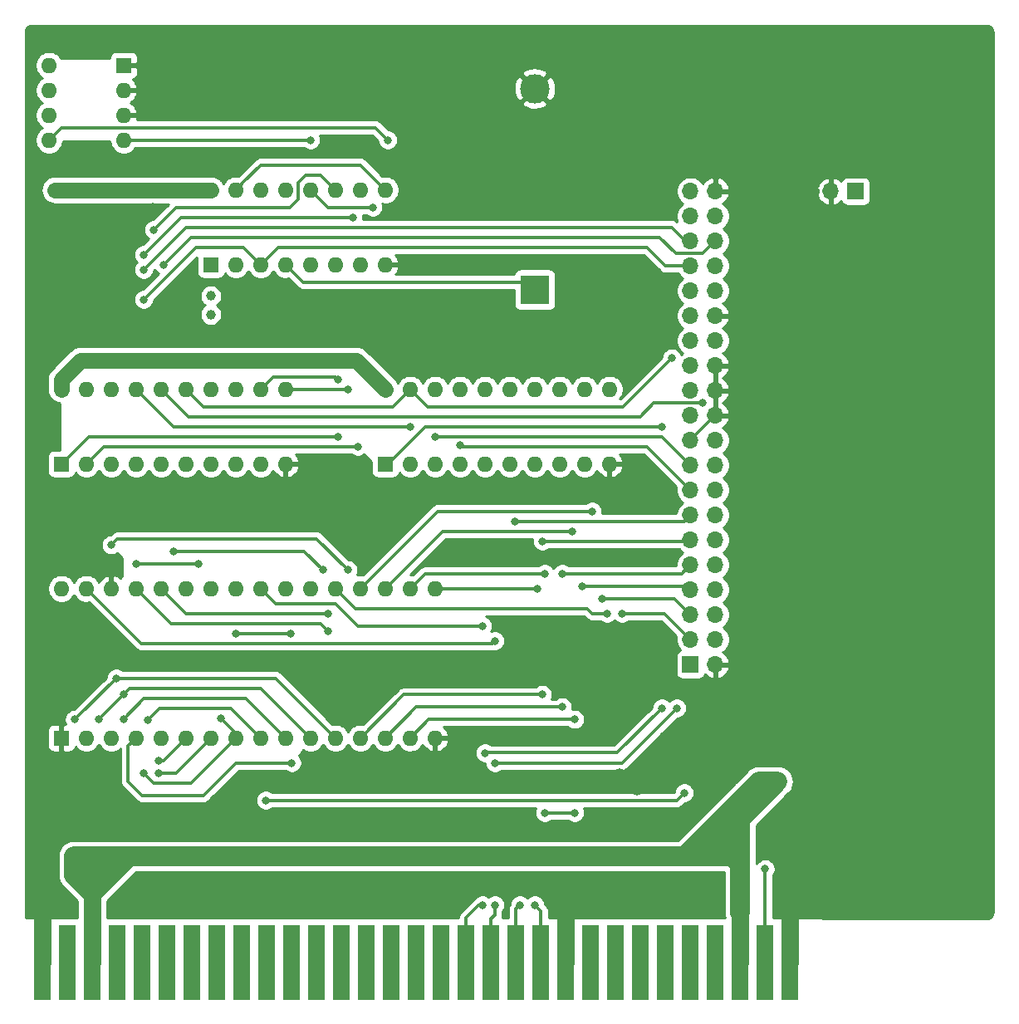
<source format=gbl>
%TF.GenerationSoftware,KiCad,Pcbnew,(5.1.9)-1*%
%TF.CreationDate,2021-10-08T09:35:20+08:00*%
%TF.ProjectId,CFSuperLite,43465375-7065-4724-9c69-74652e6b6963,rev?*%
%TF.SameCoordinates,Original*%
%TF.FileFunction,Copper,L2,Bot*%
%TF.FilePolarity,Positive*%
%FSLAX46Y46*%
G04 Gerber Fmt 4.6, Leading zero omitted, Abs format (unit mm)*
G04 Created by KiCad (PCBNEW (5.1.9)-1) date 2021-10-08 09:35:20*
%MOMM*%
%LPD*%
G01*
G04 APERTURE LIST*
%TA.AperFunction,ComponentPad*%
%ADD10R,3.000000X3.000000*%
%TD*%
%TA.AperFunction,ComponentPad*%
%ADD11C,3.000000*%
%TD*%
%TA.AperFunction,ComponentPad*%
%ADD12O,1.600000X1.600000*%
%TD*%
%TA.AperFunction,ComponentPad*%
%ADD13R,1.600000X1.600000*%
%TD*%
%TA.AperFunction,ComponentPad*%
%ADD14O,1.700000X1.700000*%
%TD*%
%TA.AperFunction,ComponentPad*%
%ADD15R,1.700000X1.700000*%
%TD*%
%TA.AperFunction,ComponentPad*%
%ADD16C,1.000000*%
%TD*%
%TA.AperFunction,ComponentPad*%
%ADD17C,6.500000*%
%TD*%
%TA.AperFunction,ConnectorPad*%
%ADD18R,1.780000X7.620000*%
%TD*%
%TA.AperFunction,ViaPad*%
%ADD19C,0.800000*%
%TD*%
%TA.AperFunction,ViaPad*%
%ADD20C,1.000000*%
%TD*%
%TA.AperFunction,Conductor*%
%ADD21C,0.300000*%
%TD*%
%TA.AperFunction,Conductor*%
%ADD22C,1.780000*%
%TD*%
%TA.AperFunction,Conductor*%
%ADD23C,2.000000*%
%TD*%
%TA.AperFunction,Conductor*%
%ADD24C,0.500000*%
%TD*%
%TA.AperFunction,Conductor*%
%ADD25C,1.750000*%
%TD*%
%TA.AperFunction,Conductor*%
%ADD26C,1.600000*%
%TD*%
%TA.AperFunction,Conductor*%
%ADD27C,0.254000*%
%TD*%
%TA.AperFunction,Conductor*%
%ADD28C,0.100000*%
%TD*%
G04 APERTURE END LIST*
D10*
%TO.P,BAT1,1*%
%TO.N,Net-(BAT1-Pad1)*%
X149225000Y-69850000D03*
D11*
%TO.P,BAT1,2*%
%TO.N,GND*%
X149225000Y-49360000D03*
%TD*%
D12*
%TO.P,U1,32*%
%TO.N,VCC*%
X100965000Y-100330000D03*
%TO.P,U1,16*%
%TO.N,GND*%
X139065000Y-115570000D03*
%TO.P,U1,31*%
%TO.N,~MEMW*%
X103505000Y-100330000D03*
%TO.P,U1,15*%
%TO.N,D2*%
X136525000Y-115570000D03*
%TO.P,U1,30*%
%TO.N,GND*%
X106045000Y-100330000D03*
%TO.P,U1,14*%
%TO.N,D1*%
X133985000Y-115570000D03*
%TO.P,U1,29*%
%TO.N,A14*%
X108585000Y-100330000D03*
%TO.P,U1,13*%
%TO.N,D0*%
X131445000Y-115570000D03*
%TO.P,U1,28*%
%TO.N,A13*%
X111125000Y-100330000D03*
%TO.P,U1,12*%
%TO.N,A00*%
X128905000Y-115570000D03*
%TO.P,U1,27*%
%TO.N,A08*%
X113665000Y-100330000D03*
%TO.P,U1,11*%
%TO.N,A01*%
X126365000Y-115570000D03*
%TO.P,U1,26*%
%TO.N,A09*%
X116205000Y-100330000D03*
%TO.P,U1,10*%
%TO.N,A02*%
X123825000Y-115570000D03*
%TO.P,U1,25*%
%TO.N,A11*%
X118745000Y-100330000D03*
%TO.P,U1,9*%
%TO.N,A03*%
X121285000Y-115570000D03*
%TO.P,U1,24*%
%TO.N,~MEMR*%
X121285000Y-100330000D03*
%TO.P,U1,8*%
%TO.N,A04*%
X118745000Y-115570000D03*
%TO.P,U1,23*%
%TO.N,A10*%
X123825000Y-100330000D03*
%TO.P,U1,7*%
%TO.N,A05*%
X116205000Y-115570000D03*
%TO.P,U1,22*%
%TO.N,~CE~_BIOS_THRU*%
X126365000Y-100330000D03*
%TO.P,U1,6*%
%TO.N,A06*%
X113665000Y-115570000D03*
%TO.P,U1,21*%
%TO.N,D7*%
X128905000Y-100330000D03*
%TO.P,U1,5*%
%TO.N,A07*%
X111125000Y-115570000D03*
%TO.P,U1,20*%
%TO.N,D6*%
X131445000Y-100330000D03*
%TO.P,U1,4*%
%TO.N,A12*%
X108585000Y-115570000D03*
%TO.P,U1,19*%
%TO.N,D5*%
X133985000Y-100330000D03*
%TO.P,U1,3*%
%TO.N,ATA_ADDR_JUMPER*%
X106045000Y-115570000D03*
%TO.P,U1,18*%
%TO.N,D4*%
X136525000Y-100330000D03*
%TO.P,U1,2*%
%TO.N,V20_JUMPER*%
X103505000Y-115570000D03*
%TO.P,U1,17*%
%TO.N,D3*%
X139065000Y-100330000D03*
D13*
%TO.P,U1,1*%
%TO.N,GND*%
X100965000Y-115570000D03*
%TD*%
D12*
%TO.P,SW1,8*%
%TO.N,ROM_ADDR_JUMPER*%
X99695000Y-46990000D03*
%TO.P,SW1,4*%
%TO.N,~CE~_BIOS_DECODE*%
X107315000Y-54610000D03*
%TO.P,SW1,7*%
%TO.N,ATA_ADDR_JUMPER*%
X99695000Y-49530000D03*
%TO.P,SW1,3*%
%TO.N,GND*%
X107315000Y-52070000D03*
%TO.P,SW1,6*%
%TO.N,V20_JUMPER*%
X99695000Y-52070000D03*
%TO.P,SW1,2*%
%TO.N,GND*%
X107315000Y-49530000D03*
%TO.P,SW1,5*%
%TO.N,~CE~_BIOS_THRU*%
X99695000Y-54610000D03*
D13*
%TO.P,SW1,1*%
%TO.N,GND*%
X107315000Y-46990000D03*
%TD*%
D12*
%TO.P,U3,20*%
%TO.N,VCC*%
X100965000Y-80010000D03*
%TO.P,U3,10*%
%TO.N,GND*%
X123825000Y-87630000D03*
%TO.P,U3,19*%
%TO.N,ATA_ADDR_JUMPER*%
X103505000Y-80010000D03*
%TO.P,U3,9*%
%TO.N,RESET*%
X121285000Y-87630000D03*
%TO.P,U3,18*%
%TO.N,ROM_ADDR_JUMPER*%
X106045000Y-80010000D03*
%TO.P,U3,8*%
%TO.N,A04*%
X118745000Y-87630000D03*
%TO.P,U3,17*%
%TO.N,AEN*%
X108585000Y-80010000D03*
%TO.P,U3,7*%
%TO.N,A09*%
X116205000Y-87630000D03*
%TO.P,U3,16*%
%TO.N,~RESET*%
X111125000Y-80010000D03*
%TO.P,U3,6*%
%TO.N,A08*%
X113665000Y-87630000D03*
%TO.P,U3,15*%
%TO.N,~CS1~_ATA*%
X113665000Y-80010000D03*
%TO.P,U3,5*%
%TO.N,A07*%
X111125000Y-87630000D03*
%TO.P,U3,14*%
%TO.N,~CE~_BIOS_DECODE*%
X116205000Y-80010000D03*
%TO.P,U3,4*%
%TO.N,A06*%
X108585000Y-87630000D03*
%TO.P,U3,13*%
%TO.N,A05*%
X118745000Y-80010000D03*
%TO.P,U3,3*%
%TO.N,A15*%
X106045000Y-87630000D03*
%TO.P,U3,12*%
%TO.N,A17*%
X121285000Y-80010000D03*
%TO.P,U3,2*%
%TO.N,A18*%
X103505000Y-87630000D03*
%TO.P,U3,11*%
%TO.N,A19*%
X123825000Y-80010000D03*
D13*
%TO.P,U3,1*%
%TO.N,A16*%
X100965000Y-87630000D03*
%TD*%
D14*
%TO.P,J2,2*%
%TO.N,GND*%
X179411000Y-59817000D03*
D15*
%TO.P,J2,1*%
%TO.N,VCC*%
X181951000Y-59817000D03*
%TD*%
D14*
%TO.P,J1,40*%
%TO.N,GND*%
X167640000Y-59817000D03*
%TO.P,J1,39*%
%TO.N,Net-(J1-Pad39)*%
X165100000Y-59817000D03*
%TO.P,J1,38*%
%TO.N,VCC*%
X167640000Y-62357000D03*
%TO.P,J1,37*%
%TO.N,~CS1~_ATA*%
X165100000Y-62357000D03*
%TO.P,J1,36*%
%TO.N,A03*%
X167640000Y-64897000D03*
%TO.P,J1,35*%
%TO.N,A01*%
X165100000Y-64897000D03*
%TO.P,J1,34*%
%TO.N,Net-(J1-Pad34)*%
X167640000Y-67437000D03*
%TO.P,J1,33*%
%TO.N,A02*%
X165100000Y-67437000D03*
%TO.P,J1,32*%
%TO.N,Net-(J1-Pad32)*%
X167640000Y-69977000D03*
%TO.P,J1,31*%
%TO.N,Net-(J1-Pad31)*%
X165100000Y-69977000D03*
%TO.P,J1,30*%
%TO.N,GND*%
X167640000Y-72517000D03*
%TO.P,J1,29*%
%TO.N,VCC*%
X165100000Y-72517000D03*
%TO.P,J1,28*%
%TO.N,Net-(J1-Pad28)*%
X167640000Y-75057000D03*
%TO.P,J1,27*%
%TO.N,Net-(J1-Pad27)*%
X165100000Y-75057000D03*
%TO.P,J1,26*%
%TO.N,GND*%
X167640000Y-77597000D03*
%TO.P,J1,25*%
%TO.N,~IOR*%
X165100000Y-77597000D03*
%TO.P,J1,24*%
%TO.N,GND*%
X167640000Y-80137000D03*
%TO.P,J1,23*%
%TO.N,~IOW*%
X165100000Y-80137000D03*
%TO.P,J1,22*%
%TO.N,GND*%
X167640000Y-82677000D03*
%TO.P,J1,21*%
%TO.N,Net-(J1-Pad21)*%
X165100000Y-82677000D03*
%TO.P,J1,20*%
%TO.N,Net-(J1-Pad20)*%
X167640000Y-85217000D03*
%TO.P,J1,19*%
%TO.N,GND*%
X165100000Y-85217000D03*
%TO.P,J1,18*%
%TO.N,Net-(J1-Pad18)*%
X167640000Y-87757000D03*
%TO.P,J1,17*%
%TO.N,D0_BUF*%
X165100000Y-87757000D03*
%TO.P,J1,16*%
%TO.N,Net-(J1-Pad16)*%
X167640000Y-90297000D03*
%TO.P,J1,15*%
%TO.N,D1_BUF*%
X165100000Y-90297000D03*
%TO.P,J1,14*%
%TO.N,Net-(J1-Pad14)*%
X167640000Y-92837000D03*
%TO.P,J1,13*%
%TO.N,D2_BUF*%
X165100000Y-92837000D03*
%TO.P,J1,12*%
%TO.N,Net-(J1-Pad12)*%
X167640000Y-95377000D03*
%TO.P,J1,11*%
%TO.N,D3_BUF*%
X165100000Y-95377000D03*
%TO.P,J1,10*%
%TO.N,Net-(J1-Pad10)*%
X167640000Y-97917000D03*
%TO.P,J1,9*%
%TO.N,D4_BUF*%
X165100000Y-97917000D03*
%TO.P,J1,8*%
%TO.N,Net-(J1-Pad8)*%
X167640000Y-100457000D03*
%TO.P,J1,7*%
%TO.N,D5_BUF*%
X165100000Y-100457000D03*
%TO.P,J1,6*%
%TO.N,Net-(J1-Pad6)*%
X167640000Y-102997000D03*
%TO.P,J1,5*%
%TO.N,D6_BUF*%
X165100000Y-102997000D03*
%TO.P,J1,4*%
%TO.N,Net-(J1-Pad4)*%
X167640000Y-105537000D03*
%TO.P,J1,3*%
%TO.N,D7_BUF*%
X165100000Y-105537000D03*
%TO.P,J1,2*%
%TO.N,GND*%
X167640000Y-108077000D03*
D15*
%TO.P,J1,1*%
%TO.N,~RESET*%
X165100000Y-108077000D03*
%TD*%
D13*
%TO.P,U4,1*%
%TO.N,/XTAL1*%
X116205000Y-67310000D03*
D12*
%TO.P,U4,9*%
%TO.N,Net-(U4-Pad15)*%
X133985000Y-59690000D03*
%TO.P,U4,2*%
%TO.N,/XTAL2*%
X118745000Y-67310000D03*
%TO.P,U4,10*%
%TO.N,~CE~_BIOS_THRU*%
X131445000Y-59690000D03*
%TO.P,U4,3*%
%TO.N,A02*%
X121285000Y-67310000D03*
%TO.P,U4,11*%
%TO.N,~CE~_BIOS_DECODE*%
X128905000Y-59690000D03*
%TO.P,U4,4*%
%TO.N,Net-(BAT1-Pad1)*%
X123825000Y-67310000D03*
%TO.P,U4,12*%
%TO.N,~MEMR*%
X126365000Y-59690000D03*
%TO.P,U4,5*%
%TO.N,GND*%
X126365000Y-67310000D03*
%TO.P,U4,13*%
%TO.N,VCC*%
X123825000Y-59690000D03*
%TO.P,U4,6*%
%TO.N,A00*%
X128905000Y-67310000D03*
%TO.P,U4,14*%
%TO.N,GND*%
X121285000Y-59690000D03*
%TO.P,U4,7*%
%TO.N,D0*%
X131445000Y-67310000D03*
%TO.P,U4,15*%
%TO.N,Net-(U4-Pad15)*%
X118745000Y-59690000D03*
%TO.P,U4,8*%
%TO.N,GND*%
X133985000Y-67310000D03*
%TO.P,U4,16*%
%TO.N,VCC*%
X116205000Y-59690000D03*
%TD*%
D16*
%TO.P,Y1,2*%
%TO.N,/XTAL1*%
X116205000Y-70490000D03*
%TO.P,Y1,1*%
%TO.N,/XTAL2*%
X116205000Y-72390000D03*
%TD*%
D17*
%TO.P,H4,1*%
%TO.N,GND*%
X192913000Y-116713000D03*
%TD*%
D12*
%TO.P,U2,20*%
%TO.N,VCC*%
X133985000Y-80010000D03*
%TO.P,U2,10*%
%TO.N,GND*%
X156845000Y-87630000D03*
%TO.P,U2,19*%
%TO.N,~CS1~_ATA*%
X136525000Y-80010000D03*
%TO.P,U2,9*%
%TO.N,D7*%
X154305000Y-87630000D03*
%TO.P,U2,18*%
%TO.N,D0_BUF*%
X139065000Y-80010000D03*
%TO.P,U2,8*%
%TO.N,D6*%
X151765000Y-87630000D03*
%TO.P,U2,17*%
%TO.N,D1_BUF*%
X141605000Y-80010000D03*
%TO.P,U2,7*%
%TO.N,D5*%
X149225000Y-87630000D03*
%TO.P,U2,16*%
%TO.N,D2_BUF*%
X144145000Y-80010000D03*
%TO.P,U2,6*%
%TO.N,D4*%
X146685000Y-87630000D03*
%TO.P,U2,15*%
%TO.N,D3_BUF*%
X146685000Y-80010000D03*
%TO.P,U2,5*%
%TO.N,D3*%
X144145000Y-87630000D03*
%TO.P,U2,14*%
%TO.N,D4_BUF*%
X149225000Y-80010000D03*
%TO.P,U2,4*%
%TO.N,D2*%
X141605000Y-87630000D03*
%TO.P,U2,13*%
%TO.N,D5_BUF*%
X151765000Y-80010000D03*
%TO.P,U2,3*%
%TO.N,D1*%
X139065000Y-87630000D03*
%TO.P,U2,12*%
%TO.N,D6_BUF*%
X154305000Y-80010000D03*
%TO.P,U2,2*%
%TO.N,D0*%
X136525000Y-87630000D03*
%TO.P,U2,11*%
%TO.N,D7_BUF*%
X156845000Y-80010000D03*
D13*
%TO.P,U2,1*%
%TO.N,~IOR*%
X133985000Y-87630000D03*
%TD*%
D17*
%TO.P,H3,1*%
%TO.N,GND*%
X166370000Y-116713000D03*
%TD*%
%TO.P,H1,1*%
%TO.N,GND*%
X166370000Y-51181000D03*
%TD*%
%TO.P,H2,1*%
%TO.N,GND*%
X192913000Y-51181000D03*
%TD*%
D18*
%TO.P,J3,31*%
%TO.N,GND*%
X99060000Y-138430000D03*
%TO.P,J3,30*%
%TO.N,Net-(J3-Pad30)*%
X101600000Y-138430000D03*
%TO.P,J3,29*%
%TO.N,VCC*%
X104140000Y-138430000D03*
%TO.P,J3,28*%
%TO.N,Net-(J3-Pad28)*%
X106680000Y-138430000D03*
%TO.P,J3,27*%
%TO.N,Net-(J3-Pad27)*%
X109220000Y-138430000D03*
%TO.P,J3,26*%
%TO.N,Net-(J3-Pad26)*%
X111760000Y-138430000D03*
%TO.P,J3,25*%
%TO.N,Net-(J3-Pad25)*%
X114300000Y-138430000D03*
%TO.P,J3,24*%
%TO.N,Net-(J3-Pad24)*%
X116840000Y-138430000D03*
%TO.P,J3,23*%
%TO.N,Net-(J3-Pad23)*%
X119380000Y-138430000D03*
%TO.P,J3,22*%
%TO.N,Net-(J3-Pad22)*%
X121920000Y-138430000D03*
%TO.P,J3,21*%
%TO.N,Net-(J3-Pad21)*%
X124460000Y-138430000D03*
%TO.P,J3,20*%
%TO.N,Net-(J3-Pad20)*%
X127000000Y-138430000D03*
%TO.P,J3,19*%
%TO.N,Net-(J3-Pad19)*%
X129540000Y-138430000D03*
%TO.P,J3,18*%
%TO.N,Net-(J3-Pad18)*%
X132080000Y-138430000D03*
%TO.P,J3,17*%
%TO.N,Net-(J3-Pad17)*%
X134620000Y-138430000D03*
%TO.P,J3,16*%
%TO.N,Net-(J3-Pad16)*%
X137160000Y-138430000D03*
%TO.P,J3,15*%
%TO.N,Net-(J3-Pad15)*%
X139700000Y-138430000D03*
%TO.P,J3,14*%
%TO.N,~IOR*%
X142240000Y-138430000D03*
%TO.P,J3,13*%
%TO.N,~IOW*%
X144780000Y-138430000D03*
%TO.P,J3,12*%
%TO.N,~MEMR*%
X147320000Y-138430000D03*
%TO.P,J3,11*%
%TO.N,~MEMW*%
X149860000Y-138430000D03*
%TO.P,J3,10*%
%TO.N,GND*%
X152400000Y-138430000D03*
%TO.P,J3,9*%
%TO.N,Net-(J3-Pad9)*%
X154940000Y-138430000D03*
%TO.P,J3,8*%
%TO.N,Net-(J3-Pad8)*%
X157480000Y-138430000D03*
%TO.P,J3,7*%
%TO.N,Net-(J3-Pad7)*%
X160020000Y-138430000D03*
%TO.P,J3,6*%
%TO.N,Net-(J3-Pad6)*%
X162560000Y-138430000D03*
%TO.P,J3,5*%
%TO.N,Net-(J3-Pad5)*%
X165100000Y-138430000D03*
%TO.P,J3,4*%
%TO.N,Net-(J3-Pad4)*%
X167640000Y-138430000D03*
%TO.P,J3,3*%
%TO.N,VCC*%
X170180000Y-138430000D03*
%TO.P,J3,2*%
%TO.N,RESET*%
X172720000Y-138430000D03*
%TO.P,J3,1*%
%TO.N,GND*%
X175260000Y-138430000D03*
%TD*%
D19*
%TO.N,A00*%
X130683000Y-62484000D03*
X109347000Y-66294000D03*
X102294999Y-113665000D03*
X106553000Y-109474000D03*
%TO.N,A01*%
X104775000Y-113665000D03*
X109347004Y-67818000D03*
X107315000Y-111125000D03*
%TO.N,A02*%
X112395000Y-96520000D03*
X109347000Y-70866000D03*
X127635000Y-98425000D03*
X107315000Y-113665000D03*
%TO.N,A03*%
X109795001Y-113724999D03*
X111379000Y-67310004D03*
%TO.N,A04*%
X109347000Y-119125994D03*
X117221000Y-113538000D03*
%TO.N,A05*%
X110870997Y-119126003D03*
%TO.N,A06*%
X114935000Y-97790000D03*
X108585000Y-97790000D03*
X110871000Y-117856000D03*
%TO.N,A11*%
X118744980Y-104902000D03*
X124333000Y-104902000D03*
%TO.N,A12*%
X124460000Y-118110000D03*
%TO.N,A13*%
X128143000Y-102870000D03*
%TO.N,A15*%
X130175000Y-98425000D03*
X106045000Y-95885000D03*
%TO.N,A16*%
X129159000Y-84836000D03*
%TO.N,A17*%
X129159000Y-78994000D03*
%TO.N,A18*%
X131191000Y-85852000D03*
%TO.N,A19*%
X130175000Y-80010000D03*
%TO.N,D0*%
X149987000Y-111124990D03*
%TO.N,D1*%
X152019000Y-112395000D03*
%TO.N,D2*%
X153289000Y-113664996D03*
%TO.N,D3*%
X149479000Y-100330000D03*
%TO.N,D4*%
X150241000Y-98806000D03*
%TO.N,D5*%
X153035000Y-94488000D03*
%TO.N,D6*%
X155067000Y-92456000D03*
%TO.N,D7*%
X156591000Y-102870000D03*
D20*
%TO.N,GND*%
X175260000Y-130810000D03*
X170815000Y-59690000D03*
X170815000Y-74930000D03*
X170815000Y-67310000D03*
X170815000Y-69850000D03*
X170815000Y-72390000D03*
X170815000Y-77470000D03*
X170815000Y-80010000D03*
X170815000Y-82550000D03*
X177165000Y-130810000D03*
X177165000Y-132715000D03*
X179070000Y-132715000D03*
X179070000Y-130810000D03*
X175260000Y-128905000D03*
X177165000Y-128905000D03*
X179070000Y-128905000D03*
X142621000Y-125476000D03*
X126111000Y-93726000D03*
X126619000Y-74930000D03*
X136271000Y-77470000D03*
X110285000Y-57912000D03*
X132715000Y-90932000D03*
X100965000Y-72390000D03*
X109156500Y-129794000D03*
X109156500Y-125476000D03*
X151511000Y-129794000D03*
X168021000Y-129794000D03*
X163703000Y-124968000D03*
X100965000Y-92964000D03*
X114935000Y-74930000D03*
X110285000Y-61468000D03*
X142367000Y-130556000D03*
X100965000Y-95885000D03*
X100965000Y-102362000D03*
X103251000Y-125095000D03*
X100711000Y-125095000D03*
X139065000Y-109728000D03*
X139065000Y-107188000D03*
X141351000Y-107188000D03*
X143637000Y-109728000D03*
X159385000Y-104140000D03*
X160909000Y-104140000D03*
X160909000Y-111506000D03*
X159385000Y-113284000D03*
X160909000Y-97155000D03*
X159385000Y-97155000D03*
X139319000Y-97282000D03*
X159893000Y-87630000D03*
X160909000Y-92202000D03*
X159385000Y-92202000D03*
X136017000Y-93726000D03*
X135001000Y-94742000D03*
X126873000Y-87630000D03*
X123825000Y-93726000D03*
X100965000Y-89916000D03*
X151765000Y-125370010D03*
X161925000Y-123190000D03*
X157861000Y-119126000D03*
X159639000Y-120904000D03*
X161417000Y-76454000D03*
X159131000Y-78486000D03*
X161417000Y-68326000D03*
X159639000Y-67056000D03*
X146177000Y-70612000D03*
X146177000Y-67564000D03*
X133985000Y-72390000D03*
X133985000Y-75565000D03*
X100965000Y-75565000D03*
X186690000Y-59817000D03*
X189865000Y-59817000D03*
X100965000Y-121920000D03*
X102502500Y-119634000D03*
X109156500Y-132016500D03*
X168021000Y-132334000D03*
X151511000Y-133350000D03*
X153670000Y-129794000D03*
X153670000Y-133350000D03*
X139065000Y-125476000D03*
X139065000Y-123190000D03*
X142621000Y-123190000D03*
X109156500Y-122745500D03*
X102743000Y-74090000D03*
X126111000Y-70612000D03*
X120269000Y-69342000D03*
X123825000Y-69342000D03*
X118745000Y-72898000D03*
X113030000Y-73025000D03*
X113665000Y-68580000D03*
X102235000Y-56515000D03*
X98425000Y-58420000D03*
X98425000Y-43815000D03*
X127635000Y-55880000D03*
X130810000Y-55880000D03*
X134493000Y-61976000D03*
X133985000Y-57150000D03*
X125095000Y-55880000D03*
X139065000Y-120015000D03*
X101600000Y-107950000D03*
X135763000Y-74090000D03*
X142621000Y-120015000D03*
X144907000Y-115316000D03*
%TO.N,VCC*%
X102235000Y-127635000D03*
X102235000Y-129540000D03*
X173990000Y-120015000D03*
X172085000Y-120015000D03*
X100330000Y-59690000D03*
X102919000Y-77040000D03*
X101981000Y-59690000D03*
X114300000Y-59690000D03*
D19*
%TO.N,~IOR*%
X143891000Y-132588000D03*
X162179000Y-83820000D03*
X162179000Y-112522000D03*
X144145000Y-117094000D03*
%TO.N,~IOW*%
X145161000Y-132588000D03*
X163703000Y-112522000D03*
X145161000Y-118110000D03*
%TO.N,~MEMR*%
X132715012Y-61468000D03*
X147701000Y-132588000D03*
X143891000Y-104140000D03*
%TO.N,~MEMW*%
X149225000Y-132588000D03*
X145161000Y-105664000D03*
%TO.N,RESET*%
X121793000Y-121920000D03*
X164465000Y-121158000D03*
X172720000Y-128905000D03*
%TO.N,~CS1~_ATA*%
X163195000Y-76835000D03*
%TO.N,D0_BUF*%
X139065000Y-84836000D03*
%TO.N,D1_BUF*%
X141605000Y-85725000D03*
%TO.N,D2_BUF*%
X147193000Y-93472000D03*
%TO.N,D3_BUF*%
X149987000Y-95504000D03*
%TO.N,D4_BUF*%
X152018994Y-98806000D03*
%TO.N,D5_BUF*%
X154051000Y-100076000D03*
%TO.N,D6_BUF*%
X156083000Y-101346000D03*
%TO.N,D7_BUF*%
X158115000Y-102870000D03*
%TO.N,~RESET*%
X166370000Y-81407006D03*
%TO.N,A14*%
X128143000Y-104648000D03*
%TO.N,~CE~_BIOS_DECODE*%
X126365000Y-54610000D03*
X110363000Y-63753994D03*
%TO.N,~CE~_BIOS_THRU*%
X134239000Y-54610000D03*
%TO.N,AEN*%
X136525000Y-83820000D03*
X150241000Y-123190000D03*
X153289000Y-123190000D03*
%TD*%
D21*
%TO.N,A00*%
X113157000Y-62484000D02*
X109347000Y-66294000D01*
X130683000Y-62484000D02*
X113157000Y-62484000D01*
X122809000Y-109474000D02*
X128905000Y-115570000D01*
X102694998Y-113325000D02*
X106545998Y-109474000D01*
X106545998Y-109474000D02*
X122809000Y-109474000D01*
X102294999Y-113665000D02*
X102694998Y-113325000D01*
%TO.N,A01*%
X113665004Y-63500000D02*
X109347004Y-67818000D01*
X163195000Y-63500000D02*
X113665004Y-63500000D01*
X164592000Y-64897000D02*
X163195000Y-63500000D01*
X165100000Y-64897000D02*
X164592000Y-64897000D01*
X121285000Y-110490000D02*
X126365000Y-115570000D01*
X107950000Y-110490000D02*
X121285000Y-110490000D01*
X107315000Y-111125000D02*
X107950000Y-110490000D01*
X107315000Y-111125000D02*
X104775000Y-113665000D01*
%TO.N,A02*%
X114681000Y-65532000D02*
X119507000Y-65532000D01*
X119507000Y-65532000D02*
X121285000Y-67310000D01*
X109347000Y-70866000D02*
X114681000Y-65532000D01*
X162560000Y-67437000D02*
X165100000Y-67437000D01*
X160655000Y-65532000D02*
X162560000Y-67437000D01*
X123063000Y-65532000D02*
X160655000Y-65532000D01*
X121285000Y-67310000D02*
X123063000Y-65532000D01*
X125730000Y-96520000D02*
X112395000Y-96520000D01*
X127635000Y-98425000D02*
X125730000Y-96520000D01*
X119761000Y-111506000D02*
X123825000Y-115570000D01*
X109354002Y-111506000D02*
X119761000Y-111506000D01*
X107315000Y-113665000D02*
X109354002Y-111506000D01*
%TO.N,A03*%
X110998000Y-112522000D02*
X109795001Y-113724999D01*
X118237000Y-112522000D02*
X110998000Y-112522000D01*
X121285000Y-115570000D02*
X118237000Y-112522000D01*
X114173004Y-64516000D02*
X111379000Y-67310004D01*
X161925000Y-64516000D02*
X114173004Y-64516000D01*
X163585999Y-66176999D02*
X161925000Y-64516000D01*
X166360001Y-66176999D02*
X163585999Y-66176999D01*
X167640000Y-64897000D02*
X166360001Y-66176999D01*
%TO.N,A04*%
X110363006Y-120142000D02*
X109347000Y-119125994D01*
X114173000Y-120142000D02*
X110363006Y-120142000D01*
X118745000Y-115570000D02*
X114173000Y-120142000D01*
X118745000Y-115062000D02*
X118745000Y-115570000D01*
X117221000Y-113538000D02*
X118745000Y-115062000D01*
%TO.N,A05*%
X112648997Y-119126003D02*
X110870997Y-119126003D01*
X116205000Y-115570000D02*
X112648997Y-119126003D01*
%TO.N,A06*%
X114935000Y-97790000D02*
X108585000Y-97790000D01*
X111379000Y-117856000D02*
X110871000Y-117856000D01*
X113665000Y-115570000D02*
X111379000Y-117856000D01*
%TO.N,A11*%
X124333000Y-104902000D02*
X118744980Y-104902000D01*
%TO.N,A12*%
X118745000Y-118110000D02*
X124460000Y-118110000D01*
X115443000Y-121412000D02*
X118745000Y-118110000D01*
X107785001Y-120032803D02*
X109164198Y-121412000D01*
X109164198Y-121412000D02*
X115443000Y-121412000D01*
X107785001Y-116369999D02*
X107785001Y-120032803D01*
X108585000Y-115570000D02*
X107785001Y-116369999D01*
%TO.N,A13*%
X113665000Y-102870000D02*
X111125000Y-100330000D01*
X128143000Y-102870000D02*
X113665000Y-102870000D01*
%TO.N,A15*%
X106680000Y-95250000D02*
X106045000Y-95885000D01*
X127000000Y-95250000D02*
X106680000Y-95250000D01*
X130175000Y-98425000D02*
X127000000Y-95250000D01*
%TO.N,A16*%
X103759000Y-84836000D02*
X100965000Y-87630000D01*
X129159000Y-84836000D02*
X103759000Y-84836000D01*
%TO.N,A17*%
X122555000Y-78740000D02*
X121285000Y-80010000D01*
X128905000Y-78740000D02*
X122555000Y-78740000D01*
X129159000Y-78994000D02*
X128905000Y-78740000D01*
%TO.N,A18*%
X105283000Y-85852000D02*
X103505000Y-87630000D01*
X131191000Y-85852000D02*
X105283000Y-85852000D01*
%TO.N,A19*%
X123825000Y-80010000D02*
X130175000Y-80010000D01*
%TO.N,D0*%
X135890010Y-111124990D02*
X131445000Y-115570000D01*
X149987000Y-111124990D02*
X135890010Y-111124990D01*
%TO.N,D1*%
X137160000Y-112395000D02*
X152019000Y-112395000D01*
X133985000Y-115570000D02*
X137160000Y-112395000D01*
%TO.N,D2*%
X136525000Y-115570000D02*
X138430004Y-113664996D01*
X138430004Y-113664996D02*
X153289000Y-113664996D01*
%TO.N,D3*%
X139065000Y-100330000D02*
X149479000Y-100330000D01*
%TO.N,D4*%
X150241000Y-98806000D02*
X138049000Y-98806000D01*
X138049000Y-98806000D02*
X136525000Y-100330000D01*
%TO.N,D5*%
X139827000Y-94488000D02*
X133985000Y-100330000D01*
X153035000Y-94488000D02*
X139827000Y-94488000D01*
%TO.N,D6*%
X139319000Y-92456000D02*
X131445000Y-100330000D01*
X155067000Y-92456000D02*
X139319000Y-92456000D01*
%TO.N,D7*%
X154559000Y-102362000D02*
X130937000Y-102362000D01*
X155067000Y-102870000D02*
X154559000Y-102362000D01*
X130937000Y-102362000D02*
X128905000Y-100330000D01*
X156591000Y-102870000D02*
X155067000Y-102870000D01*
%TO.N,GND*%
X175260000Y-132715000D02*
X175260000Y-130810000D01*
D22*
X175260000Y-138430000D02*
X175260000Y-132715000D01*
X99060000Y-138430000D02*
X99060000Y-126365000D01*
D21*
X170815000Y-59690000D02*
X170815000Y-64770000D01*
X170815000Y-64770000D02*
X170815000Y-67310000D01*
X170815000Y-67310000D02*
X170815000Y-69850000D01*
X170815000Y-69850000D02*
X170815000Y-72390000D01*
X170815000Y-72390000D02*
X170815000Y-77470000D01*
X170815000Y-77470000D02*
X170815000Y-80010000D01*
X170815000Y-80010000D02*
X170815000Y-82550000D01*
X175260000Y-130810000D02*
X177165000Y-130810000D01*
X175260000Y-132715000D02*
X177165000Y-132715000D01*
X177165000Y-132715000D02*
X179070000Y-132715000D01*
X177165000Y-130810000D02*
X179070000Y-130810000D01*
X175260000Y-130810000D02*
X175260000Y-128905000D01*
X175260000Y-128905000D02*
X177165000Y-128905000D01*
X177165000Y-128905000D02*
X179070000Y-128905000D01*
X98425000Y-125730000D02*
X99060000Y-126365000D01*
X98425000Y-123825000D02*
X98425000Y-125730000D01*
X165100000Y-85217000D02*
X167640000Y-82677000D01*
X127000000Y-55880000D02*
X130810000Y-55880000D01*
X125095000Y-55880000D02*
X127000000Y-55880000D01*
X127000000Y-55880000D02*
X127635000Y-55880000D01*
X132715000Y-55880000D02*
X133985000Y-57150000D01*
X130810000Y-55880000D02*
X132715000Y-55880000D01*
X107315000Y-52070000D02*
X109855000Y-52070000D01*
X107315000Y-49530000D02*
X109855000Y-49530000D01*
X107315000Y-46990000D02*
X109855000Y-46990000D01*
X133985000Y-57150000D02*
X137287000Y-57150000D01*
X137287000Y-57150000D02*
X137287000Y-61976000D01*
X137287000Y-61976000D02*
X134493000Y-61976000D01*
X145923000Y-67310000D02*
X146177000Y-67564000D01*
X133985000Y-67310000D02*
X145923000Y-67310000D01*
X156845000Y-87630000D02*
X159893000Y-87630000D01*
X152019000Y-133350000D02*
X152400000Y-132969000D01*
D22*
X152400000Y-132969000D02*
X152400000Y-131699000D01*
D21*
X151511000Y-133350000D02*
X152019000Y-133350000D01*
D22*
X152400000Y-138430000D02*
X152400000Y-132969000D01*
D21*
X153289000Y-132969000D02*
X153670000Y-133350000D01*
X152400000Y-132969000D02*
X153289000Y-132969000D01*
X163300990Y-125370010D02*
X163703000Y-124968000D01*
X151765000Y-125370010D02*
X163300990Y-125370010D01*
X143129000Y-129794000D02*
X142367000Y-130556000D01*
X151511000Y-129794000D02*
X143129000Y-129794000D01*
X139065000Y-123190000D02*
X142621000Y-123190000D01*
X142621000Y-125476000D02*
X139065000Y-125476000D01*
X142621000Y-120015000D02*
X139065000Y-120015000D01*
X123825000Y-87630000D02*
X126873000Y-87630000D01*
X129413000Y-87630000D02*
X132715000Y-90932000D01*
X126873000Y-87630000D02*
X129413000Y-87630000D01*
X135509000Y-93726000D02*
X136017000Y-93726000D01*
X132715000Y-90932000D02*
X135509000Y-93726000D01*
X136017000Y-93726000D02*
X135001000Y-94742000D01*
X123825000Y-93726000D02*
X126111000Y-93726000D01*
X108775500Y-125095000D02*
X109156500Y-125476000D01*
X103251000Y-125095000D02*
X108775500Y-125095000D01*
X101600000Y-107950000D02*
X98425000Y-107950000D01*
X98425000Y-107950000D02*
X98425000Y-123825000D01*
X98425000Y-106045000D02*
X98425000Y-107950000D01*
X100965000Y-102362000D02*
X98425000Y-102362000D01*
X98425000Y-102362000D02*
X98425000Y-106045000D01*
X109855000Y-46990000D02*
X109855000Y-43942000D01*
X109728000Y-43815000D02*
X98425000Y-43815000D01*
X109855000Y-43942000D02*
X109728000Y-43815000D01*
X98425000Y-64770000D02*
X98425000Y-58420000D01*
X98425000Y-102362000D02*
X98425000Y-64770000D01*
X101727000Y-57023000D02*
X102235000Y-56515000D01*
X99822000Y-57023000D02*
X101727000Y-57023000D01*
X98425000Y-58420000D02*
X99822000Y-57023000D01*
D22*
%TO.N,VCC*%
X170180000Y-138430000D02*
X170180000Y-133350000D01*
D23*
X102235000Y-127635000D02*
X102235000Y-129540000D01*
D24*
X168275000Y-127000000D02*
X167005000Y-127000000D01*
D23*
X102870000Y-127635000D02*
X102870000Y-127635000D01*
X102870000Y-128905000D02*
X102870000Y-128905000D01*
X172085000Y-120015000D02*
X173990000Y-120015000D01*
D24*
X170180000Y-128905000D02*
X168275000Y-127000000D01*
X170180000Y-130175000D02*
X170180000Y-128905000D01*
X170180000Y-130175000D02*
X170180000Y-129540000D01*
D23*
X102235000Y-129540000D02*
X104140000Y-131445000D01*
X107950000Y-127635000D02*
X104140000Y-131445000D01*
X105410000Y-128270000D02*
X105410000Y-128270000D01*
X104140000Y-127635000D02*
X104140000Y-131445000D01*
D22*
X104140000Y-136525000D02*
X104140000Y-131445000D01*
D25*
X104140000Y-138430000D02*
X104140000Y-136525000D01*
D23*
X170815000Y-121285000D02*
X172085000Y-120015000D01*
X173990000Y-120015000D02*
X170815000Y-123190000D01*
X170815000Y-123190000D02*
X170815000Y-121285000D01*
D24*
X170180000Y-129540000D02*
X168275000Y-127635000D01*
X168275000Y-127635000D02*
X167640000Y-127000000D01*
D23*
X168275000Y-127635000D02*
X169545000Y-127635000D01*
X170815000Y-121285000D02*
X164465000Y-127635000D01*
X102235000Y-127635000D02*
X164465000Y-127635000D01*
X168275000Y-125730000D02*
X168275000Y-127635000D01*
X168275000Y-126365000D02*
X167005000Y-127635000D01*
X168275000Y-125730000D02*
X168275000Y-126365000D01*
X164465000Y-127635000D02*
X167005000Y-127635000D01*
D26*
X131015000Y-77040000D02*
X102919000Y-77040000D01*
X133985000Y-80010000D02*
X131015000Y-77040000D01*
X116205000Y-59690000D02*
X100330000Y-59690000D01*
D23*
X171069000Y-122936000D02*
X168275000Y-125730000D01*
X167005000Y-127635000D02*
X170180000Y-127635000D01*
X170180000Y-133350000D02*
X170180000Y-123825000D01*
D26*
X100965000Y-78994000D02*
X102919000Y-77040000D01*
X100965000Y-80010000D02*
X100965000Y-78994000D01*
D21*
%TO.N,~IOR*%
X144145000Y-117094000D02*
X144168962Y-117070038D01*
X144168962Y-117070038D02*
X157630962Y-117070038D01*
X157630962Y-117070038D02*
X162179000Y-112522000D01*
X142240000Y-133858000D02*
X142240000Y-138430000D01*
X143510000Y-132588000D02*
X142240000Y-133858000D01*
X143891000Y-132588000D02*
X143510000Y-132588000D01*
X162179000Y-83820000D02*
X138049000Y-83820000D01*
X138049000Y-83820000D02*
X134239000Y-87630000D01*
X134239000Y-87630000D02*
X133985000Y-87630000D01*
%TO.N,~IOW*%
X158115000Y-118110000D02*
X163703000Y-112522000D01*
X145161000Y-118110000D02*
X158115000Y-118110000D01*
X144780000Y-133985000D02*
X144780000Y-138430000D01*
X145161000Y-133604000D02*
X144780000Y-133985000D01*
X145161000Y-132588000D02*
X145161000Y-133604000D01*
%TO.N,~MEMR*%
X126365000Y-59690000D02*
X128143000Y-61468000D01*
X128143000Y-61468000D02*
X132715012Y-61468000D01*
X147320000Y-132969000D02*
X147320000Y-138430000D01*
X147701000Y-132588000D02*
X147320000Y-132969000D01*
X122809000Y-101854000D02*
X121285000Y-100330000D01*
X128918635Y-101854000D02*
X122809000Y-101854000D01*
X131204635Y-104140000D02*
X128918635Y-101854000D01*
X143891000Y-104140000D02*
X131204635Y-104140000D01*
%TO.N,~MEMW*%
X149860000Y-133223000D02*
X149860000Y-138430000D01*
X149225000Y-132588000D02*
X149860000Y-133223000D01*
X109093000Y-105918000D02*
X103505000Y-100330000D01*
X144907000Y-105918000D02*
X109093000Y-105918000D01*
X145161000Y-105664000D02*
X144907000Y-105918000D01*
%TO.N,RESET*%
X163703000Y-121920000D02*
X121793000Y-121920000D01*
X164465000Y-121158000D02*
X163703000Y-121920000D01*
X172720000Y-128905000D02*
X172720000Y-138430000D01*
%TO.N,~CS1~_ATA*%
X134747000Y-81788000D02*
X136525000Y-80010000D01*
X115443000Y-81788000D02*
X134747000Y-81788000D01*
X113665000Y-80010000D02*
X115443000Y-81788000D01*
X158242000Y-81788000D02*
X163195000Y-76835000D01*
X138303000Y-81788000D02*
X158242000Y-81788000D01*
X136525000Y-80010000D02*
X138303000Y-81788000D01*
%TO.N,D0_BUF*%
X165100000Y-87757000D02*
X162179000Y-84836000D01*
X162179000Y-84836000D02*
X139065000Y-84836000D01*
%TO.N,D1_BUF*%
X141732000Y-85852000D02*
X141605000Y-85725000D01*
X160655000Y-85852000D02*
X141732000Y-85852000D01*
X165100000Y-90297000D02*
X160655000Y-85852000D01*
%TO.N,D2_BUF*%
X147193000Y-93472000D02*
X164465000Y-93472000D01*
X164465000Y-93472000D02*
X165100000Y-92837000D01*
%TO.N,D3_BUF*%
X164973000Y-95504000D02*
X165100000Y-95377000D01*
X149987000Y-95504000D02*
X164973000Y-95504000D01*
%TO.N,D4_BUF*%
X164211000Y-98806000D02*
X165100000Y-97917000D01*
X152018994Y-98806000D02*
X164211000Y-98806000D01*
%TO.N,D5_BUF*%
X164719000Y-100076000D02*
X165100000Y-100457000D01*
X154051000Y-100076000D02*
X164719000Y-100076000D01*
%TO.N,D6_BUF*%
X163449000Y-101346000D02*
X165100000Y-102997000D01*
X156083000Y-101346000D02*
X163449000Y-101346000D01*
%TO.N,D7_BUF*%
X165100000Y-105537000D02*
X162433000Y-102870000D01*
X162433000Y-102870000D02*
X158115000Y-102870000D01*
%TO.N,~RESET*%
X111125000Y-80010000D02*
X113919000Y-82804000D01*
X113919000Y-82804000D02*
X159956500Y-82804000D01*
X159956500Y-82804000D02*
X161353494Y-81407006D01*
X161353494Y-81407006D02*
X166370000Y-81407006D01*
%TO.N,A14*%
X112140984Y-103885984D02*
X108585000Y-100330000D01*
X127380984Y-103885984D02*
X112140984Y-103885984D01*
X128143000Y-104648000D02*
X127380984Y-103885984D01*
%TO.N,Net-(BAT1-Pad1)*%
X125603000Y-69088000D02*
X123825000Y-67310000D01*
X148463000Y-69088000D02*
X125603000Y-69088000D01*
X149225000Y-69850000D02*
X148463000Y-69088000D01*
%TO.N,Net-(U4-Pad15)*%
X119544999Y-58890001D02*
X118745000Y-59690000D01*
X121285000Y-57150000D02*
X119544999Y-58890001D01*
X131445000Y-57150000D02*
X121285000Y-57150000D01*
X133985000Y-59690000D02*
X131445000Y-57150000D01*
%TO.N,~CE~_BIOS_DECODE*%
X107315000Y-54610000D02*
X126365000Y-54610000D01*
X125095000Y-60642500D02*
X124269500Y-61468000D01*
X125850599Y-58166000D02*
X125095000Y-58921599D01*
X125095000Y-58921599D02*
X125095000Y-60642500D01*
X124269500Y-61468000D02*
X112648994Y-61468000D01*
X112648994Y-61468000D02*
X110363000Y-63753994D01*
X128905000Y-59690000D02*
X127381000Y-58166000D01*
X127381000Y-58166000D02*
X125850599Y-58166000D01*
%TO.N,~CE~_BIOS_THRU*%
X132969000Y-53340000D02*
X134239000Y-54610000D01*
X99695000Y-54610000D02*
X100965000Y-53340000D01*
X100965000Y-53340000D02*
X132969000Y-53340000D01*
%TO.N,AEN*%
X109384999Y-80809999D02*
X108585000Y-80010000D01*
X112395000Y-83820000D02*
X109384999Y-80809999D01*
X136525000Y-83820000D02*
X112395000Y-83820000D01*
X150241000Y-123190000D02*
X153289000Y-123190000D01*
%TD*%
D27*
%TO.N,GND*%
X195443869Y-42965722D02*
X195557246Y-42999953D01*
X195661819Y-43055555D01*
X195753596Y-43130407D01*
X195829091Y-43221664D01*
X195885419Y-43325844D01*
X195920440Y-43438976D01*
X195936000Y-43587022D01*
X195936000Y-48836266D01*
X195649428Y-48624177D01*
X193092605Y-51181000D01*
X195649428Y-53737823D01*
X195936000Y-53525734D01*
X195936001Y-114368267D01*
X195649428Y-114156177D01*
X193092605Y-116713000D01*
X195649428Y-119269823D01*
X195936001Y-119057733D01*
X195936001Y-133317711D01*
X195921278Y-133467869D01*
X195887047Y-133581246D01*
X195831446Y-133685817D01*
X195756594Y-133777595D01*
X195665335Y-133853091D01*
X195561160Y-133909419D01*
X195448024Y-133944440D01*
X195299979Y-133960000D01*
X178559492Y-133960000D01*
X178552333Y-133936399D01*
X178540597Y-133914443D01*
X178524803Y-133895197D01*
X178505557Y-133879403D01*
X178483601Y-133867667D01*
X178459776Y-133860440D01*
X178435000Y-133858000D01*
X173505000Y-133858000D01*
X173505000Y-129583711D01*
X173523937Y-129564774D01*
X173637205Y-129395256D01*
X173715226Y-129206898D01*
X173755000Y-129006939D01*
X173755000Y-128803061D01*
X173715226Y-128603102D01*
X173637205Y-128414744D01*
X173523937Y-128245226D01*
X173379774Y-128101063D01*
X173210256Y-127987795D01*
X173021898Y-127909774D01*
X172821939Y-127870000D01*
X172618061Y-127870000D01*
X172418102Y-127909774D01*
X172229744Y-127987795D01*
X172060226Y-128101063D01*
X171916063Y-128245226D01*
X171815000Y-128396478D01*
X171815000Y-127715322D01*
X171822911Y-127635000D01*
X171815000Y-127554678D01*
X171815000Y-124502240D01*
X171914325Y-124402915D01*
X171976714Y-124351714D01*
X172027916Y-124289323D01*
X172281916Y-124035324D01*
X172281925Y-124035313D01*
X175089319Y-121227920D01*
X175151714Y-121176714D01*
X175356031Y-120927752D01*
X175507852Y-120643715D01*
X175601343Y-120335516D01*
X175632911Y-120015000D01*
X175601343Y-119694484D01*
X175527007Y-119449428D01*
X190356177Y-119449428D01*
X190722365Y-119944216D01*
X191394837Y-120309501D01*
X192125650Y-120536575D01*
X192886721Y-120616710D01*
X193648803Y-120546828D01*
X194382608Y-120329614D01*
X195059936Y-119973416D01*
X195103635Y-119944216D01*
X195469823Y-119449428D01*
X192913000Y-116892605D01*
X190356177Y-119449428D01*
X175527007Y-119449428D01*
X175507852Y-119386285D01*
X175356031Y-119102248D01*
X175151714Y-118853286D01*
X174902752Y-118648969D01*
X174618715Y-118497148D01*
X174310516Y-118403657D01*
X174070322Y-118380000D01*
X174070319Y-118380000D01*
X173989999Y-118372089D01*
X173909680Y-118380000D01*
X172165319Y-118380000D01*
X172084999Y-118372089D01*
X172004680Y-118380000D01*
X172004678Y-118380000D01*
X171764484Y-118403657D01*
X171456285Y-118497148D01*
X171172248Y-118648969D01*
X170923286Y-118853286D01*
X170872079Y-118915682D01*
X169715682Y-120072080D01*
X169653287Y-120123286D01*
X169602085Y-120185676D01*
X163787762Y-126000000D01*
X108030322Y-126000000D01*
X107950000Y-125992089D01*
X107869678Y-126000000D01*
X104220322Y-126000000D01*
X104140000Y-125992089D01*
X104059678Y-126000000D01*
X102315322Y-126000000D01*
X102235000Y-125992089D01*
X102154678Y-126000000D01*
X101914484Y-126023657D01*
X101606285Y-126117148D01*
X101322248Y-126268969D01*
X101073286Y-126473286D01*
X100868969Y-126722248D01*
X100717148Y-127006285D01*
X100623657Y-127314484D01*
X100592089Y-127635000D01*
X100600000Y-127715322D01*
X100600001Y-129459671D01*
X100592089Y-129540000D01*
X100623658Y-129860516D01*
X100717148Y-130168714D01*
X100811737Y-130345677D01*
X100868970Y-130452752D01*
X101073287Y-130701714D01*
X101135682Y-130752920D01*
X102615001Y-132232240D01*
X102615001Y-133858000D01*
X97307000Y-133858000D01*
X97307000Y-114770000D01*
X99526928Y-114770000D01*
X99530000Y-115284250D01*
X99568000Y-115322250D01*
X99568000Y-115817750D01*
X99530000Y-115855750D01*
X99526928Y-116370000D01*
X99539188Y-116494482D01*
X99575498Y-116614180D01*
X99634463Y-116724494D01*
X99713815Y-116821185D01*
X99810506Y-116900537D01*
X99920820Y-116959502D01*
X100040518Y-116995812D01*
X100165000Y-117008072D01*
X100679250Y-117005000D01*
X100838000Y-116846250D01*
X100838000Y-115697000D01*
X100584000Y-115697000D01*
X100584000Y-115443000D01*
X100838000Y-115443000D01*
X100838000Y-114293750D01*
X101092000Y-114293750D01*
X101092000Y-115443000D01*
X101112000Y-115443000D01*
X101112000Y-115697000D01*
X101092000Y-115697000D01*
X101092000Y-116846250D01*
X101250750Y-117005000D01*
X101765000Y-117008072D01*
X101889482Y-116995812D01*
X102009180Y-116959502D01*
X102119494Y-116900537D01*
X102216185Y-116821185D01*
X102295537Y-116724494D01*
X102354502Y-116614180D01*
X102390812Y-116494482D01*
X102391643Y-116486039D01*
X102590241Y-116684637D01*
X102825273Y-116841680D01*
X103086426Y-116949853D01*
X103363665Y-117005000D01*
X103646335Y-117005000D01*
X103923574Y-116949853D01*
X104184727Y-116841680D01*
X104419759Y-116684637D01*
X104619637Y-116484759D01*
X104775000Y-116252241D01*
X104930363Y-116484759D01*
X105130241Y-116684637D01*
X105365273Y-116841680D01*
X105626426Y-116949853D01*
X105903665Y-117005000D01*
X106186335Y-117005000D01*
X106463574Y-116949853D01*
X106724727Y-116841680D01*
X106959759Y-116684637D01*
X107000001Y-116644395D01*
X107000002Y-119994240D01*
X106996204Y-120032803D01*
X107011360Y-120186689D01*
X107056247Y-120334662D01*
X107056704Y-120335517D01*
X107129140Y-120471036D01*
X107151455Y-120498226D01*
X107202656Y-120560615D01*
X107202660Y-120560619D01*
X107227238Y-120590567D01*
X107257186Y-120615145D01*
X108581856Y-121939816D01*
X108606434Y-121969764D01*
X108636382Y-121994342D01*
X108636385Y-121994345D01*
X108665757Y-122018450D01*
X108725965Y-122067862D01*
X108862338Y-122140754D01*
X109010310Y-122185641D01*
X109024688Y-122187057D01*
X109125637Y-122197000D01*
X109125644Y-122197000D01*
X109164197Y-122200797D01*
X109202750Y-122197000D01*
X115404447Y-122197000D01*
X115443000Y-122200797D01*
X115481553Y-122197000D01*
X115481561Y-122197000D01*
X115596887Y-122185641D01*
X115744860Y-122140754D01*
X115881233Y-122067862D01*
X116000764Y-121969764D01*
X116025347Y-121939810D01*
X116147096Y-121818061D01*
X120758000Y-121818061D01*
X120758000Y-122021939D01*
X120797774Y-122221898D01*
X120875795Y-122410256D01*
X120989063Y-122579774D01*
X121133226Y-122723937D01*
X121302744Y-122837205D01*
X121491102Y-122915226D01*
X121691061Y-122955000D01*
X121894939Y-122955000D01*
X122094898Y-122915226D01*
X122283256Y-122837205D01*
X122452774Y-122723937D01*
X122471711Y-122705000D01*
X149321618Y-122705000D01*
X149245774Y-122888102D01*
X149206000Y-123088061D01*
X149206000Y-123291939D01*
X149245774Y-123491898D01*
X149323795Y-123680256D01*
X149437063Y-123849774D01*
X149581226Y-123993937D01*
X149750744Y-124107205D01*
X149939102Y-124185226D01*
X150139061Y-124225000D01*
X150342939Y-124225000D01*
X150542898Y-124185226D01*
X150731256Y-124107205D01*
X150900774Y-123993937D01*
X150919711Y-123975000D01*
X152610289Y-123975000D01*
X152629226Y-123993937D01*
X152798744Y-124107205D01*
X152987102Y-124185226D01*
X153187061Y-124225000D01*
X153390939Y-124225000D01*
X153590898Y-124185226D01*
X153779256Y-124107205D01*
X153948774Y-123993937D01*
X154092937Y-123849774D01*
X154206205Y-123680256D01*
X154284226Y-123491898D01*
X154324000Y-123291939D01*
X154324000Y-123088061D01*
X154284226Y-122888102D01*
X154208382Y-122705000D01*
X163664447Y-122705000D01*
X163703000Y-122708797D01*
X163741553Y-122705000D01*
X163741561Y-122705000D01*
X163856887Y-122693641D01*
X164004860Y-122648754D01*
X164141233Y-122575862D01*
X164260764Y-122477764D01*
X164285347Y-122447810D01*
X164540157Y-122193000D01*
X164566939Y-122193000D01*
X164766898Y-122153226D01*
X164955256Y-122075205D01*
X165124774Y-121961937D01*
X165268937Y-121817774D01*
X165382205Y-121648256D01*
X165460226Y-121459898D01*
X165500000Y-121259939D01*
X165500000Y-121056061D01*
X165460226Y-120856102D01*
X165382205Y-120667744D01*
X165268937Y-120498226D01*
X165183158Y-120412447D01*
X165582650Y-120536575D01*
X166343721Y-120616710D01*
X167105803Y-120546828D01*
X167839608Y-120329614D01*
X168516936Y-119973416D01*
X168560635Y-119944216D01*
X168926823Y-119449428D01*
X166370000Y-116892605D01*
X163813177Y-119449428D01*
X164179365Y-119944216D01*
X164508498Y-120123000D01*
X164363061Y-120123000D01*
X164163102Y-120162774D01*
X163974744Y-120240795D01*
X163805226Y-120354063D01*
X163661063Y-120498226D01*
X163547795Y-120667744D01*
X163469774Y-120856102D01*
X163430000Y-121056061D01*
X163430000Y-121082843D01*
X163377843Y-121135000D01*
X122471711Y-121135000D01*
X122452774Y-121116063D01*
X122283256Y-121002795D01*
X122094898Y-120924774D01*
X121894939Y-120885000D01*
X121691061Y-120885000D01*
X121491102Y-120924774D01*
X121302744Y-121002795D01*
X121133226Y-121116063D01*
X120989063Y-121260226D01*
X120875795Y-121429744D01*
X120797774Y-121618102D01*
X120758000Y-121818061D01*
X116147096Y-121818061D01*
X119070158Y-118895000D01*
X123781289Y-118895000D01*
X123800226Y-118913937D01*
X123969744Y-119027205D01*
X124158102Y-119105226D01*
X124358061Y-119145000D01*
X124561939Y-119145000D01*
X124761898Y-119105226D01*
X124950256Y-119027205D01*
X125119774Y-118913937D01*
X125263937Y-118769774D01*
X125377205Y-118600256D01*
X125455226Y-118411898D01*
X125495000Y-118211939D01*
X125495000Y-118008061D01*
X125455226Y-117808102D01*
X125377205Y-117619744D01*
X125263937Y-117450226D01*
X125178019Y-117364308D01*
X125608476Y-116790366D01*
X125685273Y-116841680D01*
X125946426Y-116949853D01*
X126223665Y-117005000D01*
X126506335Y-117005000D01*
X126783574Y-116949853D01*
X127044727Y-116841680D01*
X127279759Y-116684637D01*
X127479637Y-116484759D01*
X127635000Y-116252241D01*
X127790363Y-116484759D01*
X127990241Y-116684637D01*
X128225273Y-116841680D01*
X128486426Y-116949853D01*
X128763665Y-117005000D01*
X129046335Y-117005000D01*
X129323574Y-116949853D01*
X129584727Y-116841680D01*
X129819759Y-116684637D01*
X130019637Y-116484759D01*
X130175000Y-116252241D01*
X130330363Y-116484759D01*
X130530241Y-116684637D01*
X130765273Y-116841680D01*
X131026426Y-116949853D01*
X131303665Y-117005000D01*
X131586335Y-117005000D01*
X131863574Y-116949853D01*
X132124727Y-116841680D01*
X132359759Y-116684637D01*
X132559637Y-116484759D01*
X132715000Y-116252241D01*
X132870363Y-116484759D01*
X133070241Y-116684637D01*
X133305273Y-116841680D01*
X133566426Y-116949853D01*
X133843665Y-117005000D01*
X134126335Y-117005000D01*
X134403574Y-116949853D01*
X134664727Y-116841680D01*
X134899759Y-116684637D01*
X135099637Y-116484759D01*
X135255000Y-116252241D01*
X135410363Y-116484759D01*
X135610241Y-116684637D01*
X135845273Y-116841680D01*
X136106426Y-116949853D01*
X136383665Y-117005000D01*
X136666335Y-117005000D01*
X136731382Y-116992061D01*
X143110000Y-116992061D01*
X143110000Y-117195939D01*
X143149774Y-117395898D01*
X143227795Y-117584256D01*
X143341063Y-117753774D01*
X143485226Y-117897937D01*
X143654744Y-118011205D01*
X143843102Y-118089226D01*
X144043061Y-118129000D01*
X144126000Y-118129000D01*
X144126000Y-118211939D01*
X144165774Y-118411898D01*
X144243795Y-118600256D01*
X144357063Y-118769774D01*
X144501226Y-118913937D01*
X144670744Y-119027205D01*
X144859102Y-119105226D01*
X145059061Y-119145000D01*
X145262939Y-119145000D01*
X145462898Y-119105226D01*
X145651256Y-119027205D01*
X145820774Y-118913937D01*
X145839711Y-118895000D01*
X158076447Y-118895000D01*
X158115000Y-118898797D01*
X158153553Y-118895000D01*
X158153561Y-118895000D01*
X158268887Y-118883641D01*
X158416860Y-118838754D01*
X158553233Y-118765862D01*
X158672764Y-118667764D01*
X158697347Y-118637810D01*
X160648436Y-116686721D01*
X162466290Y-116686721D01*
X162536172Y-117448803D01*
X162753386Y-118182608D01*
X163109584Y-118859936D01*
X163138784Y-118903635D01*
X163633572Y-119269823D01*
X166190395Y-116713000D01*
X166549605Y-116713000D01*
X169106428Y-119269823D01*
X169601216Y-118903635D01*
X169966501Y-118231163D01*
X170193575Y-117500350D01*
X170273710Y-116739279D01*
X170268891Y-116686721D01*
X189009290Y-116686721D01*
X189079172Y-117448803D01*
X189296386Y-118182608D01*
X189652584Y-118859936D01*
X189681784Y-118903635D01*
X190176572Y-119269823D01*
X192733395Y-116713000D01*
X190176572Y-114156177D01*
X189681784Y-114522365D01*
X189316499Y-115194837D01*
X189089425Y-115925650D01*
X189009290Y-116686721D01*
X170268891Y-116686721D01*
X170203828Y-115977197D01*
X169986614Y-115243392D01*
X169630416Y-114566064D01*
X169601216Y-114522365D01*
X169106428Y-114156177D01*
X166549605Y-116713000D01*
X166190395Y-116713000D01*
X163633572Y-114156177D01*
X163138784Y-114522365D01*
X162773499Y-115194837D01*
X162546425Y-115925650D01*
X162466290Y-116686721D01*
X160648436Y-116686721D01*
X163358585Y-113976572D01*
X163813177Y-113976572D01*
X166370000Y-116533395D01*
X168926823Y-113976572D01*
X190356177Y-113976572D01*
X192913000Y-116533395D01*
X195469823Y-113976572D01*
X195103635Y-113481784D01*
X194431163Y-113116499D01*
X193700350Y-112889425D01*
X192939279Y-112809290D01*
X192177197Y-112879172D01*
X191443392Y-113096386D01*
X190766064Y-113452584D01*
X190722365Y-113481784D01*
X190356177Y-113976572D01*
X168926823Y-113976572D01*
X168560635Y-113481784D01*
X167888163Y-113116499D01*
X167157350Y-112889425D01*
X166396279Y-112809290D01*
X165634197Y-112879172D01*
X164900392Y-113096386D01*
X164223064Y-113452584D01*
X164179365Y-113481784D01*
X163813177Y-113976572D01*
X163358585Y-113976572D01*
X163778158Y-113557000D01*
X163804939Y-113557000D01*
X164004898Y-113517226D01*
X164193256Y-113439205D01*
X164362774Y-113325937D01*
X164506937Y-113181774D01*
X164620205Y-113012256D01*
X164698226Y-112823898D01*
X164738000Y-112623939D01*
X164738000Y-112420061D01*
X164698226Y-112220102D01*
X164620205Y-112031744D01*
X164506937Y-111862226D01*
X164362774Y-111718063D01*
X164193256Y-111604795D01*
X164004898Y-111526774D01*
X163804939Y-111487000D01*
X163601061Y-111487000D01*
X163401102Y-111526774D01*
X163212744Y-111604795D01*
X163043226Y-111718063D01*
X162941000Y-111820289D01*
X162838774Y-111718063D01*
X162669256Y-111604795D01*
X162480898Y-111526774D01*
X162280939Y-111487000D01*
X162077061Y-111487000D01*
X161877102Y-111526774D01*
X161688744Y-111604795D01*
X161519226Y-111718063D01*
X161375063Y-111862226D01*
X161261795Y-112031744D01*
X161183774Y-112220102D01*
X161144000Y-112420061D01*
X161144000Y-112446842D01*
X157305805Y-116285038D01*
X144797254Y-116285038D01*
X144635256Y-116176795D01*
X144446898Y-116098774D01*
X144246939Y-116059000D01*
X144043061Y-116059000D01*
X143843102Y-116098774D01*
X143654744Y-116176795D01*
X143485226Y-116290063D01*
X143341063Y-116434226D01*
X143227795Y-116603744D01*
X143149774Y-116792102D01*
X143110000Y-116992061D01*
X136731382Y-116992061D01*
X136943574Y-116949853D01*
X137204727Y-116841680D01*
X137439759Y-116684637D01*
X137639637Y-116484759D01*
X137796680Y-116249727D01*
X137801067Y-116239135D01*
X137912615Y-116425131D01*
X138101586Y-116633519D01*
X138327580Y-116801037D01*
X138581913Y-116921246D01*
X138715961Y-116961904D01*
X138938000Y-116839915D01*
X138938000Y-115697000D01*
X139192000Y-115697000D01*
X139192000Y-116839915D01*
X139414039Y-116961904D01*
X139548087Y-116921246D01*
X139802420Y-116801037D01*
X140028414Y-116633519D01*
X140217385Y-116425131D01*
X140362070Y-116183881D01*
X140456909Y-115919040D01*
X140335624Y-115697000D01*
X139192000Y-115697000D01*
X138938000Y-115697000D01*
X138918000Y-115697000D01*
X138918000Y-115443000D01*
X138938000Y-115443000D01*
X138938000Y-115423000D01*
X139192000Y-115423000D01*
X139192000Y-115443000D01*
X140335624Y-115443000D01*
X140456909Y-115220960D01*
X140362070Y-114956119D01*
X140217385Y-114714869D01*
X140028414Y-114506481D01*
X139952212Y-114449996D01*
X152610289Y-114449996D01*
X152629226Y-114468933D01*
X152798744Y-114582201D01*
X152987102Y-114660222D01*
X153187061Y-114699996D01*
X153390939Y-114699996D01*
X153590898Y-114660222D01*
X153779256Y-114582201D01*
X153948774Y-114468933D01*
X154092937Y-114324770D01*
X154206205Y-114155252D01*
X154284226Y-113966894D01*
X154324000Y-113766935D01*
X154324000Y-113563057D01*
X154284226Y-113363098D01*
X154206205Y-113174740D01*
X154092937Y-113005222D01*
X153948774Y-112861059D01*
X153779256Y-112747791D01*
X153590898Y-112669770D01*
X153390939Y-112629996D01*
X153187061Y-112629996D01*
X153020962Y-112663035D01*
X153054000Y-112496939D01*
X153054000Y-112293061D01*
X153014226Y-112093102D01*
X152936205Y-111904744D01*
X152822937Y-111735226D01*
X152678774Y-111591063D01*
X152509256Y-111477795D01*
X152320898Y-111399774D01*
X152120939Y-111360000D01*
X151917061Y-111360000D01*
X151717102Y-111399774D01*
X151528744Y-111477795D01*
X151359226Y-111591063D01*
X151340289Y-111610000D01*
X150906378Y-111610000D01*
X150982226Y-111426888D01*
X151022000Y-111226929D01*
X151022000Y-111023051D01*
X150982226Y-110823092D01*
X150904205Y-110634734D01*
X150790937Y-110465216D01*
X150646774Y-110321053D01*
X150477256Y-110207785D01*
X150288898Y-110129764D01*
X150088939Y-110089990D01*
X149885061Y-110089990D01*
X149685102Y-110129764D01*
X149496744Y-110207785D01*
X149327226Y-110321053D01*
X149308289Y-110339990D01*
X135928562Y-110339990D01*
X135890009Y-110336193D01*
X135851456Y-110339990D01*
X135851449Y-110339990D01*
X135750500Y-110349933D01*
X135736122Y-110351349D01*
X135701682Y-110361796D01*
X135588150Y-110396236D01*
X135451777Y-110469128D01*
X135426345Y-110490000D01*
X135362197Y-110542645D01*
X135362194Y-110542648D01*
X135332246Y-110567226D01*
X135307668Y-110597174D01*
X131739397Y-114165446D01*
X131586335Y-114135000D01*
X131303665Y-114135000D01*
X131026426Y-114190147D01*
X130765273Y-114298320D01*
X130530241Y-114455363D01*
X130330363Y-114655241D01*
X130175000Y-114887759D01*
X130019637Y-114655241D01*
X129819759Y-114455363D01*
X129584727Y-114298320D01*
X129323574Y-114190147D01*
X129046335Y-114135000D01*
X128763665Y-114135000D01*
X128610603Y-114165446D01*
X123391347Y-108946190D01*
X123366764Y-108916236D01*
X123247233Y-108818138D01*
X123110860Y-108745246D01*
X122962887Y-108700359D01*
X122847561Y-108689000D01*
X122847553Y-108689000D01*
X122809000Y-108685203D01*
X122770447Y-108689000D01*
X107231711Y-108689000D01*
X107212774Y-108670063D01*
X107043256Y-108556795D01*
X106854898Y-108478774D01*
X106654939Y-108439000D01*
X106451061Y-108439000D01*
X106251102Y-108478774D01*
X106062744Y-108556795D01*
X105893226Y-108670063D01*
X105749063Y-108814226D01*
X105635795Y-108983744D01*
X105557774Y-109172102D01*
X105518000Y-109372061D01*
X105518000Y-109391840D01*
X102279841Y-112630000D01*
X102193060Y-112630000D01*
X101993101Y-112669774D01*
X101804743Y-112747795D01*
X101635225Y-112861063D01*
X101491062Y-113005226D01*
X101377794Y-113174744D01*
X101299773Y-113363102D01*
X101259999Y-113563061D01*
X101259999Y-113766939D01*
X101299773Y-113966898D01*
X101369111Y-114134293D01*
X101250750Y-114135000D01*
X101092000Y-114293750D01*
X100838000Y-114293750D01*
X100679250Y-114135000D01*
X100165000Y-114131928D01*
X100040518Y-114144188D01*
X99920820Y-114180498D01*
X99810506Y-114239463D01*
X99713815Y-114318815D01*
X99634463Y-114415506D01*
X99575498Y-114525820D01*
X99539188Y-114645518D01*
X99526928Y-114770000D01*
X97307000Y-114770000D01*
X97307000Y-59690000D01*
X98888057Y-59690000D01*
X98915764Y-59971309D01*
X98997818Y-60241808D01*
X99131068Y-60491101D01*
X99310392Y-60709608D01*
X99528899Y-60888932D01*
X99778192Y-61022182D01*
X100048691Y-61104236D01*
X100259508Y-61125000D01*
X111881837Y-61125000D01*
X110287843Y-62718994D01*
X110261061Y-62718994D01*
X110061102Y-62758768D01*
X109872744Y-62836789D01*
X109703226Y-62950057D01*
X109559063Y-63094220D01*
X109445795Y-63263738D01*
X109367774Y-63452096D01*
X109328000Y-63652055D01*
X109328000Y-63855933D01*
X109367774Y-64055892D01*
X109445795Y-64244250D01*
X109559063Y-64413768D01*
X109703226Y-64557931D01*
X109864891Y-64665952D01*
X109271843Y-65259000D01*
X109245061Y-65259000D01*
X109045102Y-65298774D01*
X108856744Y-65376795D01*
X108687226Y-65490063D01*
X108543063Y-65634226D01*
X108429795Y-65803744D01*
X108351774Y-65992102D01*
X108312000Y-66192061D01*
X108312000Y-66395939D01*
X108351774Y-66595898D01*
X108429795Y-66784256D01*
X108543063Y-66953774D01*
X108645291Y-67056002D01*
X108543067Y-67158226D01*
X108429799Y-67327744D01*
X108351778Y-67516102D01*
X108312004Y-67716061D01*
X108312004Y-67919939D01*
X108351778Y-68119898D01*
X108429799Y-68308256D01*
X108543067Y-68477774D01*
X108687230Y-68621937D01*
X108856748Y-68735205D01*
X109045106Y-68813226D01*
X109245065Y-68853000D01*
X109448943Y-68853000D01*
X109648902Y-68813226D01*
X109837260Y-68735205D01*
X110006778Y-68621937D01*
X110150941Y-68477774D01*
X110264209Y-68308256D01*
X110342230Y-68119898D01*
X110382004Y-67919939D01*
X110382004Y-67893157D01*
X110467045Y-67808117D01*
X110575063Y-67969778D01*
X110719226Y-68113941D01*
X110880885Y-68221958D01*
X109271843Y-69831000D01*
X109245061Y-69831000D01*
X109045102Y-69870774D01*
X108856744Y-69948795D01*
X108687226Y-70062063D01*
X108543063Y-70206226D01*
X108429795Y-70375744D01*
X108351774Y-70564102D01*
X108312000Y-70764061D01*
X108312000Y-70967939D01*
X108351774Y-71167898D01*
X108429795Y-71356256D01*
X108543063Y-71525774D01*
X108687226Y-71669937D01*
X108856744Y-71783205D01*
X109045102Y-71861226D01*
X109245061Y-71901000D01*
X109448939Y-71901000D01*
X109648898Y-71861226D01*
X109837256Y-71783205D01*
X110006774Y-71669937D01*
X110150937Y-71525774D01*
X110264205Y-71356256D01*
X110342226Y-71167898D01*
X110382000Y-70967939D01*
X110382000Y-70941157D01*
X110944945Y-70378212D01*
X115070000Y-70378212D01*
X115070000Y-70601788D01*
X115113617Y-70821067D01*
X115199176Y-71027624D01*
X115323388Y-71213520D01*
X115481480Y-71371612D01*
X115583830Y-71440000D01*
X115481480Y-71508388D01*
X115323388Y-71666480D01*
X115199176Y-71852376D01*
X115113617Y-72058933D01*
X115070000Y-72278212D01*
X115070000Y-72501788D01*
X115113617Y-72721067D01*
X115199176Y-72927624D01*
X115323388Y-73113520D01*
X115481480Y-73271612D01*
X115667376Y-73395824D01*
X115873933Y-73481383D01*
X116093212Y-73525000D01*
X116316788Y-73525000D01*
X116536067Y-73481383D01*
X116742624Y-73395824D01*
X116928520Y-73271612D01*
X117086612Y-73113520D01*
X117210824Y-72927624D01*
X117296383Y-72721067D01*
X117340000Y-72501788D01*
X117340000Y-72278212D01*
X117296383Y-72058933D01*
X117210824Y-71852376D01*
X117086612Y-71666480D01*
X116928520Y-71508388D01*
X116826170Y-71440000D01*
X116928520Y-71371612D01*
X117086612Y-71213520D01*
X117210824Y-71027624D01*
X117296383Y-70821067D01*
X117340000Y-70601788D01*
X117340000Y-70378212D01*
X117296383Y-70158933D01*
X117210824Y-69952376D01*
X117086612Y-69766480D01*
X116928520Y-69608388D01*
X116742624Y-69484176D01*
X116536067Y-69398617D01*
X116316788Y-69355000D01*
X116093212Y-69355000D01*
X115873933Y-69398617D01*
X115667376Y-69484176D01*
X115481480Y-69608388D01*
X115323388Y-69766480D01*
X115199176Y-69952376D01*
X115113617Y-70158933D01*
X115070000Y-70378212D01*
X110944945Y-70378212D01*
X114766928Y-66556230D01*
X114766928Y-68110000D01*
X114779188Y-68234482D01*
X114815498Y-68354180D01*
X114874463Y-68464494D01*
X114953815Y-68561185D01*
X115050506Y-68640537D01*
X115160820Y-68699502D01*
X115280518Y-68735812D01*
X115405000Y-68748072D01*
X117005000Y-68748072D01*
X117129482Y-68735812D01*
X117249180Y-68699502D01*
X117359494Y-68640537D01*
X117456185Y-68561185D01*
X117535537Y-68464494D01*
X117594502Y-68354180D01*
X117630812Y-68234482D01*
X117631643Y-68226039D01*
X117830241Y-68424637D01*
X118065273Y-68581680D01*
X118326426Y-68689853D01*
X118603665Y-68745000D01*
X118886335Y-68745000D01*
X119163574Y-68689853D01*
X119424727Y-68581680D01*
X119659759Y-68424637D01*
X119859637Y-68224759D01*
X120015000Y-67992241D01*
X120170363Y-68224759D01*
X120370241Y-68424637D01*
X120605273Y-68581680D01*
X120866426Y-68689853D01*
X121143665Y-68745000D01*
X121426335Y-68745000D01*
X121703574Y-68689853D01*
X121964727Y-68581680D01*
X122199759Y-68424637D01*
X122399637Y-68224759D01*
X122555000Y-67992241D01*
X122710363Y-68224759D01*
X122910241Y-68424637D01*
X123145273Y-68581680D01*
X123406426Y-68689853D01*
X123683665Y-68745000D01*
X123966335Y-68745000D01*
X124119397Y-68714554D01*
X125020653Y-69615810D01*
X125045236Y-69645764D01*
X125164767Y-69743862D01*
X125301140Y-69816754D01*
X125449113Y-69861642D01*
X125524026Y-69869020D01*
X125564439Y-69873000D01*
X125564444Y-69873000D01*
X125603000Y-69876797D01*
X125641556Y-69873000D01*
X147086928Y-69873000D01*
X147086928Y-71350000D01*
X147099188Y-71474482D01*
X147135498Y-71594180D01*
X147194463Y-71704494D01*
X147273815Y-71801185D01*
X147370506Y-71880537D01*
X147480820Y-71939502D01*
X147600518Y-71975812D01*
X147725000Y-71988072D01*
X150725000Y-71988072D01*
X150849482Y-71975812D01*
X150969180Y-71939502D01*
X151079494Y-71880537D01*
X151176185Y-71801185D01*
X151255537Y-71704494D01*
X151314502Y-71594180D01*
X151350812Y-71474482D01*
X151363072Y-71350000D01*
X151363072Y-68350000D01*
X151350812Y-68225518D01*
X151314502Y-68105820D01*
X151255537Y-67995506D01*
X151176185Y-67898815D01*
X151079494Y-67819463D01*
X150969180Y-67760498D01*
X150849482Y-67724188D01*
X150725000Y-67711928D01*
X147725000Y-67711928D01*
X147600518Y-67724188D01*
X147480820Y-67760498D01*
X147370506Y-67819463D01*
X147273815Y-67898815D01*
X147194463Y-67995506D01*
X147135498Y-68105820D01*
X147099188Y-68225518D01*
X147091557Y-68303000D01*
X135012362Y-68303000D01*
X135137385Y-68165131D01*
X135282070Y-67923881D01*
X135376909Y-67659040D01*
X135255624Y-67437000D01*
X134112000Y-67437000D01*
X134112000Y-67457000D01*
X133858000Y-67457000D01*
X133858000Y-67437000D01*
X133838000Y-67437000D01*
X133838000Y-67183000D01*
X133858000Y-67183000D01*
X133858000Y-67163000D01*
X134112000Y-67163000D01*
X134112000Y-67183000D01*
X135255624Y-67183000D01*
X135376909Y-66960960D01*
X135282070Y-66696119D01*
X135137385Y-66454869D01*
X135012362Y-66317000D01*
X160329843Y-66317000D01*
X161977653Y-67964810D01*
X162002236Y-67994764D01*
X162121767Y-68092862D01*
X162256974Y-68165131D01*
X162258140Y-68165754D01*
X162406113Y-68210642D01*
X162481026Y-68218020D01*
X162521439Y-68222000D01*
X162521444Y-68222000D01*
X162560000Y-68225797D01*
X162598556Y-68222000D01*
X163838526Y-68222000D01*
X163946525Y-68383632D01*
X164153368Y-68590475D01*
X164327760Y-68707000D01*
X164153368Y-68823525D01*
X163946525Y-69030368D01*
X163784010Y-69273589D01*
X163672068Y-69543842D01*
X163615000Y-69830740D01*
X163615000Y-70123260D01*
X163672068Y-70410158D01*
X163784010Y-70680411D01*
X163946525Y-70923632D01*
X164153368Y-71130475D01*
X164327760Y-71247000D01*
X164153368Y-71363525D01*
X163946525Y-71570368D01*
X163784010Y-71813589D01*
X163672068Y-72083842D01*
X163615000Y-72370740D01*
X163615000Y-72663260D01*
X163672068Y-72950158D01*
X163784010Y-73220411D01*
X163946525Y-73463632D01*
X164153368Y-73670475D01*
X164327760Y-73787000D01*
X164153368Y-73903525D01*
X163946525Y-74110368D01*
X163784010Y-74353589D01*
X163672068Y-74623842D01*
X163615000Y-74910740D01*
X163615000Y-75203260D01*
X163672068Y-75490158D01*
X163784010Y-75760411D01*
X163946525Y-76003632D01*
X164153368Y-76210475D01*
X164327760Y-76327000D01*
X164153368Y-76443525D01*
X164153194Y-76443699D01*
X164112205Y-76344744D01*
X163998937Y-76175226D01*
X163854774Y-76031063D01*
X163685256Y-75917795D01*
X163496898Y-75839774D01*
X163296939Y-75800000D01*
X163093061Y-75800000D01*
X162893102Y-75839774D01*
X162704744Y-75917795D01*
X162535226Y-76031063D01*
X162391063Y-76175226D01*
X162277795Y-76344744D01*
X162199774Y-76533102D01*
X162160000Y-76733061D01*
X162160000Y-76759843D01*
X157916843Y-81003000D01*
X157881396Y-81003000D01*
X157959637Y-80924759D01*
X158116680Y-80689727D01*
X158224853Y-80428574D01*
X158280000Y-80151335D01*
X158280000Y-79868665D01*
X158224853Y-79591426D01*
X158116680Y-79330273D01*
X157959637Y-79095241D01*
X157759759Y-78895363D01*
X157524727Y-78738320D01*
X157263574Y-78630147D01*
X156986335Y-78575000D01*
X156703665Y-78575000D01*
X156426426Y-78630147D01*
X156165273Y-78738320D01*
X155930241Y-78895363D01*
X155730363Y-79095241D01*
X155575000Y-79327759D01*
X155419637Y-79095241D01*
X155219759Y-78895363D01*
X154984727Y-78738320D01*
X154723574Y-78630147D01*
X154446335Y-78575000D01*
X154163665Y-78575000D01*
X153886426Y-78630147D01*
X153625273Y-78738320D01*
X153390241Y-78895363D01*
X153190363Y-79095241D01*
X153035000Y-79327759D01*
X152879637Y-79095241D01*
X152679759Y-78895363D01*
X152444727Y-78738320D01*
X152183574Y-78630147D01*
X151906335Y-78575000D01*
X151623665Y-78575000D01*
X151346426Y-78630147D01*
X151085273Y-78738320D01*
X150850241Y-78895363D01*
X150650363Y-79095241D01*
X150495000Y-79327759D01*
X150339637Y-79095241D01*
X150139759Y-78895363D01*
X149904727Y-78738320D01*
X149643574Y-78630147D01*
X149366335Y-78575000D01*
X149083665Y-78575000D01*
X148806426Y-78630147D01*
X148545273Y-78738320D01*
X148310241Y-78895363D01*
X148110363Y-79095241D01*
X147955000Y-79327759D01*
X147799637Y-79095241D01*
X147599759Y-78895363D01*
X147364727Y-78738320D01*
X147103574Y-78630147D01*
X146826335Y-78575000D01*
X146543665Y-78575000D01*
X146266426Y-78630147D01*
X146005273Y-78738320D01*
X145770241Y-78895363D01*
X145570363Y-79095241D01*
X145415000Y-79327759D01*
X145259637Y-79095241D01*
X145059759Y-78895363D01*
X144824727Y-78738320D01*
X144563574Y-78630147D01*
X144286335Y-78575000D01*
X144003665Y-78575000D01*
X143726426Y-78630147D01*
X143465273Y-78738320D01*
X143230241Y-78895363D01*
X143030363Y-79095241D01*
X142875000Y-79327759D01*
X142719637Y-79095241D01*
X142519759Y-78895363D01*
X142284727Y-78738320D01*
X142023574Y-78630147D01*
X141746335Y-78575000D01*
X141463665Y-78575000D01*
X141186426Y-78630147D01*
X140925273Y-78738320D01*
X140690241Y-78895363D01*
X140490363Y-79095241D01*
X140335000Y-79327759D01*
X140179637Y-79095241D01*
X139979759Y-78895363D01*
X139744727Y-78738320D01*
X139483574Y-78630147D01*
X139206335Y-78575000D01*
X138923665Y-78575000D01*
X138646426Y-78630147D01*
X138385273Y-78738320D01*
X138150241Y-78895363D01*
X137950363Y-79095241D01*
X137795000Y-79327759D01*
X137639637Y-79095241D01*
X137439759Y-78895363D01*
X137204727Y-78738320D01*
X136943574Y-78630147D01*
X136666335Y-78575000D01*
X136383665Y-78575000D01*
X136106426Y-78630147D01*
X135845273Y-78738320D01*
X135610241Y-78895363D01*
X135410363Y-79095241D01*
X135255000Y-79327759D01*
X135217323Y-79271371D01*
X135183931Y-79208899D01*
X135138993Y-79154142D01*
X135099637Y-79095241D01*
X135049548Y-79045152D01*
X135049543Y-79045146D01*
X132079554Y-76075159D01*
X132034608Y-76020392D01*
X131816101Y-75841068D01*
X131566808Y-75707818D01*
X131296309Y-75625764D01*
X131085492Y-75605000D01*
X131015000Y-75598057D01*
X130944508Y-75605000D01*
X102989491Y-75605000D01*
X102918999Y-75598057D01*
X102637690Y-75625764D01*
X102574734Y-75644862D01*
X102367192Y-75707818D01*
X102117899Y-75841068D01*
X101899392Y-76020392D01*
X101854454Y-76075149D01*
X100000154Y-77929450D01*
X99945393Y-77974392D01*
X99766068Y-78192899D01*
X99632818Y-78442192D01*
X99550764Y-78712691D01*
X99540095Y-78821010D01*
X99523057Y-78994000D01*
X99530000Y-79064492D01*
X99530000Y-80151335D01*
X99543821Y-80220818D01*
X99550764Y-80291308D01*
X99571326Y-80359094D01*
X99585147Y-80428574D01*
X99612254Y-80494017D01*
X99632818Y-80561807D01*
X99666213Y-80624284D01*
X99693320Y-80689727D01*
X99732675Y-80748626D01*
X99766068Y-80811100D01*
X99811007Y-80865858D01*
X99850363Y-80924759D01*
X99900455Y-80974851D01*
X99945392Y-81029607D01*
X100000150Y-81074546D01*
X100050241Y-81124637D01*
X100109138Y-81163991D01*
X100163899Y-81208932D01*
X100226378Y-81242328D01*
X100285273Y-81281680D01*
X100350712Y-81308786D01*
X100413192Y-81342182D01*
X100480986Y-81362747D01*
X100546426Y-81389853D01*
X100615903Y-81403673D01*
X100683691Y-81424236D01*
X100754183Y-81431179D01*
X100823665Y-81445000D01*
X100838000Y-81445000D01*
X100838000Y-86191928D01*
X100165000Y-86191928D01*
X100040518Y-86204188D01*
X99920820Y-86240498D01*
X99810506Y-86299463D01*
X99713815Y-86378815D01*
X99634463Y-86475506D01*
X99575498Y-86585820D01*
X99539188Y-86705518D01*
X99526928Y-86830000D01*
X99526928Y-88430000D01*
X99539188Y-88554482D01*
X99575498Y-88674180D01*
X99634463Y-88784494D01*
X99713815Y-88881185D01*
X99810506Y-88960537D01*
X99920820Y-89019502D01*
X100040518Y-89055812D01*
X100165000Y-89068072D01*
X101765000Y-89068072D01*
X101889482Y-89055812D01*
X102009180Y-89019502D01*
X102119494Y-88960537D01*
X102216185Y-88881185D01*
X102295537Y-88784494D01*
X102354502Y-88674180D01*
X102390812Y-88554482D01*
X102391643Y-88546039D01*
X102590241Y-88744637D01*
X102825273Y-88901680D01*
X103086426Y-89009853D01*
X103363665Y-89065000D01*
X103646335Y-89065000D01*
X103923574Y-89009853D01*
X104184727Y-88901680D01*
X104419759Y-88744637D01*
X104619637Y-88544759D01*
X104775000Y-88312241D01*
X104930363Y-88544759D01*
X105130241Y-88744637D01*
X105365273Y-88901680D01*
X105626426Y-89009853D01*
X105903665Y-89065000D01*
X106186335Y-89065000D01*
X106463574Y-89009853D01*
X106724727Y-88901680D01*
X106959759Y-88744637D01*
X107159637Y-88544759D01*
X107315000Y-88312241D01*
X107470363Y-88544759D01*
X107670241Y-88744637D01*
X107905273Y-88901680D01*
X108166426Y-89009853D01*
X108443665Y-89065000D01*
X108726335Y-89065000D01*
X109003574Y-89009853D01*
X109264727Y-88901680D01*
X109499759Y-88744637D01*
X109699637Y-88544759D01*
X109855000Y-88312241D01*
X110010363Y-88544759D01*
X110210241Y-88744637D01*
X110445273Y-88901680D01*
X110706426Y-89009853D01*
X110983665Y-89065000D01*
X111266335Y-89065000D01*
X111543574Y-89009853D01*
X111804727Y-88901680D01*
X112039759Y-88744637D01*
X112239637Y-88544759D01*
X112395000Y-88312241D01*
X112550363Y-88544759D01*
X112750241Y-88744637D01*
X112985273Y-88901680D01*
X113246426Y-89009853D01*
X113523665Y-89065000D01*
X113806335Y-89065000D01*
X114083574Y-89009853D01*
X114344727Y-88901680D01*
X114579759Y-88744637D01*
X114779637Y-88544759D01*
X114935000Y-88312241D01*
X115090363Y-88544759D01*
X115290241Y-88744637D01*
X115525273Y-88901680D01*
X115786426Y-89009853D01*
X116063665Y-89065000D01*
X116346335Y-89065000D01*
X116623574Y-89009853D01*
X116884727Y-88901680D01*
X117119759Y-88744637D01*
X117319637Y-88544759D01*
X117475000Y-88312241D01*
X117630363Y-88544759D01*
X117830241Y-88744637D01*
X118065273Y-88901680D01*
X118326426Y-89009853D01*
X118603665Y-89065000D01*
X118886335Y-89065000D01*
X119163574Y-89009853D01*
X119424727Y-88901680D01*
X119659759Y-88744637D01*
X119859637Y-88544759D01*
X120015000Y-88312241D01*
X120170363Y-88544759D01*
X120370241Y-88744637D01*
X120605273Y-88901680D01*
X120866426Y-89009853D01*
X121143665Y-89065000D01*
X121426335Y-89065000D01*
X121703574Y-89009853D01*
X121964727Y-88901680D01*
X122199759Y-88744637D01*
X122399637Y-88544759D01*
X122556680Y-88309727D01*
X122561067Y-88299135D01*
X122672615Y-88485131D01*
X122861586Y-88693519D01*
X123087580Y-88861037D01*
X123341913Y-88981246D01*
X123475961Y-89021904D01*
X123698000Y-88899915D01*
X123698000Y-87757000D01*
X123952000Y-87757000D01*
X123952000Y-88899915D01*
X124174039Y-89021904D01*
X124308087Y-88981246D01*
X124562420Y-88861037D01*
X124788414Y-88693519D01*
X124977385Y-88485131D01*
X125122070Y-88243881D01*
X125216909Y-87979040D01*
X125095624Y-87757000D01*
X123952000Y-87757000D01*
X123698000Y-87757000D01*
X123678000Y-87757000D01*
X123678000Y-87503000D01*
X123698000Y-87503000D01*
X123698000Y-87483000D01*
X123952000Y-87483000D01*
X123952000Y-87503000D01*
X125095624Y-87503000D01*
X125216909Y-87280960D01*
X125122070Y-87016119D01*
X124977385Y-86774869D01*
X124852362Y-86637000D01*
X130512289Y-86637000D01*
X130531226Y-86655937D01*
X130700744Y-86769205D01*
X130889102Y-86847226D01*
X131089061Y-86887000D01*
X131292939Y-86887000D01*
X131492898Y-86847226D01*
X131681256Y-86769205D01*
X131829527Y-86670133D01*
X132546928Y-87387534D01*
X132546928Y-88430000D01*
X132559188Y-88554482D01*
X132595498Y-88674180D01*
X132654463Y-88784494D01*
X132733815Y-88881185D01*
X132830506Y-88960537D01*
X132940820Y-89019502D01*
X133060518Y-89055812D01*
X133185000Y-89068072D01*
X134785000Y-89068072D01*
X134909482Y-89055812D01*
X135029180Y-89019502D01*
X135139494Y-88960537D01*
X135236185Y-88881185D01*
X135315537Y-88784494D01*
X135374502Y-88674180D01*
X135410812Y-88554482D01*
X135411643Y-88546039D01*
X135610241Y-88744637D01*
X135845273Y-88901680D01*
X136106426Y-89009853D01*
X136383665Y-89065000D01*
X136666335Y-89065000D01*
X136943574Y-89009853D01*
X137204727Y-88901680D01*
X137439759Y-88744637D01*
X137639637Y-88544759D01*
X137795000Y-88312241D01*
X137950363Y-88544759D01*
X138150241Y-88744637D01*
X138385273Y-88901680D01*
X138646426Y-89009853D01*
X138923665Y-89065000D01*
X139206335Y-89065000D01*
X139483574Y-89009853D01*
X139744727Y-88901680D01*
X139979759Y-88744637D01*
X140179637Y-88544759D01*
X140335000Y-88312241D01*
X140490363Y-88544759D01*
X140690241Y-88744637D01*
X140925273Y-88901680D01*
X141186426Y-89009853D01*
X141463665Y-89065000D01*
X141746335Y-89065000D01*
X142023574Y-89009853D01*
X142284727Y-88901680D01*
X142519759Y-88744637D01*
X142719637Y-88544759D01*
X142875000Y-88312241D01*
X143030363Y-88544759D01*
X143230241Y-88744637D01*
X143465273Y-88901680D01*
X143726426Y-89009853D01*
X144003665Y-89065000D01*
X144286335Y-89065000D01*
X144563574Y-89009853D01*
X144824727Y-88901680D01*
X145059759Y-88744637D01*
X145259637Y-88544759D01*
X145415000Y-88312241D01*
X145570363Y-88544759D01*
X145770241Y-88744637D01*
X146005273Y-88901680D01*
X146266426Y-89009853D01*
X146543665Y-89065000D01*
X146826335Y-89065000D01*
X147103574Y-89009853D01*
X147364727Y-88901680D01*
X147599759Y-88744637D01*
X147799637Y-88544759D01*
X147955000Y-88312241D01*
X148110363Y-88544759D01*
X148310241Y-88744637D01*
X148545273Y-88901680D01*
X148806426Y-89009853D01*
X149083665Y-89065000D01*
X149366335Y-89065000D01*
X149643574Y-89009853D01*
X149904727Y-88901680D01*
X150139759Y-88744637D01*
X150339637Y-88544759D01*
X150495000Y-88312241D01*
X150650363Y-88544759D01*
X150850241Y-88744637D01*
X151085273Y-88901680D01*
X151346426Y-89009853D01*
X151623665Y-89065000D01*
X151906335Y-89065000D01*
X152183574Y-89009853D01*
X152444727Y-88901680D01*
X152679759Y-88744637D01*
X152879637Y-88544759D01*
X153035000Y-88312241D01*
X153190363Y-88544759D01*
X153390241Y-88744637D01*
X153625273Y-88901680D01*
X153886426Y-89009853D01*
X154163665Y-89065000D01*
X154446335Y-89065000D01*
X154723574Y-89009853D01*
X154984727Y-88901680D01*
X155219759Y-88744637D01*
X155419637Y-88544759D01*
X155576680Y-88309727D01*
X155581067Y-88299135D01*
X155692615Y-88485131D01*
X155881586Y-88693519D01*
X156107580Y-88861037D01*
X156361913Y-88981246D01*
X156495961Y-89021904D01*
X156718000Y-88899915D01*
X156718000Y-87757000D01*
X156972000Y-87757000D01*
X156972000Y-88899915D01*
X157194039Y-89021904D01*
X157328087Y-88981246D01*
X157582420Y-88861037D01*
X157808414Y-88693519D01*
X157997385Y-88485131D01*
X158142070Y-88243881D01*
X158236909Y-87979040D01*
X158115624Y-87757000D01*
X156972000Y-87757000D01*
X156718000Y-87757000D01*
X156698000Y-87757000D01*
X156698000Y-87503000D01*
X156718000Y-87503000D01*
X156718000Y-87483000D01*
X156972000Y-87483000D01*
X156972000Y-87503000D01*
X158115624Y-87503000D01*
X158236909Y-87280960D01*
X158142070Y-87016119D01*
X157997385Y-86774869D01*
X157872362Y-86637000D01*
X160329843Y-86637000D01*
X163652924Y-89960082D01*
X163615000Y-90150740D01*
X163615000Y-90443260D01*
X163672068Y-90730158D01*
X163784010Y-91000411D01*
X163946525Y-91243632D01*
X164153368Y-91450475D01*
X164327760Y-91567000D01*
X164153368Y-91683525D01*
X163946525Y-91890368D01*
X163784010Y-92133589D01*
X163672068Y-92403842D01*
X163615744Y-92687000D01*
X156076328Y-92687000D01*
X156102000Y-92557939D01*
X156102000Y-92354061D01*
X156062226Y-92154102D01*
X155984205Y-91965744D01*
X155870937Y-91796226D01*
X155726774Y-91652063D01*
X155557256Y-91538795D01*
X155368898Y-91460774D01*
X155168939Y-91421000D01*
X154965061Y-91421000D01*
X154765102Y-91460774D01*
X154576744Y-91538795D01*
X154407226Y-91652063D01*
X154388289Y-91671000D01*
X139357556Y-91671000D01*
X139319000Y-91667203D01*
X139280444Y-91671000D01*
X139280439Y-91671000D01*
X139240026Y-91674980D01*
X139165113Y-91682358D01*
X139024768Y-91724932D01*
X139017140Y-91727246D01*
X138880767Y-91800138D01*
X138761236Y-91898236D01*
X138736653Y-91928190D01*
X131739397Y-98925446D01*
X131586335Y-98895000D01*
X131303665Y-98895000D01*
X131075401Y-98940405D01*
X131092205Y-98915256D01*
X131170226Y-98726898D01*
X131210000Y-98526939D01*
X131210000Y-98323061D01*
X131170226Y-98123102D01*
X131092205Y-97934744D01*
X130978937Y-97765226D01*
X130834774Y-97621063D01*
X130665256Y-97507795D01*
X130476898Y-97429774D01*
X130276939Y-97390000D01*
X130250158Y-97390000D01*
X127582347Y-94722190D01*
X127557764Y-94692236D01*
X127438233Y-94594138D01*
X127301860Y-94521246D01*
X127153887Y-94476359D01*
X127038561Y-94465000D01*
X127038553Y-94465000D01*
X127000000Y-94461203D01*
X126961447Y-94465000D01*
X106718556Y-94465000D01*
X106680000Y-94461203D01*
X106641444Y-94465000D01*
X106641439Y-94465000D01*
X106601026Y-94468980D01*
X106526113Y-94476358D01*
X106378140Y-94521246D01*
X106241767Y-94594138D01*
X106122236Y-94692236D01*
X106097653Y-94722190D01*
X105969843Y-94850000D01*
X105943061Y-94850000D01*
X105743102Y-94889774D01*
X105554744Y-94967795D01*
X105385226Y-95081063D01*
X105241063Y-95225226D01*
X105127795Y-95394744D01*
X105049774Y-95583102D01*
X105010000Y-95783061D01*
X105010000Y-95986939D01*
X105049774Y-96186898D01*
X105127795Y-96375256D01*
X105241063Y-96544774D01*
X105385226Y-96688937D01*
X105554744Y-96802205D01*
X105743102Y-96880226D01*
X105943061Y-96920000D01*
X106146939Y-96920000D01*
X106346898Y-96880226D01*
X106535256Y-96802205D01*
X106683527Y-96703133D01*
X107188000Y-97207606D01*
X107188000Y-99007394D01*
X106962757Y-99232637D01*
X106782420Y-99098963D01*
X106528087Y-98978754D01*
X106394039Y-98938096D01*
X106172000Y-99060085D01*
X106172000Y-100023394D01*
X105955197Y-100240197D01*
X105939403Y-100259443D01*
X105927667Y-100281399D01*
X105920440Y-100305224D01*
X105918000Y-100330000D01*
X105920440Y-100354776D01*
X105927667Y-100378601D01*
X105939403Y-100400557D01*
X105955197Y-100419803D01*
X105974443Y-100435597D01*
X105996399Y-100447333D01*
X106020224Y-100454560D01*
X106045000Y-100457000D01*
X106172000Y-100457000D01*
X106172000Y-100477000D01*
X105918000Y-100477000D01*
X105918000Y-100457000D01*
X105898000Y-100457000D01*
X105898000Y-100203000D01*
X105918000Y-100203000D01*
X105918000Y-99060085D01*
X105695961Y-98938096D01*
X105561913Y-98978754D01*
X105307580Y-99098963D01*
X105081586Y-99266481D01*
X104892615Y-99474869D01*
X104781067Y-99660865D01*
X104776680Y-99650273D01*
X104619637Y-99415241D01*
X104419759Y-99215363D01*
X104184727Y-99058320D01*
X103923574Y-98950147D01*
X103646335Y-98895000D01*
X103363665Y-98895000D01*
X103086426Y-98950147D01*
X102825273Y-99058320D01*
X102590241Y-99215363D01*
X102390363Y-99415241D01*
X102235000Y-99647759D01*
X102079637Y-99415241D01*
X101879759Y-99215363D01*
X101644727Y-99058320D01*
X101383574Y-98950147D01*
X101106335Y-98895000D01*
X100823665Y-98895000D01*
X100546426Y-98950147D01*
X100285273Y-99058320D01*
X100050241Y-99215363D01*
X99850363Y-99415241D01*
X99693320Y-99650273D01*
X99585147Y-99911426D01*
X99530000Y-100188665D01*
X99530000Y-100471335D01*
X99585147Y-100748574D01*
X99693320Y-101009727D01*
X99850363Y-101244759D01*
X100050241Y-101444637D01*
X100285273Y-101601680D01*
X100546426Y-101709853D01*
X100823665Y-101765000D01*
X101106335Y-101765000D01*
X101383574Y-101709853D01*
X101644727Y-101601680D01*
X101879759Y-101444637D01*
X102079637Y-101244759D01*
X102235000Y-101012241D01*
X102390363Y-101244759D01*
X102590241Y-101444637D01*
X102825273Y-101601680D01*
X103086426Y-101709853D01*
X103363665Y-101765000D01*
X103646335Y-101765000D01*
X103799397Y-101734554D01*
X108510658Y-106445816D01*
X108535236Y-106475764D01*
X108565184Y-106500342D01*
X108565187Y-106500345D01*
X108594559Y-106524450D01*
X108654767Y-106573862D01*
X108791140Y-106646754D01*
X108904672Y-106681194D01*
X108939112Y-106691641D01*
X108953490Y-106693057D01*
X109054439Y-106703000D01*
X109054446Y-106703000D01*
X109092999Y-106706797D01*
X109131552Y-106703000D01*
X144868447Y-106703000D01*
X144907000Y-106706797D01*
X144945553Y-106703000D01*
X144945561Y-106703000D01*
X145034922Y-106694198D01*
X145059061Y-106699000D01*
X145262939Y-106699000D01*
X145462898Y-106659226D01*
X145651256Y-106581205D01*
X145820774Y-106467937D01*
X145964937Y-106323774D01*
X146078205Y-106154256D01*
X146156226Y-105965898D01*
X146196000Y-105765939D01*
X146196000Y-105562061D01*
X146156226Y-105362102D01*
X146078205Y-105173744D01*
X145964937Y-105004226D01*
X145820774Y-104860063D01*
X145651256Y-104746795D01*
X145462898Y-104668774D01*
X145262939Y-104629000D01*
X145059061Y-104629000D01*
X144859102Y-104668774D01*
X144753141Y-104712665D01*
X144808205Y-104630256D01*
X144886226Y-104441898D01*
X144926000Y-104241939D01*
X144926000Y-104038061D01*
X144886226Y-103838102D01*
X144808205Y-103649744D01*
X144694937Y-103480226D01*
X144550774Y-103336063D01*
X144381256Y-103222795D01*
X144198272Y-103147000D01*
X154233843Y-103147000D01*
X154484653Y-103397810D01*
X154509236Y-103427764D01*
X154628767Y-103525862D01*
X154765140Y-103598754D01*
X154878672Y-103633194D01*
X154913112Y-103643641D01*
X154927490Y-103645057D01*
X155028439Y-103655000D01*
X155028446Y-103655000D01*
X155066999Y-103658797D01*
X155105552Y-103655000D01*
X155912289Y-103655000D01*
X155931226Y-103673937D01*
X156100744Y-103787205D01*
X156289102Y-103865226D01*
X156489061Y-103905000D01*
X156692939Y-103905000D01*
X156892898Y-103865226D01*
X157081256Y-103787205D01*
X157250774Y-103673937D01*
X157353000Y-103571711D01*
X157455226Y-103673937D01*
X157624744Y-103787205D01*
X157813102Y-103865226D01*
X158013061Y-103905000D01*
X158216939Y-103905000D01*
X158416898Y-103865226D01*
X158605256Y-103787205D01*
X158774774Y-103673937D01*
X158793711Y-103655000D01*
X162107843Y-103655000D01*
X163652925Y-105200082D01*
X163615000Y-105390740D01*
X163615000Y-105683260D01*
X163672068Y-105970158D01*
X163784010Y-106240411D01*
X163946525Y-106483632D01*
X164078380Y-106615487D01*
X164005820Y-106637498D01*
X163895506Y-106696463D01*
X163798815Y-106775815D01*
X163719463Y-106872506D01*
X163660498Y-106982820D01*
X163624188Y-107102518D01*
X163611928Y-107227000D01*
X163611928Y-108927000D01*
X163624188Y-109051482D01*
X163660498Y-109171180D01*
X163719463Y-109281494D01*
X163798815Y-109378185D01*
X163895506Y-109457537D01*
X164005820Y-109516502D01*
X164125518Y-109552812D01*
X164250000Y-109565072D01*
X165950000Y-109565072D01*
X166074482Y-109552812D01*
X166194180Y-109516502D01*
X166304494Y-109457537D01*
X166401185Y-109378185D01*
X166480537Y-109281494D01*
X166539502Y-109171180D01*
X166562498Y-109095374D01*
X166758645Y-109272178D01*
X167008748Y-109421157D01*
X167283109Y-109518481D01*
X167513000Y-109397814D01*
X167513000Y-108204000D01*
X167767000Y-108204000D01*
X167767000Y-109397814D01*
X167996891Y-109518481D01*
X168271252Y-109421157D01*
X168521355Y-109272178D01*
X168737588Y-109077269D01*
X168911641Y-108843920D01*
X169036825Y-108581099D01*
X169081476Y-108433890D01*
X168960155Y-108204000D01*
X167767000Y-108204000D01*
X167513000Y-108204000D01*
X167493000Y-108204000D01*
X167493000Y-107950000D01*
X167513000Y-107950000D01*
X167513000Y-107930000D01*
X167767000Y-107930000D01*
X167767000Y-107950000D01*
X168960155Y-107950000D01*
X169081476Y-107720110D01*
X169036825Y-107572901D01*
X168911641Y-107310080D01*
X168737588Y-107076731D01*
X168521355Y-106881822D01*
X168404466Y-106812195D01*
X168586632Y-106690475D01*
X168793475Y-106483632D01*
X168955990Y-106240411D01*
X169067932Y-105970158D01*
X169125000Y-105683260D01*
X169125000Y-105390740D01*
X169067932Y-105103842D01*
X168955990Y-104833589D01*
X168793475Y-104590368D01*
X168586632Y-104383525D01*
X168412240Y-104267000D01*
X168586632Y-104150475D01*
X168793475Y-103943632D01*
X168955990Y-103700411D01*
X169067932Y-103430158D01*
X169125000Y-103143260D01*
X169125000Y-102850740D01*
X169067932Y-102563842D01*
X168955990Y-102293589D01*
X168793475Y-102050368D01*
X168586632Y-101843525D01*
X168412240Y-101727000D01*
X168586632Y-101610475D01*
X168793475Y-101403632D01*
X168955990Y-101160411D01*
X169067932Y-100890158D01*
X169125000Y-100603260D01*
X169125000Y-100310740D01*
X169067932Y-100023842D01*
X168955990Y-99753589D01*
X168793475Y-99510368D01*
X168586632Y-99303525D01*
X168412240Y-99187000D01*
X168586632Y-99070475D01*
X168793475Y-98863632D01*
X168955990Y-98620411D01*
X169067932Y-98350158D01*
X169125000Y-98063260D01*
X169125000Y-97770740D01*
X169067932Y-97483842D01*
X168955990Y-97213589D01*
X168793475Y-96970368D01*
X168586632Y-96763525D01*
X168412240Y-96647000D01*
X168586632Y-96530475D01*
X168793475Y-96323632D01*
X168955990Y-96080411D01*
X169067932Y-95810158D01*
X169125000Y-95523260D01*
X169125000Y-95230740D01*
X169067932Y-94943842D01*
X168955990Y-94673589D01*
X168793475Y-94430368D01*
X168586632Y-94223525D01*
X168412240Y-94107000D01*
X168586632Y-93990475D01*
X168793475Y-93783632D01*
X168955990Y-93540411D01*
X169067932Y-93270158D01*
X169125000Y-92983260D01*
X169125000Y-92690740D01*
X169067932Y-92403842D01*
X168955990Y-92133589D01*
X168793475Y-91890368D01*
X168586632Y-91683525D01*
X168412240Y-91567000D01*
X168586632Y-91450475D01*
X168793475Y-91243632D01*
X168955990Y-91000411D01*
X169067932Y-90730158D01*
X169125000Y-90443260D01*
X169125000Y-90150740D01*
X169067932Y-89863842D01*
X168955990Y-89593589D01*
X168793475Y-89350368D01*
X168586632Y-89143525D01*
X168412240Y-89027000D01*
X168586632Y-88910475D01*
X168793475Y-88703632D01*
X168955990Y-88460411D01*
X169067932Y-88190158D01*
X169125000Y-87903260D01*
X169125000Y-87610740D01*
X169067932Y-87323842D01*
X168955990Y-87053589D01*
X168793475Y-86810368D01*
X168586632Y-86603525D01*
X168412240Y-86487000D01*
X168586632Y-86370475D01*
X168793475Y-86163632D01*
X168955990Y-85920411D01*
X169067932Y-85650158D01*
X169125000Y-85363260D01*
X169125000Y-85070740D01*
X169067932Y-84783842D01*
X168955990Y-84513589D01*
X168793475Y-84270368D01*
X168586632Y-84063525D01*
X168404466Y-83941805D01*
X168521355Y-83872178D01*
X168737588Y-83677269D01*
X168911641Y-83443920D01*
X169036825Y-83181099D01*
X169081476Y-83033890D01*
X168960155Y-82804000D01*
X167767000Y-82804000D01*
X167767000Y-82824000D01*
X167513000Y-82824000D01*
X167513000Y-82804000D01*
X167493000Y-82804000D01*
X167493000Y-82550000D01*
X167513000Y-82550000D01*
X167513000Y-80264000D01*
X167767000Y-80264000D01*
X167767000Y-82550000D01*
X168960155Y-82550000D01*
X169081476Y-82320110D01*
X169036825Y-82172901D01*
X168911641Y-81910080D01*
X168737588Y-81676731D01*
X168521355Y-81481822D01*
X168395745Y-81407000D01*
X168521355Y-81332178D01*
X168737588Y-81137269D01*
X168911641Y-80903920D01*
X169036825Y-80641099D01*
X169081476Y-80493890D01*
X168960155Y-80264000D01*
X167767000Y-80264000D01*
X167513000Y-80264000D01*
X167493000Y-80264000D01*
X167493000Y-80010000D01*
X167513000Y-80010000D01*
X167513000Y-77724000D01*
X167767000Y-77724000D01*
X167767000Y-80010000D01*
X168960155Y-80010000D01*
X169081476Y-79780110D01*
X169036825Y-79632901D01*
X168911641Y-79370080D01*
X168737588Y-79136731D01*
X168521355Y-78941822D01*
X168395745Y-78867000D01*
X168521355Y-78792178D01*
X168737588Y-78597269D01*
X168911641Y-78363920D01*
X169036825Y-78101099D01*
X169081476Y-77953890D01*
X168960155Y-77724000D01*
X167767000Y-77724000D01*
X167513000Y-77724000D01*
X167493000Y-77724000D01*
X167493000Y-77470000D01*
X167513000Y-77470000D01*
X167513000Y-77450000D01*
X167767000Y-77450000D01*
X167767000Y-77470000D01*
X168960155Y-77470000D01*
X169081476Y-77240110D01*
X169036825Y-77092901D01*
X168911641Y-76830080D01*
X168737588Y-76596731D01*
X168521355Y-76401822D01*
X168404466Y-76332195D01*
X168586632Y-76210475D01*
X168793475Y-76003632D01*
X168955990Y-75760411D01*
X169067932Y-75490158D01*
X169125000Y-75203260D01*
X169125000Y-74910740D01*
X169067932Y-74623842D01*
X168955990Y-74353589D01*
X168793475Y-74110368D01*
X168586632Y-73903525D01*
X168404466Y-73781805D01*
X168521355Y-73712178D01*
X168737588Y-73517269D01*
X168911641Y-73283920D01*
X169036825Y-73021099D01*
X169081476Y-72873890D01*
X168960155Y-72644000D01*
X167767000Y-72644000D01*
X167767000Y-72664000D01*
X167513000Y-72664000D01*
X167513000Y-72644000D01*
X167493000Y-72644000D01*
X167493000Y-72390000D01*
X167513000Y-72390000D01*
X167513000Y-72370000D01*
X167767000Y-72370000D01*
X167767000Y-72390000D01*
X168960155Y-72390000D01*
X169081476Y-72160110D01*
X169036825Y-72012901D01*
X168911641Y-71750080D01*
X168737588Y-71516731D01*
X168521355Y-71321822D01*
X168404466Y-71252195D01*
X168586632Y-71130475D01*
X168793475Y-70923632D01*
X168955990Y-70680411D01*
X169067932Y-70410158D01*
X169125000Y-70123260D01*
X169125000Y-69830740D01*
X169067932Y-69543842D01*
X168955990Y-69273589D01*
X168793475Y-69030368D01*
X168586632Y-68823525D01*
X168412240Y-68707000D01*
X168586632Y-68590475D01*
X168793475Y-68383632D01*
X168955990Y-68140411D01*
X169067932Y-67870158D01*
X169125000Y-67583260D01*
X169125000Y-67290740D01*
X169067932Y-67003842D01*
X168955990Y-66733589D01*
X168793475Y-66490368D01*
X168586632Y-66283525D01*
X168412240Y-66167000D01*
X168586632Y-66050475D01*
X168793475Y-65843632D01*
X168955990Y-65600411D01*
X169067932Y-65330158D01*
X169125000Y-65043260D01*
X169125000Y-64750740D01*
X169067932Y-64463842D01*
X168955990Y-64193589D01*
X168793475Y-63950368D01*
X168586632Y-63743525D01*
X168412240Y-63627000D01*
X168586632Y-63510475D01*
X168793475Y-63303632D01*
X168955990Y-63060411D01*
X169067932Y-62790158D01*
X169125000Y-62503260D01*
X169125000Y-62210740D01*
X169067932Y-61923842D01*
X168955990Y-61653589D01*
X168793475Y-61410368D01*
X168586632Y-61203525D01*
X168404466Y-61081805D01*
X168521355Y-61012178D01*
X168737588Y-60817269D01*
X168911641Y-60583920D01*
X169036825Y-60321099D01*
X169081476Y-60173890D01*
X168960155Y-59944000D01*
X167767000Y-59944000D01*
X167767000Y-59964000D01*
X167513000Y-59964000D01*
X167513000Y-59944000D01*
X167493000Y-59944000D01*
X167493000Y-59690000D01*
X167513000Y-59690000D01*
X167513000Y-58496186D01*
X167767000Y-58496186D01*
X167767000Y-59690000D01*
X168960155Y-59690000D01*
X169081476Y-59460110D01*
X169081476Y-59460109D01*
X177969519Y-59460109D01*
X178090186Y-59690000D01*
X178123667Y-59690000D01*
X178123667Y-59937833D01*
X178124274Y-59944000D01*
X178090186Y-59944000D01*
X177969519Y-60173891D01*
X178066843Y-60448252D01*
X178215822Y-60698355D01*
X178410731Y-60914588D01*
X178644080Y-61088641D01*
X178906901Y-61213825D01*
X179054110Y-61258476D01*
X179284000Y-61137155D01*
X179284000Y-60318833D01*
X179520667Y-60318833D01*
X179538000Y-60317126D01*
X179538000Y-61137155D01*
X179767890Y-61258476D01*
X179915099Y-61213825D01*
X180177920Y-61088641D01*
X180411269Y-60914588D01*
X180487034Y-60830534D01*
X180511498Y-60911180D01*
X180570463Y-61021494D01*
X180649815Y-61118185D01*
X180746506Y-61197537D01*
X180856820Y-61256502D01*
X180976518Y-61292812D01*
X181101000Y-61305072D01*
X182801000Y-61305072D01*
X182925482Y-61292812D01*
X183045180Y-61256502D01*
X183155494Y-61197537D01*
X183252185Y-61118185D01*
X183331537Y-61021494D01*
X183390502Y-60911180D01*
X183426812Y-60791482D01*
X183439072Y-60667000D01*
X183439072Y-58967000D01*
X183426812Y-58842518D01*
X183390502Y-58722820D01*
X183331537Y-58612506D01*
X183252185Y-58515815D01*
X183155494Y-58436463D01*
X183045180Y-58377498D01*
X182925482Y-58341188D01*
X182801000Y-58328928D01*
X181101000Y-58328928D01*
X180976518Y-58341188D01*
X180856820Y-58377498D01*
X180746506Y-58436463D01*
X180649815Y-58515815D01*
X180570463Y-58612506D01*
X180511498Y-58722820D01*
X180487034Y-58803466D01*
X180411269Y-58719412D01*
X180177920Y-58545359D01*
X179915099Y-58420175D01*
X179767890Y-58375524D01*
X179538000Y-58496845D01*
X179538000Y-59304540D01*
X179520667Y-59302833D01*
X179284000Y-59302833D01*
X179284000Y-58496845D01*
X179054110Y-58375524D01*
X178906901Y-58420175D01*
X178644080Y-58545359D01*
X178410731Y-58719412D01*
X178215822Y-58935645D01*
X178066843Y-59185748D01*
X177969519Y-59460109D01*
X169081476Y-59460109D01*
X169036825Y-59312901D01*
X168911641Y-59050080D01*
X168737588Y-58816731D01*
X168521355Y-58621822D01*
X168271252Y-58472843D01*
X167996891Y-58375519D01*
X167767000Y-58496186D01*
X167513000Y-58496186D01*
X167283109Y-58375519D01*
X167008748Y-58472843D01*
X166758645Y-58621822D01*
X166542412Y-58816731D01*
X166371100Y-59046406D01*
X166253475Y-58870368D01*
X166046632Y-58663525D01*
X165803411Y-58501010D01*
X165533158Y-58389068D01*
X165246260Y-58332000D01*
X164953740Y-58332000D01*
X164666842Y-58389068D01*
X164396589Y-58501010D01*
X164153368Y-58663525D01*
X163946525Y-58870368D01*
X163784010Y-59113589D01*
X163672068Y-59383842D01*
X163615000Y-59670740D01*
X163615000Y-59963260D01*
X163672068Y-60250158D01*
X163784010Y-60520411D01*
X163946525Y-60763632D01*
X164153368Y-60970475D01*
X164327760Y-61087000D01*
X164153368Y-61203525D01*
X163946525Y-61410368D01*
X163784010Y-61653589D01*
X163672068Y-61923842D01*
X163615000Y-62210740D01*
X163615000Y-62503260D01*
X163672068Y-62790158D01*
X163725943Y-62920224D01*
X163633233Y-62844138D01*
X163496860Y-62771246D01*
X163348887Y-62726359D01*
X163233561Y-62715000D01*
X163233553Y-62715000D01*
X163195000Y-62711203D01*
X163156447Y-62715000D01*
X131692328Y-62715000D01*
X131718000Y-62585939D01*
X131718000Y-62382061D01*
X131692328Y-62253000D01*
X132036301Y-62253000D01*
X132055238Y-62271937D01*
X132224756Y-62385205D01*
X132413114Y-62463226D01*
X132613073Y-62503000D01*
X132816951Y-62503000D01*
X133016910Y-62463226D01*
X133205268Y-62385205D01*
X133374786Y-62271937D01*
X133518949Y-62127774D01*
X133632217Y-61958256D01*
X133710238Y-61769898D01*
X133750012Y-61569939D01*
X133750012Y-61366061D01*
X133710238Y-61166102D01*
X133679703Y-61092386D01*
X133843665Y-61125000D01*
X134126335Y-61125000D01*
X134403574Y-61069853D01*
X134664727Y-60961680D01*
X134899759Y-60804637D01*
X135099637Y-60604759D01*
X135256680Y-60369727D01*
X135364853Y-60108574D01*
X135420000Y-59831335D01*
X135420000Y-59548665D01*
X135364853Y-59271426D01*
X135256680Y-59010273D01*
X135099637Y-58775241D01*
X134899759Y-58575363D01*
X134664727Y-58418320D01*
X134403574Y-58310147D01*
X134126335Y-58255000D01*
X133843665Y-58255000D01*
X133690604Y-58285446D01*
X132027347Y-56622190D01*
X132002764Y-56592236D01*
X131883233Y-56494138D01*
X131746860Y-56421246D01*
X131598887Y-56376359D01*
X131483561Y-56365000D01*
X131483553Y-56365000D01*
X131445000Y-56361203D01*
X131406447Y-56365000D01*
X121323552Y-56365000D01*
X121284999Y-56361203D01*
X121246446Y-56365000D01*
X121246439Y-56365000D01*
X121131113Y-56376359D01*
X120983140Y-56421246D01*
X120846767Y-56494138D01*
X120786559Y-56543550D01*
X120757187Y-56567655D01*
X120757184Y-56567658D01*
X120727236Y-56592236D01*
X120702658Y-56622184D01*
X119039397Y-58285446D01*
X118886335Y-58255000D01*
X118603665Y-58255000D01*
X118326426Y-58310147D01*
X118065273Y-58418320D01*
X117830241Y-58575363D01*
X117630363Y-58775241D01*
X117475000Y-59007759D01*
X117437328Y-58951378D01*
X117403932Y-58888899D01*
X117358990Y-58834137D01*
X117319637Y-58775241D01*
X117269550Y-58725154D01*
X117224608Y-58670392D01*
X117169846Y-58625450D01*
X117119759Y-58575363D01*
X117060863Y-58536010D01*
X117006101Y-58491068D01*
X116943622Y-58457672D01*
X116884727Y-58418320D01*
X116819288Y-58391214D01*
X116756808Y-58357818D01*
X116689014Y-58337253D01*
X116623574Y-58310147D01*
X116554097Y-58296327D01*
X116486309Y-58275764D01*
X116415817Y-58268821D01*
X116346335Y-58255000D01*
X100259508Y-58255000D01*
X100048691Y-58275764D01*
X99778192Y-58357818D01*
X99528899Y-58491068D01*
X99310392Y-58670392D01*
X99131068Y-58888899D01*
X98997818Y-59138192D01*
X98915764Y-59408691D01*
X98888057Y-59690000D01*
X97307000Y-59690000D01*
X97307000Y-46848665D01*
X98260000Y-46848665D01*
X98260000Y-47131335D01*
X98315147Y-47408574D01*
X98423320Y-47669727D01*
X98580363Y-47904759D01*
X98780241Y-48104637D01*
X99012759Y-48260000D01*
X98780241Y-48415363D01*
X98580363Y-48615241D01*
X98423320Y-48850273D01*
X98315147Y-49111426D01*
X98260000Y-49388665D01*
X98260000Y-49671335D01*
X98315147Y-49948574D01*
X98423320Y-50209727D01*
X98580363Y-50444759D01*
X98780241Y-50644637D01*
X99012759Y-50800000D01*
X98780241Y-50955363D01*
X98580363Y-51155241D01*
X98423320Y-51390273D01*
X98315147Y-51651426D01*
X98260000Y-51928665D01*
X98260000Y-52211335D01*
X98315147Y-52488574D01*
X98423320Y-52749727D01*
X98580363Y-52984759D01*
X98780241Y-53184637D01*
X99012759Y-53340000D01*
X98780241Y-53495363D01*
X98580363Y-53695241D01*
X98423320Y-53930273D01*
X98315147Y-54191426D01*
X98260000Y-54468665D01*
X98260000Y-54751335D01*
X98315147Y-55028574D01*
X98423320Y-55289727D01*
X98580363Y-55524759D01*
X98780241Y-55724637D01*
X99015273Y-55881680D01*
X99276426Y-55989853D01*
X99553665Y-56045000D01*
X99836335Y-56045000D01*
X100113574Y-55989853D01*
X100374727Y-55881680D01*
X100609759Y-55724637D01*
X100809637Y-55524759D01*
X100966680Y-55289727D01*
X101074853Y-55028574D01*
X101130000Y-54751335D01*
X101130000Y-54737000D01*
X105880000Y-54737000D01*
X105880000Y-54751335D01*
X105935147Y-55028574D01*
X106043320Y-55289727D01*
X106200363Y-55524759D01*
X106400241Y-55724637D01*
X106635273Y-55881680D01*
X106896426Y-55989853D01*
X107173665Y-56045000D01*
X107456335Y-56045000D01*
X107733574Y-55989853D01*
X107994727Y-55881680D01*
X108229759Y-55724637D01*
X108429637Y-55524759D01*
X108516339Y-55395000D01*
X125686289Y-55395000D01*
X125705226Y-55413937D01*
X125874744Y-55527205D01*
X126063102Y-55605226D01*
X126263061Y-55645000D01*
X126466939Y-55645000D01*
X126666898Y-55605226D01*
X126855256Y-55527205D01*
X127024774Y-55413937D01*
X127168937Y-55269774D01*
X127282205Y-55100256D01*
X127360226Y-54911898D01*
X127400000Y-54711939D01*
X127400000Y-54508061D01*
X127360226Y-54308102D01*
X127284382Y-54125000D01*
X132643843Y-54125000D01*
X133204000Y-54685158D01*
X133204000Y-54711939D01*
X133243774Y-54911898D01*
X133321795Y-55100256D01*
X133435063Y-55269774D01*
X133579226Y-55413937D01*
X133748744Y-55527205D01*
X133937102Y-55605226D01*
X134137061Y-55645000D01*
X134340939Y-55645000D01*
X134540898Y-55605226D01*
X134729256Y-55527205D01*
X134898774Y-55413937D01*
X135042937Y-55269774D01*
X135156205Y-55100256D01*
X135234226Y-54911898D01*
X135274000Y-54711939D01*
X135274000Y-54508061D01*
X135234226Y-54308102D01*
X135156205Y-54119744D01*
X135042937Y-53950226D01*
X135010139Y-53917428D01*
X163813177Y-53917428D01*
X164179365Y-54412216D01*
X164851837Y-54777501D01*
X165582650Y-55004575D01*
X166343721Y-55084710D01*
X167105803Y-55014828D01*
X167839608Y-54797614D01*
X168516936Y-54441416D01*
X168560635Y-54412216D01*
X168926823Y-53917428D01*
X190356177Y-53917428D01*
X190722365Y-54412216D01*
X191394837Y-54777501D01*
X192125650Y-55004575D01*
X192886721Y-55084710D01*
X193648803Y-55014828D01*
X194382608Y-54797614D01*
X195059936Y-54441416D01*
X195103635Y-54412216D01*
X195469823Y-53917428D01*
X192913000Y-51360605D01*
X190356177Y-53917428D01*
X168926823Y-53917428D01*
X166370000Y-51360605D01*
X163813177Y-53917428D01*
X135010139Y-53917428D01*
X134898774Y-53806063D01*
X134729256Y-53692795D01*
X134540898Y-53614774D01*
X134340939Y-53575000D01*
X134314158Y-53575000D01*
X133551347Y-52812190D01*
X133526764Y-52782236D01*
X133407233Y-52684138D01*
X133270860Y-52611246D01*
X133122887Y-52566359D01*
X133007561Y-52555000D01*
X133007553Y-52555000D01*
X132969000Y-52551203D01*
X132930447Y-52555000D01*
X108665342Y-52555000D01*
X108666246Y-52553087D01*
X108706904Y-52419039D01*
X108584915Y-52197000D01*
X107442000Y-52197000D01*
X107442000Y-51943000D01*
X108584915Y-51943000D01*
X108706904Y-51720961D01*
X108666246Y-51586913D01*
X108546037Y-51332580D01*
X108378519Y-51106586D01*
X108170131Y-50917615D01*
X108060145Y-50851653D01*
X147912952Y-50851653D01*
X148068962Y-51167214D01*
X148443745Y-51358020D01*
X148848551Y-51472044D01*
X149267824Y-51504902D01*
X149685451Y-51455334D01*
X150085383Y-51325243D01*
X150381038Y-51167214D01*
X150387214Y-51154721D01*
X162466290Y-51154721D01*
X162536172Y-51916803D01*
X162753386Y-52650608D01*
X163109584Y-53327936D01*
X163138784Y-53371635D01*
X163633572Y-53737823D01*
X166190395Y-51181000D01*
X166549605Y-51181000D01*
X169106428Y-53737823D01*
X169601216Y-53371635D01*
X169966501Y-52699163D01*
X170193575Y-51968350D01*
X170273710Y-51207279D01*
X170268891Y-51154721D01*
X189009290Y-51154721D01*
X189079172Y-51916803D01*
X189296386Y-52650608D01*
X189652584Y-53327936D01*
X189681784Y-53371635D01*
X190176572Y-53737823D01*
X192733395Y-51181000D01*
X190176572Y-48624177D01*
X189681784Y-48990365D01*
X189316499Y-49662837D01*
X189089425Y-50393650D01*
X189009290Y-51154721D01*
X170268891Y-51154721D01*
X170203828Y-50445197D01*
X169986614Y-49711392D01*
X169630416Y-49034064D01*
X169601216Y-48990365D01*
X169106428Y-48624177D01*
X166549605Y-51181000D01*
X166190395Y-51181000D01*
X163633572Y-48624177D01*
X163138784Y-48990365D01*
X162773499Y-49662837D01*
X162546425Y-50393650D01*
X162466290Y-51154721D01*
X150387214Y-51154721D01*
X150537048Y-50851653D01*
X149225000Y-49539605D01*
X147912952Y-50851653D01*
X108060145Y-50851653D01*
X107974018Y-50800000D01*
X108170131Y-50682385D01*
X108378519Y-50493414D01*
X108546037Y-50267420D01*
X108666246Y-50013087D01*
X108706904Y-49879039D01*
X108584915Y-49657000D01*
X107442000Y-49657000D01*
X107442000Y-49403000D01*
X108584915Y-49403000D01*
X108585011Y-49402824D01*
X147080098Y-49402824D01*
X147129666Y-49820451D01*
X147259757Y-50220383D01*
X147417786Y-50516038D01*
X147733347Y-50672048D01*
X149045395Y-49360000D01*
X149404605Y-49360000D01*
X150716653Y-50672048D01*
X151032214Y-50516038D01*
X151223020Y-50141255D01*
X151337044Y-49736449D01*
X151369902Y-49317176D01*
X151320334Y-48899549D01*
X151190243Y-48499617D01*
X151160822Y-48444572D01*
X163813177Y-48444572D01*
X166370000Y-51001395D01*
X168926823Y-48444572D01*
X190356177Y-48444572D01*
X192913000Y-51001395D01*
X195469823Y-48444572D01*
X195103635Y-47949784D01*
X194431163Y-47584499D01*
X193700350Y-47357425D01*
X192939279Y-47277290D01*
X192177197Y-47347172D01*
X191443392Y-47564386D01*
X190766064Y-47920584D01*
X190722365Y-47949784D01*
X190356177Y-48444572D01*
X168926823Y-48444572D01*
X168560635Y-47949784D01*
X167888163Y-47584499D01*
X167157350Y-47357425D01*
X166396279Y-47277290D01*
X165634197Y-47347172D01*
X164900392Y-47564386D01*
X164223064Y-47920584D01*
X164179365Y-47949784D01*
X163813177Y-48444572D01*
X151160822Y-48444572D01*
X151032214Y-48203962D01*
X150716653Y-48047952D01*
X149404605Y-49360000D01*
X149045395Y-49360000D01*
X147733347Y-48047952D01*
X147417786Y-48203962D01*
X147226980Y-48578745D01*
X147112956Y-48983551D01*
X147080098Y-49402824D01*
X108585011Y-49402824D01*
X108706904Y-49180961D01*
X108666246Y-49046913D01*
X108546037Y-48792580D01*
X108378519Y-48566586D01*
X108214920Y-48418231D01*
X108239482Y-48415812D01*
X108359180Y-48379502D01*
X108469494Y-48320537D01*
X108566185Y-48241185D01*
X108645537Y-48144494D01*
X108704502Y-48034180D01*
X108740812Y-47914482D01*
X108745355Y-47868347D01*
X147912952Y-47868347D01*
X149225000Y-49180395D01*
X150537048Y-47868347D01*
X150381038Y-47552786D01*
X150006255Y-47361980D01*
X149601449Y-47247956D01*
X149182176Y-47215098D01*
X148764549Y-47264666D01*
X148364617Y-47394757D01*
X148068962Y-47552786D01*
X147912952Y-47868347D01*
X108745355Y-47868347D01*
X108753072Y-47790000D01*
X108750000Y-47275750D01*
X108591250Y-47117000D01*
X107950000Y-47117000D01*
X107974776Y-47114560D01*
X107998601Y-47107333D01*
X108020557Y-47095597D01*
X108039803Y-47079803D01*
X108055597Y-47060557D01*
X108067333Y-47038601D01*
X108074560Y-47014776D01*
X108077000Y-46990000D01*
X108077000Y-46863000D01*
X108591250Y-46863000D01*
X108750000Y-46704250D01*
X108753072Y-46190000D01*
X108740812Y-46065518D01*
X108704502Y-45945820D01*
X108645537Y-45835506D01*
X108566185Y-45738815D01*
X108469494Y-45659463D01*
X108359180Y-45600498D01*
X108239482Y-45564188D01*
X108115000Y-45551928D01*
X107600750Y-45555000D01*
X107562750Y-45593000D01*
X107067250Y-45593000D01*
X107029250Y-45555000D01*
X106515000Y-45551928D01*
X106390518Y-45564188D01*
X106270820Y-45600498D01*
X106160506Y-45659463D01*
X106063815Y-45738815D01*
X105984463Y-45835506D01*
X105925498Y-45945820D01*
X105889188Y-46065518D01*
X105876928Y-46190000D01*
X105877155Y-46228000D01*
X100911707Y-46228000D01*
X100809637Y-46075241D01*
X100609759Y-45875363D01*
X100374727Y-45718320D01*
X100113574Y-45610147D01*
X99836335Y-45555000D01*
X99553665Y-45555000D01*
X99276426Y-45610147D01*
X99015273Y-45718320D01*
X98780241Y-45875363D01*
X98580363Y-46075241D01*
X98423320Y-46310273D01*
X98315147Y-46571426D01*
X98260000Y-46848665D01*
X97307000Y-46848665D01*
X97307000Y-43593279D01*
X97321722Y-43443131D01*
X97355953Y-43329754D01*
X97411555Y-43225181D01*
X97486407Y-43133404D01*
X97577664Y-43057909D01*
X97681844Y-43001581D01*
X97794976Y-42966560D01*
X97943022Y-42951000D01*
X195293721Y-42951000D01*
X195443869Y-42965722D01*
%TA.AperFunction,Conductor*%
D28*
G36*
X195443869Y-42965722D02*
G01*
X195557246Y-42999953D01*
X195661819Y-43055555D01*
X195753596Y-43130407D01*
X195829091Y-43221664D01*
X195885419Y-43325844D01*
X195920440Y-43438976D01*
X195936000Y-43587022D01*
X195936000Y-48836266D01*
X195649428Y-48624177D01*
X193092605Y-51181000D01*
X195649428Y-53737823D01*
X195936000Y-53525734D01*
X195936001Y-114368267D01*
X195649428Y-114156177D01*
X193092605Y-116713000D01*
X195649428Y-119269823D01*
X195936001Y-119057733D01*
X195936001Y-133317711D01*
X195921278Y-133467869D01*
X195887047Y-133581246D01*
X195831446Y-133685817D01*
X195756594Y-133777595D01*
X195665335Y-133853091D01*
X195561160Y-133909419D01*
X195448024Y-133944440D01*
X195299979Y-133960000D01*
X178559492Y-133960000D01*
X178552333Y-133936399D01*
X178540597Y-133914443D01*
X178524803Y-133895197D01*
X178505557Y-133879403D01*
X178483601Y-133867667D01*
X178459776Y-133860440D01*
X178435000Y-133858000D01*
X173505000Y-133858000D01*
X173505000Y-129583711D01*
X173523937Y-129564774D01*
X173637205Y-129395256D01*
X173715226Y-129206898D01*
X173755000Y-129006939D01*
X173755000Y-128803061D01*
X173715226Y-128603102D01*
X173637205Y-128414744D01*
X173523937Y-128245226D01*
X173379774Y-128101063D01*
X173210256Y-127987795D01*
X173021898Y-127909774D01*
X172821939Y-127870000D01*
X172618061Y-127870000D01*
X172418102Y-127909774D01*
X172229744Y-127987795D01*
X172060226Y-128101063D01*
X171916063Y-128245226D01*
X171815000Y-128396478D01*
X171815000Y-127715322D01*
X171822911Y-127635000D01*
X171815000Y-127554678D01*
X171815000Y-124502240D01*
X171914325Y-124402915D01*
X171976714Y-124351714D01*
X172027916Y-124289323D01*
X172281916Y-124035324D01*
X172281925Y-124035313D01*
X175089319Y-121227920D01*
X175151714Y-121176714D01*
X175356031Y-120927752D01*
X175507852Y-120643715D01*
X175601343Y-120335516D01*
X175632911Y-120015000D01*
X175601343Y-119694484D01*
X175527007Y-119449428D01*
X190356177Y-119449428D01*
X190722365Y-119944216D01*
X191394837Y-120309501D01*
X192125650Y-120536575D01*
X192886721Y-120616710D01*
X193648803Y-120546828D01*
X194382608Y-120329614D01*
X195059936Y-119973416D01*
X195103635Y-119944216D01*
X195469823Y-119449428D01*
X192913000Y-116892605D01*
X190356177Y-119449428D01*
X175527007Y-119449428D01*
X175507852Y-119386285D01*
X175356031Y-119102248D01*
X175151714Y-118853286D01*
X174902752Y-118648969D01*
X174618715Y-118497148D01*
X174310516Y-118403657D01*
X174070322Y-118380000D01*
X174070319Y-118380000D01*
X173989999Y-118372089D01*
X173909680Y-118380000D01*
X172165319Y-118380000D01*
X172084999Y-118372089D01*
X172004680Y-118380000D01*
X172004678Y-118380000D01*
X171764484Y-118403657D01*
X171456285Y-118497148D01*
X171172248Y-118648969D01*
X170923286Y-118853286D01*
X170872079Y-118915682D01*
X169715682Y-120072080D01*
X169653287Y-120123286D01*
X169602085Y-120185676D01*
X163787762Y-126000000D01*
X108030322Y-126000000D01*
X107950000Y-125992089D01*
X107869678Y-126000000D01*
X104220322Y-126000000D01*
X104140000Y-125992089D01*
X104059678Y-126000000D01*
X102315322Y-126000000D01*
X102235000Y-125992089D01*
X102154678Y-126000000D01*
X101914484Y-126023657D01*
X101606285Y-126117148D01*
X101322248Y-126268969D01*
X101073286Y-126473286D01*
X100868969Y-126722248D01*
X100717148Y-127006285D01*
X100623657Y-127314484D01*
X100592089Y-127635000D01*
X100600000Y-127715322D01*
X100600001Y-129459671D01*
X100592089Y-129540000D01*
X100623658Y-129860516D01*
X100717148Y-130168714D01*
X100811737Y-130345677D01*
X100868970Y-130452752D01*
X101073287Y-130701714D01*
X101135682Y-130752920D01*
X102615001Y-132232240D01*
X102615001Y-133858000D01*
X97307000Y-133858000D01*
X97307000Y-114770000D01*
X99526928Y-114770000D01*
X99530000Y-115284250D01*
X99568000Y-115322250D01*
X99568000Y-115817750D01*
X99530000Y-115855750D01*
X99526928Y-116370000D01*
X99539188Y-116494482D01*
X99575498Y-116614180D01*
X99634463Y-116724494D01*
X99713815Y-116821185D01*
X99810506Y-116900537D01*
X99920820Y-116959502D01*
X100040518Y-116995812D01*
X100165000Y-117008072D01*
X100679250Y-117005000D01*
X100838000Y-116846250D01*
X100838000Y-115697000D01*
X100584000Y-115697000D01*
X100584000Y-115443000D01*
X100838000Y-115443000D01*
X100838000Y-114293750D01*
X101092000Y-114293750D01*
X101092000Y-115443000D01*
X101112000Y-115443000D01*
X101112000Y-115697000D01*
X101092000Y-115697000D01*
X101092000Y-116846250D01*
X101250750Y-117005000D01*
X101765000Y-117008072D01*
X101889482Y-116995812D01*
X102009180Y-116959502D01*
X102119494Y-116900537D01*
X102216185Y-116821185D01*
X102295537Y-116724494D01*
X102354502Y-116614180D01*
X102390812Y-116494482D01*
X102391643Y-116486039D01*
X102590241Y-116684637D01*
X102825273Y-116841680D01*
X103086426Y-116949853D01*
X103363665Y-117005000D01*
X103646335Y-117005000D01*
X103923574Y-116949853D01*
X104184727Y-116841680D01*
X104419759Y-116684637D01*
X104619637Y-116484759D01*
X104775000Y-116252241D01*
X104930363Y-116484759D01*
X105130241Y-116684637D01*
X105365273Y-116841680D01*
X105626426Y-116949853D01*
X105903665Y-117005000D01*
X106186335Y-117005000D01*
X106463574Y-116949853D01*
X106724727Y-116841680D01*
X106959759Y-116684637D01*
X107000001Y-116644395D01*
X107000002Y-119994240D01*
X106996204Y-120032803D01*
X107011360Y-120186689D01*
X107056247Y-120334662D01*
X107056704Y-120335517D01*
X107129140Y-120471036D01*
X107151455Y-120498226D01*
X107202656Y-120560615D01*
X107202660Y-120560619D01*
X107227238Y-120590567D01*
X107257186Y-120615145D01*
X108581856Y-121939816D01*
X108606434Y-121969764D01*
X108636382Y-121994342D01*
X108636385Y-121994345D01*
X108665757Y-122018450D01*
X108725965Y-122067862D01*
X108862338Y-122140754D01*
X109010310Y-122185641D01*
X109024688Y-122187057D01*
X109125637Y-122197000D01*
X109125644Y-122197000D01*
X109164197Y-122200797D01*
X109202750Y-122197000D01*
X115404447Y-122197000D01*
X115443000Y-122200797D01*
X115481553Y-122197000D01*
X115481561Y-122197000D01*
X115596887Y-122185641D01*
X115744860Y-122140754D01*
X115881233Y-122067862D01*
X116000764Y-121969764D01*
X116025347Y-121939810D01*
X116147096Y-121818061D01*
X120758000Y-121818061D01*
X120758000Y-122021939D01*
X120797774Y-122221898D01*
X120875795Y-122410256D01*
X120989063Y-122579774D01*
X121133226Y-122723937D01*
X121302744Y-122837205D01*
X121491102Y-122915226D01*
X121691061Y-122955000D01*
X121894939Y-122955000D01*
X122094898Y-122915226D01*
X122283256Y-122837205D01*
X122452774Y-122723937D01*
X122471711Y-122705000D01*
X149321618Y-122705000D01*
X149245774Y-122888102D01*
X149206000Y-123088061D01*
X149206000Y-123291939D01*
X149245774Y-123491898D01*
X149323795Y-123680256D01*
X149437063Y-123849774D01*
X149581226Y-123993937D01*
X149750744Y-124107205D01*
X149939102Y-124185226D01*
X150139061Y-124225000D01*
X150342939Y-124225000D01*
X150542898Y-124185226D01*
X150731256Y-124107205D01*
X150900774Y-123993937D01*
X150919711Y-123975000D01*
X152610289Y-123975000D01*
X152629226Y-123993937D01*
X152798744Y-124107205D01*
X152987102Y-124185226D01*
X153187061Y-124225000D01*
X153390939Y-124225000D01*
X153590898Y-124185226D01*
X153779256Y-124107205D01*
X153948774Y-123993937D01*
X154092937Y-123849774D01*
X154206205Y-123680256D01*
X154284226Y-123491898D01*
X154324000Y-123291939D01*
X154324000Y-123088061D01*
X154284226Y-122888102D01*
X154208382Y-122705000D01*
X163664447Y-122705000D01*
X163703000Y-122708797D01*
X163741553Y-122705000D01*
X163741561Y-122705000D01*
X163856887Y-122693641D01*
X164004860Y-122648754D01*
X164141233Y-122575862D01*
X164260764Y-122477764D01*
X164285347Y-122447810D01*
X164540157Y-122193000D01*
X164566939Y-122193000D01*
X164766898Y-122153226D01*
X164955256Y-122075205D01*
X165124774Y-121961937D01*
X165268937Y-121817774D01*
X165382205Y-121648256D01*
X165460226Y-121459898D01*
X165500000Y-121259939D01*
X165500000Y-121056061D01*
X165460226Y-120856102D01*
X165382205Y-120667744D01*
X165268937Y-120498226D01*
X165183158Y-120412447D01*
X165582650Y-120536575D01*
X166343721Y-120616710D01*
X167105803Y-120546828D01*
X167839608Y-120329614D01*
X168516936Y-119973416D01*
X168560635Y-119944216D01*
X168926823Y-119449428D01*
X166370000Y-116892605D01*
X163813177Y-119449428D01*
X164179365Y-119944216D01*
X164508498Y-120123000D01*
X164363061Y-120123000D01*
X164163102Y-120162774D01*
X163974744Y-120240795D01*
X163805226Y-120354063D01*
X163661063Y-120498226D01*
X163547795Y-120667744D01*
X163469774Y-120856102D01*
X163430000Y-121056061D01*
X163430000Y-121082843D01*
X163377843Y-121135000D01*
X122471711Y-121135000D01*
X122452774Y-121116063D01*
X122283256Y-121002795D01*
X122094898Y-120924774D01*
X121894939Y-120885000D01*
X121691061Y-120885000D01*
X121491102Y-120924774D01*
X121302744Y-121002795D01*
X121133226Y-121116063D01*
X120989063Y-121260226D01*
X120875795Y-121429744D01*
X120797774Y-121618102D01*
X120758000Y-121818061D01*
X116147096Y-121818061D01*
X119070158Y-118895000D01*
X123781289Y-118895000D01*
X123800226Y-118913937D01*
X123969744Y-119027205D01*
X124158102Y-119105226D01*
X124358061Y-119145000D01*
X124561939Y-119145000D01*
X124761898Y-119105226D01*
X124950256Y-119027205D01*
X125119774Y-118913937D01*
X125263937Y-118769774D01*
X125377205Y-118600256D01*
X125455226Y-118411898D01*
X125495000Y-118211939D01*
X125495000Y-118008061D01*
X125455226Y-117808102D01*
X125377205Y-117619744D01*
X125263937Y-117450226D01*
X125178019Y-117364308D01*
X125608476Y-116790366D01*
X125685273Y-116841680D01*
X125946426Y-116949853D01*
X126223665Y-117005000D01*
X126506335Y-117005000D01*
X126783574Y-116949853D01*
X127044727Y-116841680D01*
X127279759Y-116684637D01*
X127479637Y-116484759D01*
X127635000Y-116252241D01*
X127790363Y-116484759D01*
X127990241Y-116684637D01*
X128225273Y-116841680D01*
X128486426Y-116949853D01*
X128763665Y-117005000D01*
X129046335Y-117005000D01*
X129323574Y-116949853D01*
X129584727Y-116841680D01*
X129819759Y-116684637D01*
X130019637Y-116484759D01*
X130175000Y-116252241D01*
X130330363Y-116484759D01*
X130530241Y-116684637D01*
X130765273Y-116841680D01*
X131026426Y-116949853D01*
X131303665Y-117005000D01*
X131586335Y-117005000D01*
X131863574Y-116949853D01*
X132124727Y-116841680D01*
X132359759Y-116684637D01*
X132559637Y-116484759D01*
X132715000Y-116252241D01*
X132870363Y-116484759D01*
X133070241Y-116684637D01*
X133305273Y-116841680D01*
X133566426Y-116949853D01*
X133843665Y-117005000D01*
X134126335Y-117005000D01*
X134403574Y-116949853D01*
X134664727Y-116841680D01*
X134899759Y-116684637D01*
X135099637Y-116484759D01*
X135255000Y-116252241D01*
X135410363Y-116484759D01*
X135610241Y-116684637D01*
X135845273Y-116841680D01*
X136106426Y-116949853D01*
X136383665Y-117005000D01*
X136666335Y-117005000D01*
X136731382Y-116992061D01*
X143110000Y-116992061D01*
X143110000Y-117195939D01*
X143149774Y-117395898D01*
X143227795Y-117584256D01*
X143341063Y-117753774D01*
X143485226Y-117897937D01*
X143654744Y-118011205D01*
X143843102Y-118089226D01*
X144043061Y-118129000D01*
X144126000Y-118129000D01*
X144126000Y-118211939D01*
X144165774Y-118411898D01*
X144243795Y-118600256D01*
X144357063Y-118769774D01*
X144501226Y-118913937D01*
X144670744Y-119027205D01*
X144859102Y-119105226D01*
X145059061Y-119145000D01*
X145262939Y-119145000D01*
X145462898Y-119105226D01*
X145651256Y-119027205D01*
X145820774Y-118913937D01*
X145839711Y-118895000D01*
X158076447Y-118895000D01*
X158115000Y-118898797D01*
X158153553Y-118895000D01*
X158153561Y-118895000D01*
X158268887Y-118883641D01*
X158416860Y-118838754D01*
X158553233Y-118765862D01*
X158672764Y-118667764D01*
X158697347Y-118637810D01*
X160648436Y-116686721D01*
X162466290Y-116686721D01*
X162536172Y-117448803D01*
X162753386Y-118182608D01*
X163109584Y-118859936D01*
X163138784Y-118903635D01*
X163633572Y-119269823D01*
X166190395Y-116713000D01*
X166549605Y-116713000D01*
X169106428Y-119269823D01*
X169601216Y-118903635D01*
X169966501Y-118231163D01*
X170193575Y-117500350D01*
X170273710Y-116739279D01*
X170268891Y-116686721D01*
X189009290Y-116686721D01*
X189079172Y-117448803D01*
X189296386Y-118182608D01*
X189652584Y-118859936D01*
X189681784Y-118903635D01*
X190176572Y-119269823D01*
X192733395Y-116713000D01*
X190176572Y-114156177D01*
X189681784Y-114522365D01*
X189316499Y-115194837D01*
X189089425Y-115925650D01*
X189009290Y-116686721D01*
X170268891Y-116686721D01*
X170203828Y-115977197D01*
X169986614Y-115243392D01*
X169630416Y-114566064D01*
X169601216Y-114522365D01*
X169106428Y-114156177D01*
X166549605Y-116713000D01*
X166190395Y-116713000D01*
X163633572Y-114156177D01*
X163138784Y-114522365D01*
X162773499Y-115194837D01*
X162546425Y-115925650D01*
X162466290Y-116686721D01*
X160648436Y-116686721D01*
X163358585Y-113976572D01*
X163813177Y-113976572D01*
X166370000Y-116533395D01*
X168926823Y-113976572D01*
X190356177Y-113976572D01*
X192913000Y-116533395D01*
X195469823Y-113976572D01*
X195103635Y-113481784D01*
X194431163Y-113116499D01*
X193700350Y-112889425D01*
X192939279Y-112809290D01*
X192177197Y-112879172D01*
X191443392Y-113096386D01*
X190766064Y-113452584D01*
X190722365Y-113481784D01*
X190356177Y-113976572D01*
X168926823Y-113976572D01*
X168560635Y-113481784D01*
X167888163Y-113116499D01*
X167157350Y-112889425D01*
X166396279Y-112809290D01*
X165634197Y-112879172D01*
X164900392Y-113096386D01*
X164223064Y-113452584D01*
X164179365Y-113481784D01*
X163813177Y-113976572D01*
X163358585Y-113976572D01*
X163778158Y-113557000D01*
X163804939Y-113557000D01*
X164004898Y-113517226D01*
X164193256Y-113439205D01*
X164362774Y-113325937D01*
X164506937Y-113181774D01*
X164620205Y-113012256D01*
X164698226Y-112823898D01*
X164738000Y-112623939D01*
X164738000Y-112420061D01*
X164698226Y-112220102D01*
X164620205Y-112031744D01*
X164506937Y-111862226D01*
X164362774Y-111718063D01*
X164193256Y-111604795D01*
X164004898Y-111526774D01*
X163804939Y-111487000D01*
X163601061Y-111487000D01*
X163401102Y-111526774D01*
X163212744Y-111604795D01*
X163043226Y-111718063D01*
X162941000Y-111820289D01*
X162838774Y-111718063D01*
X162669256Y-111604795D01*
X162480898Y-111526774D01*
X162280939Y-111487000D01*
X162077061Y-111487000D01*
X161877102Y-111526774D01*
X161688744Y-111604795D01*
X161519226Y-111718063D01*
X161375063Y-111862226D01*
X161261795Y-112031744D01*
X161183774Y-112220102D01*
X161144000Y-112420061D01*
X161144000Y-112446842D01*
X157305805Y-116285038D01*
X144797254Y-116285038D01*
X144635256Y-116176795D01*
X144446898Y-116098774D01*
X144246939Y-116059000D01*
X144043061Y-116059000D01*
X143843102Y-116098774D01*
X143654744Y-116176795D01*
X143485226Y-116290063D01*
X143341063Y-116434226D01*
X143227795Y-116603744D01*
X143149774Y-116792102D01*
X143110000Y-116992061D01*
X136731382Y-116992061D01*
X136943574Y-116949853D01*
X137204727Y-116841680D01*
X137439759Y-116684637D01*
X137639637Y-116484759D01*
X137796680Y-116249727D01*
X137801067Y-116239135D01*
X137912615Y-116425131D01*
X138101586Y-116633519D01*
X138327580Y-116801037D01*
X138581913Y-116921246D01*
X138715961Y-116961904D01*
X138938000Y-116839915D01*
X138938000Y-115697000D01*
X139192000Y-115697000D01*
X139192000Y-116839915D01*
X139414039Y-116961904D01*
X139548087Y-116921246D01*
X139802420Y-116801037D01*
X140028414Y-116633519D01*
X140217385Y-116425131D01*
X140362070Y-116183881D01*
X140456909Y-115919040D01*
X140335624Y-115697000D01*
X139192000Y-115697000D01*
X138938000Y-115697000D01*
X138918000Y-115697000D01*
X138918000Y-115443000D01*
X138938000Y-115443000D01*
X138938000Y-115423000D01*
X139192000Y-115423000D01*
X139192000Y-115443000D01*
X140335624Y-115443000D01*
X140456909Y-115220960D01*
X140362070Y-114956119D01*
X140217385Y-114714869D01*
X140028414Y-114506481D01*
X139952212Y-114449996D01*
X152610289Y-114449996D01*
X152629226Y-114468933D01*
X152798744Y-114582201D01*
X152987102Y-114660222D01*
X153187061Y-114699996D01*
X153390939Y-114699996D01*
X153590898Y-114660222D01*
X153779256Y-114582201D01*
X153948774Y-114468933D01*
X154092937Y-114324770D01*
X154206205Y-114155252D01*
X154284226Y-113966894D01*
X154324000Y-113766935D01*
X154324000Y-113563057D01*
X154284226Y-113363098D01*
X154206205Y-113174740D01*
X154092937Y-113005222D01*
X153948774Y-112861059D01*
X153779256Y-112747791D01*
X153590898Y-112669770D01*
X153390939Y-112629996D01*
X153187061Y-112629996D01*
X153020962Y-112663035D01*
X153054000Y-112496939D01*
X153054000Y-112293061D01*
X153014226Y-112093102D01*
X152936205Y-111904744D01*
X152822937Y-111735226D01*
X152678774Y-111591063D01*
X152509256Y-111477795D01*
X152320898Y-111399774D01*
X152120939Y-111360000D01*
X151917061Y-111360000D01*
X151717102Y-111399774D01*
X151528744Y-111477795D01*
X151359226Y-111591063D01*
X151340289Y-111610000D01*
X150906378Y-111610000D01*
X150982226Y-111426888D01*
X151022000Y-111226929D01*
X151022000Y-111023051D01*
X150982226Y-110823092D01*
X150904205Y-110634734D01*
X150790937Y-110465216D01*
X150646774Y-110321053D01*
X150477256Y-110207785D01*
X150288898Y-110129764D01*
X150088939Y-110089990D01*
X149885061Y-110089990D01*
X149685102Y-110129764D01*
X149496744Y-110207785D01*
X149327226Y-110321053D01*
X149308289Y-110339990D01*
X135928562Y-110339990D01*
X135890009Y-110336193D01*
X135851456Y-110339990D01*
X135851449Y-110339990D01*
X135750500Y-110349933D01*
X135736122Y-110351349D01*
X135701682Y-110361796D01*
X135588150Y-110396236D01*
X135451777Y-110469128D01*
X135426345Y-110490000D01*
X135362197Y-110542645D01*
X135362194Y-110542648D01*
X135332246Y-110567226D01*
X135307668Y-110597174D01*
X131739397Y-114165446D01*
X131586335Y-114135000D01*
X131303665Y-114135000D01*
X131026426Y-114190147D01*
X130765273Y-114298320D01*
X130530241Y-114455363D01*
X130330363Y-114655241D01*
X130175000Y-114887759D01*
X130019637Y-114655241D01*
X129819759Y-114455363D01*
X129584727Y-114298320D01*
X129323574Y-114190147D01*
X129046335Y-114135000D01*
X128763665Y-114135000D01*
X128610603Y-114165446D01*
X123391347Y-108946190D01*
X123366764Y-108916236D01*
X123247233Y-108818138D01*
X123110860Y-108745246D01*
X122962887Y-108700359D01*
X122847561Y-108689000D01*
X122847553Y-108689000D01*
X122809000Y-108685203D01*
X122770447Y-108689000D01*
X107231711Y-108689000D01*
X107212774Y-108670063D01*
X107043256Y-108556795D01*
X106854898Y-108478774D01*
X106654939Y-108439000D01*
X106451061Y-108439000D01*
X106251102Y-108478774D01*
X106062744Y-108556795D01*
X105893226Y-108670063D01*
X105749063Y-108814226D01*
X105635795Y-108983744D01*
X105557774Y-109172102D01*
X105518000Y-109372061D01*
X105518000Y-109391840D01*
X102279841Y-112630000D01*
X102193060Y-112630000D01*
X101993101Y-112669774D01*
X101804743Y-112747795D01*
X101635225Y-112861063D01*
X101491062Y-113005226D01*
X101377794Y-113174744D01*
X101299773Y-113363102D01*
X101259999Y-113563061D01*
X101259999Y-113766939D01*
X101299773Y-113966898D01*
X101369111Y-114134293D01*
X101250750Y-114135000D01*
X101092000Y-114293750D01*
X100838000Y-114293750D01*
X100679250Y-114135000D01*
X100165000Y-114131928D01*
X100040518Y-114144188D01*
X99920820Y-114180498D01*
X99810506Y-114239463D01*
X99713815Y-114318815D01*
X99634463Y-114415506D01*
X99575498Y-114525820D01*
X99539188Y-114645518D01*
X99526928Y-114770000D01*
X97307000Y-114770000D01*
X97307000Y-59690000D01*
X98888057Y-59690000D01*
X98915764Y-59971309D01*
X98997818Y-60241808D01*
X99131068Y-60491101D01*
X99310392Y-60709608D01*
X99528899Y-60888932D01*
X99778192Y-61022182D01*
X100048691Y-61104236D01*
X100259508Y-61125000D01*
X111881837Y-61125000D01*
X110287843Y-62718994D01*
X110261061Y-62718994D01*
X110061102Y-62758768D01*
X109872744Y-62836789D01*
X109703226Y-62950057D01*
X109559063Y-63094220D01*
X109445795Y-63263738D01*
X109367774Y-63452096D01*
X109328000Y-63652055D01*
X109328000Y-63855933D01*
X109367774Y-64055892D01*
X109445795Y-64244250D01*
X109559063Y-64413768D01*
X109703226Y-64557931D01*
X109864891Y-64665952D01*
X109271843Y-65259000D01*
X109245061Y-65259000D01*
X109045102Y-65298774D01*
X108856744Y-65376795D01*
X108687226Y-65490063D01*
X108543063Y-65634226D01*
X108429795Y-65803744D01*
X108351774Y-65992102D01*
X108312000Y-66192061D01*
X108312000Y-66395939D01*
X108351774Y-66595898D01*
X108429795Y-66784256D01*
X108543063Y-66953774D01*
X108645291Y-67056002D01*
X108543067Y-67158226D01*
X108429799Y-67327744D01*
X108351778Y-67516102D01*
X108312004Y-67716061D01*
X108312004Y-67919939D01*
X108351778Y-68119898D01*
X108429799Y-68308256D01*
X108543067Y-68477774D01*
X108687230Y-68621937D01*
X108856748Y-68735205D01*
X109045106Y-68813226D01*
X109245065Y-68853000D01*
X109448943Y-68853000D01*
X109648902Y-68813226D01*
X109837260Y-68735205D01*
X110006778Y-68621937D01*
X110150941Y-68477774D01*
X110264209Y-68308256D01*
X110342230Y-68119898D01*
X110382004Y-67919939D01*
X110382004Y-67893157D01*
X110467045Y-67808117D01*
X110575063Y-67969778D01*
X110719226Y-68113941D01*
X110880885Y-68221958D01*
X109271843Y-69831000D01*
X109245061Y-69831000D01*
X109045102Y-69870774D01*
X108856744Y-69948795D01*
X108687226Y-70062063D01*
X108543063Y-70206226D01*
X108429795Y-70375744D01*
X108351774Y-70564102D01*
X108312000Y-70764061D01*
X108312000Y-70967939D01*
X108351774Y-71167898D01*
X108429795Y-71356256D01*
X108543063Y-71525774D01*
X108687226Y-71669937D01*
X108856744Y-71783205D01*
X109045102Y-71861226D01*
X109245061Y-71901000D01*
X109448939Y-71901000D01*
X109648898Y-71861226D01*
X109837256Y-71783205D01*
X110006774Y-71669937D01*
X110150937Y-71525774D01*
X110264205Y-71356256D01*
X110342226Y-71167898D01*
X110382000Y-70967939D01*
X110382000Y-70941157D01*
X110944945Y-70378212D01*
X115070000Y-70378212D01*
X115070000Y-70601788D01*
X115113617Y-70821067D01*
X115199176Y-71027624D01*
X115323388Y-71213520D01*
X115481480Y-71371612D01*
X115583830Y-71440000D01*
X115481480Y-71508388D01*
X115323388Y-71666480D01*
X115199176Y-71852376D01*
X115113617Y-72058933D01*
X115070000Y-72278212D01*
X115070000Y-72501788D01*
X115113617Y-72721067D01*
X115199176Y-72927624D01*
X115323388Y-73113520D01*
X115481480Y-73271612D01*
X115667376Y-73395824D01*
X115873933Y-73481383D01*
X116093212Y-73525000D01*
X116316788Y-73525000D01*
X116536067Y-73481383D01*
X116742624Y-73395824D01*
X116928520Y-73271612D01*
X117086612Y-73113520D01*
X117210824Y-72927624D01*
X117296383Y-72721067D01*
X117340000Y-72501788D01*
X117340000Y-72278212D01*
X117296383Y-72058933D01*
X117210824Y-71852376D01*
X117086612Y-71666480D01*
X116928520Y-71508388D01*
X116826170Y-71440000D01*
X116928520Y-71371612D01*
X117086612Y-71213520D01*
X117210824Y-71027624D01*
X117296383Y-70821067D01*
X117340000Y-70601788D01*
X117340000Y-70378212D01*
X117296383Y-70158933D01*
X117210824Y-69952376D01*
X117086612Y-69766480D01*
X116928520Y-69608388D01*
X116742624Y-69484176D01*
X116536067Y-69398617D01*
X116316788Y-69355000D01*
X116093212Y-69355000D01*
X115873933Y-69398617D01*
X115667376Y-69484176D01*
X115481480Y-69608388D01*
X115323388Y-69766480D01*
X115199176Y-69952376D01*
X115113617Y-70158933D01*
X115070000Y-70378212D01*
X110944945Y-70378212D01*
X114766928Y-66556230D01*
X114766928Y-68110000D01*
X114779188Y-68234482D01*
X114815498Y-68354180D01*
X114874463Y-68464494D01*
X114953815Y-68561185D01*
X115050506Y-68640537D01*
X115160820Y-68699502D01*
X115280518Y-68735812D01*
X115405000Y-68748072D01*
X117005000Y-68748072D01*
X117129482Y-68735812D01*
X117249180Y-68699502D01*
X117359494Y-68640537D01*
X117456185Y-68561185D01*
X117535537Y-68464494D01*
X117594502Y-68354180D01*
X117630812Y-68234482D01*
X117631643Y-68226039D01*
X117830241Y-68424637D01*
X118065273Y-68581680D01*
X118326426Y-68689853D01*
X118603665Y-68745000D01*
X118886335Y-68745000D01*
X119163574Y-68689853D01*
X119424727Y-68581680D01*
X119659759Y-68424637D01*
X119859637Y-68224759D01*
X120015000Y-67992241D01*
X120170363Y-68224759D01*
X120370241Y-68424637D01*
X120605273Y-68581680D01*
X120866426Y-68689853D01*
X121143665Y-68745000D01*
X121426335Y-68745000D01*
X121703574Y-68689853D01*
X121964727Y-68581680D01*
X122199759Y-68424637D01*
X122399637Y-68224759D01*
X122555000Y-67992241D01*
X122710363Y-68224759D01*
X122910241Y-68424637D01*
X123145273Y-68581680D01*
X123406426Y-68689853D01*
X123683665Y-68745000D01*
X123966335Y-68745000D01*
X124119397Y-68714554D01*
X125020653Y-69615810D01*
X125045236Y-69645764D01*
X125164767Y-69743862D01*
X125301140Y-69816754D01*
X125449113Y-69861642D01*
X125524026Y-69869020D01*
X125564439Y-69873000D01*
X125564444Y-69873000D01*
X125603000Y-69876797D01*
X125641556Y-69873000D01*
X147086928Y-69873000D01*
X147086928Y-71350000D01*
X147099188Y-71474482D01*
X147135498Y-71594180D01*
X147194463Y-71704494D01*
X147273815Y-71801185D01*
X147370506Y-71880537D01*
X147480820Y-71939502D01*
X147600518Y-71975812D01*
X147725000Y-71988072D01*
X150725000Y-71988072D01*
X150849482Y-71975812D01*
X150969180Y-71939502D01*
X151079494Y-71880537D01*
X151176185Y-71801185D01*
X151255537Y-71704494D01*
X151314502Y-71594180D01*
X151350812Y-71474482D01*
X151363072Y-71350000D01*
X151363072Y-68350000D01*
X151350812Y-68225518D01*
X151314502Y-68105820D01*
X151255537Y-67995506D01*
X151176185Y-67898815D01*
X151079494Y-67819463D01*
X150969180Y-67760498D01*
X150849482Y-67724188D01*
X150725000Y-67711928D01*
X147725000Y-67711928D01*
X147600518Y-67724188D01*
X147480820Y-67760498D01*
X147370506Y-67819463D01*
X147273815Y-67898815D01*
X147194463Y-67995506D01*
X147135498Y-68105820D01*
X147099188Y-68225518D01*
X147091557Y-68303000D01*
X135012362Y-68303000D01*
X135137385Y-68165131D01*
X135282070Y-67923881D01*
X135376909Y-67659040D01*
X135255624Y-67437000D01*
X134112000Y-67437000D01*
X134112000Y-67457000D01*
X133858000Y-67457000D01*
X133858000Y-67437000D01*
X133838000Y-67437000D01*
X133838000Y-67183000D01*
X133858000Y-67183000D01*
X133858000Y-67163000D01*
X134112000Y-67163000D01*
X134112000Y-67183000D01*
X135255624Y-67183000D01*
X135376909Y-66960960D01*
X135282070Y-66696119D01*
X135137385Y-66454869D01*
X135012362Y-66317000D01*
X160329843Y-66317000D01*
X161977653Y-67964810D01*
X162002236Y-67994764D01*
X162121767Y-68092862D01*
X162256974Y-68165131D01*
X162258140Y-68165754D01*
X162406113Y-68210642D01*
X162481026Y-68218020D01*
X162521439Y-68222000D01*
X162521444Y-68222000D01*
X162560000Y-68225797D01*
X162598556Y-68222000D01*
X163838526Y-68222000D01*
X163946525Y-68383632D01*
X164153368Y-68590475D01*
X164327760Y-68707000D01*
X164153368Y-68823525D01*
X163946525Y-69030368D01*
X163784010Y-69273589D01*
X163672068Y-69543842D01*
X163615000Y-69830740D01*
X163615000Y-70123260D01*
X163672068Y-70410158D01*
X163784010Y-70680411D01*
X163946525Y-70923632D01*
X164153368Y-71130475D01*
X164327760Y-71247000D01*
X164153368Y-71363525D01*
X163946525Y-71570368D01*
X163784010Y-71813589D01*
X163672068Y-72083842D01*
X163615000Y-72370740D01*
X163615000Y-72663260D01*
X163672068Y-72950158D01*
X163784010Y-73220411D01*
X163946525Y-73463632D01*
X164153368Y-73670475D01*
X164327760Y-73787000D01*
X164153368Y-73903525D01*
X163946525Y-74110368D01*
X163784010Y-74353589D01*
X163672068Y-74623842D01*
X163615000Y-74910740D01*
X163615000Y-75203260D01*
X163672068Y-75490158D01*
X163784010Y-75760411D01*
X163946525Y-76003632D01*
X164153368Y-76210475D01*
X164327760Y-76327000D01*
X164153368Y-76443525D01*
X164153194Y-76443699D01*
X164112205Y-76344744D01*
X163998937Y-76175226D01*
X163854774Y-76031063D01*
X163685256Y-75917795D01*
X163496898Y-75839774D01*
X163296939Y-75800000D01*
X163093061Y-75800000D01*
X162893102Y-75839774D01*
X162704744Y-75917795D01*
X162535226Y-76031063D01*
X162391063Y-76175226D01*
X162277795Y-76344744D01*
X162199774Y-76533102D01*
X162160000Y-76733061D01*
X162160000Y-76759843D01*
X157916843Y-81003000D01*
X157881396Y-81003000D01*
X157959637Y-80924759D01*
X158116680Y-80689727D01*
X158224853Y-80428574D01*
X158280000Y-80151335D01*
X158280000Y-79868665D01*
X158224853Y-79591426D01*
X158116680Y-79330273D01*
X157959637Y-79095241D01*
X157759759Y-78895363D01*
X157524727Y-78738320D01*
X157263574Y-78630147D01*
X156986335Y-78575000D01*
X156703665Y-78575000D01*
X156426426Y-78630147D01*
X156165273Y-78738320D01*
X155930241Y-78895363D01*
X155730363Y-79095241D01*
X155575000Y-79327759D01*
X155419637Y-79095241D01*
X155219759Y-78895363D01*
X154984727Y-78738320D01*
X154723574Y-78630147D01*
X154446335Y-78575000D01*
X154163665Y-78575000D01*
X153886426Y-78630147D01*
X153625273Y-78738320D01*
X153390241Y-78895363D01*
X153190363Y-79095241D01*
X153035000Y-79327759D01*
X152879637Y-79095241D01*
X152679759Y-78895363D01*
X152444727Y-78738320D01*
X152183574Y-78630147D01*
X151906335Y-78575000D01*
X151623665Y-78575000D01*
X151346426Y-78630147D01*
X151085273Y-78738320D01*
X150850241Y-78895363D01*
X150650363Y-79095241D01*
X150495000Y-79327759D01*
X150339637Y-79095241D01*
X150139759Y-78895363D01*
X149904727Y-78738320D01*
X149643574Y-78630147D01*
X149366335Y-78575000D01*
X149083665Y-78575000D01*
X148806426Y-78630147D01*
X148545273Y-78738320D01*
X148310241Y-78895363D01*
X148110363Y-79095241D01*
X147955000Y-79327759D01*
X147799637Y-79095241D01*
X147599759Y-78895363D01*
X147364727Y-78738320D01*
X147103574Y-78630147D01*
X146826335Y-78575000D01*
X146543665Y-78575000D01*
X146266426Y-78630147D01*
X146005273Y-78738320D01*
X145770241Y-78895363D01*
X145570363Y-79095241D01*
X145415000Y-79327759D01*
X145259637Y-79095241D01*
X145059759Y-78895363D01*
X144824727Y-78738320D01*
X144563574Y-78630147D01*
X144286335Y-78575000D01*
X144003665Y-78575000D01*
X143726426Y-78630147D01*
X143465273Y-78738320D01*
X143230241Y-78895363D01*
X143030363Y-79095241D01*
X142875000Y-79327759D01*
X142719637Y-79095241D01*
X142519759Y-78895363D01*
X142284727Y-78738320D01*
X142023574Y-78630147D01*
X141746335Y-78575000D01*
X141463665Y-78575000D01*
X141186426Y-78630147D01*
X140925273Y-78738320D01*
X140690241Y-78895363D01*
X140490363Y-79095241D01*
X140335000Y-79327759D01*
X140179637Y-79095241D01*
X139979759Y-78895363D01*
X139744727Y-78738320D01*
X139483574Y-78630147D01*
X139206335Y-78575000D01*
X138923665Y-78575000D01*
X138646426Y-78630147D01*
X138385273Y-78738320D01*
X138150241Y-78895363D01*
X137950363Y-79095241D01*
X137795000Y-79327759D01*
X137639637Y-79095241D01*
X137439759Y-78895363D01*
X137204727Y-78738320D01*
X136943574Y-78630147D01*
X136666335Y-78575000D01*
X136383665Y-78575000D01*
X136106426Y-78630147D01*
X135845273Y-78738320D01*
X135610241Y-78895363D01*
X135410363Y-79095241D01*
X135255000Y-79327759D01*
X135217323Y-79271371D01*
X135183931Y-79208899D01*
X135138993Y-79154142D01*
X135099637Y-79095241D01*
X135049548Y-79045152D01*
X135049543Y-79045146D01*
X132079554Y-76075159D01*
X132034608Y-76020392D01*
X131816101Y-75841068D01*
X131566808Y-75707818D01*
X131296309Y-75625764D01*
X131085492Y-75605000D01*
X131015000Y-75598057D01*
X130944508Y-75605000D01*
X102989491Y-75605000D01*
X102918999Y-75598057D01*
X102637690Y-75625764D01*
X102574734Y-75644862D01*
X102367192Y-75707818D01*
X102117899Y-75841068D01*
X101899392Y-76020392D01*
X101854454Y-76075149D01*
X100000154Y-77929450D01*
X99945393Y-77974392D01*
X99766068Y-78192899D01*
X99632818Y-78442192D01*
X99550764Y-78712691D01*
X99540095Y-78821010D01*
X99523057Y-78994000D01*
X99530000Y-79064492D01*
X99530000Y-80151335D01*
X99543821Y-80220818D01*
X99550764Y-80291308D01*
X99571326Y-80359094D01*
X99585147Y-80428574D01*
X99612254Y-80494017D01*
X99632818Y-80561807D01*
X99666213Y-80624284D01*
X99693320Y-80689727D01*
X99732675Y-80748626D01*
X99766068Y-80811100D01*
X99811007Y-80865858D01*
X99850363Y-80924759D01*
X99900455Y-80974851D01*
X99945392Y-81029607D01*
X100000150Y-81074546D01*
X100050241Y-81124637D01*
X100109138Y-81163991D01*
X100163899Y-81208932D01*
X100226378Y-81242328D01*
X100285273Y-81281680D01*
X100350712Y-81308786D01*
X100413192Y-81342182D01*
X100480986Y-81362747D01*
X100546426Y-81389853D01*
X100615903Y-81403673D01*
X100683691Y-81424236D01*
X100754183Y-81431179D01*
X100823665Y-81445000D01*
X100838000Y-81445000D01*
X100838000Y-86191928D01*
X100165000Y-86191928D01*
X100040518Y-86204188D01*
X99920820Y-86240498D01*
X99810506Y-86299463D01*
X99713815Y-86378815D01*
X99634463Y-86475506D01*
X99575498Y-86585820D01*
X99539188Y-86705518D01*
X99526928Y-86830000D01*
X99526928Y-88430000D01*
X99539188Y-88554482D01*
X99575498Y-88674180D01*
X99634463Y-88784494D01*
X99713815Y-88881185D01*
X99810506Y-88960537D01*
X99920820Y-89019502D01*
X100040518Y-89055812D01*
X100165000Y-89068072D01*
X101765000Y-89068072D01*
X101889482Y-89055812D01*
X102009180Y-89019502D01*
X102119494Y-88960537D01*
X102216185Y-88881185D01*
X102295537Y-88784494D01*
X102354502Y-88674180D01*
X102390812Y-88554482D01*
X102391643Y-88546039D01*
X102590241Y-88744637D01*
X102825273Y-88901680D01*
X103086426Y-89009853D01*
X103363665Y-89065000D01*
X103646335Y-89065000D01*
X103923574Y-89009853D01*
X104184727Y-88901680D01*
X104419759Y-88744637D01*
X104619637Y-88544759D01*
X104775000Y-88312241D01*
X104930363Y-88544759D01*
X105130241Y-88744637D01*
X105365273Y-88901680D01*
X105626426Y-89009853D01*
X105903665Y-89065000D01*
X106186335Y-89065000D01*
X106463574Y-89009853D01*
X106724727Y-88901680D01*
X106959759Y-88744637D01*
X107159637Y-88544759D01*
X107315000Y-88312241D01*
X107470363Y-88544759D01*
X107670241Y-88744637D01*
X107905273Y-88901680D01*
X108166426Y-89009853D01*
X108443665Y-89065000D01*
X108726335Y-89065000D01*
X109003574Y-89009853D01*
X109264727Y-88901680D01*
X109499759Y-88744637D01*
X109699637Y-88544759D01*
X109855000Y-88312241D01*
X110010363Y-88544759D01*
X110210241Y-88744637D01*
X110445273Y-88901680D01*
X110706426Y-89009853D01*
X110983665Y-89065000D01*
X111266335Y-89065000D01*
X111543574Y-89009853D01*
X111804727Y-88901680D01*
X112039759Y-88744637D01*
X112239637Y-88544759D01*
X112395000Y-88312241D01*
X112550363Y-88544759D01*
X112750241Y-88744637D01*
X112985273Y-88901680D01*
X113246426Y-89009853D01*
X113523665Y-89065000D01*
X113806335Y-89065000D01*
X114083574Y-89009853D01*
X114344727Y-88901680D01*
X114579759Y-88744637D01*
X114779637Y-88544759D01*
X114935000Y-88312241D01*
X115090363Y-88544759D01*
X115290241Y-88744637D01*
X115525273Y-88901680D01*
X115786426Y-89009853D01*
X116063665Y-89065000D01*
X116346335Y-89065000D01*
X116623574Y-89009853D01*
X116884727Y-88901680D01*
X117119759Y-88744637D01*
X117319637Y-88544759D01*
X117475000Y-88312241D01*
X117630363Y-88544759D01*
X117830241Y-88744637D01*
X118065273Y-88901680D01*
X118326426Y-89009853D01*
X118603665Y-89065000D01*
X118886335Y-89065000D01*
X119163574Y-89009853D01*
X119424727Y-88901680D01*
X119659759Y-88744637D01*
X119859637Y-88544759D01*
X120015000Y-88312241D01*
X120170363Y-88544759D01*
X120370241Y-88744637D01*
X120605273Y-88901680D01*
X120866426Y-89009853D01*
X121143665Y-89065000D01*
X121426335Y-89065000D01*
X121703574Y-89009853D01*
X121964727Y-88901680D01*
X122199759Y-88744637D01*
X122399637Y-88544759D01*
X122556680Y-88309727D01*
X122561067Y-88299135D01*
X122672615Y-88485131D01*
X122861586Y-88693519D01*
X123087580Y-88861037D01*
X123341913Y-88981246D01*
X123475961Y-89021904D01*
X123698000Y-88899915D01*
X123698000Y-87757000D01*
X123952000Y-87757000D01*
X123952000Y-88899915D01*
X124174039Y-89021904D01*
X124308087Y-88981246D01*
X124562420Y-88861037D01*
X124788414Y-88693519D01*
X124977385Y-88485131D01*
X125122070Y-88243881D01*
X125216909Y-87979040D01*
X125095624Y-87757000D01*
X123952000Y-87757000D01*
X123698000Y-87757000D01*
X123678000Y-87757000D01*
X123678000Y-87503000D01*
X123698000Y-87503000D01*
X123698000Y-87483000D01*
X123952000Y-87483000D01*
X123952000Y-87503000D01*
X125095624Y-87503000D01*
X125216909Y-87280960D01*
X125122070Y-87016119D01*
X124977385Y-86774869D01*
X124852362Y-86637000D01*
X130512289Y-86637000D01*
X130531226Y-86655937D01*
X130700744Y-86769205D01*
X130889102Y-86847226D01*
X131089061Y-86887000D01*
X131292939Y-86887000D01*
X131492898Y-86847226D01*
X131681256Y-86769205D01*
X131829527Y-86670133D01*
X132546928Y-87387534D01*
X132546928Y-88430000D01*
X132559188Y-88554482D01*
X132595498Y-88674180D01*
X132654463Y-88784494D01*
X132733815Y-88881185D01*
X132830506Y-88960537D01*
X132940820Y-89019502D01*
X133060518Y-89055812D01*
X133185000Y-89068072D01*
X134785000Y-89068072D01*
X134909482Y-89055812D01*
X135029180Y-89019502D01*
X135139494Y-88960537D01*
X135236185Y-88881185D01*
X135315537Y-88784494D01*
X135374502Y-88674180D01*
X135410812Y-88554482D01*
X135411643Y-88546039D01*
X135610241Y-88744637D01*
X135845273Y-88901680D01*
X136106426Y-89009853D01*
X136383665Y-89065000D01*
X136666335Y-89065000D01*
X136943574Y-89009853D01*
X137204727Y-88901680D01*
X137439759Y-88744637D01*
X137639637Y-88544759D01*
X137795000Y-88312241D01*
X137950363Y-88544759D01*
X138150241Y-88744637D01*
X138385273Y-88901680D01*
X138646426Y-89009853D01*
X138923665Y-89065000D01*
X139206335Y-89065000D01*
X139483574Y-89009853D01*
X139744727Y-88901680D01*
X139979759Y-88744637D01*
X140179637Y-88544759D01*
X140335000Y-88312241D01*
X140490363Y-88544759D01*
X140690241Y-88744637D01*
X140925273Y-88901680D01*
X141186426Y-89009853D01*
X141463665Y-89065000D01*
X141746335Y-89065000D01*
X142023574Y-89009853D01*
X142284727Y-88901680D01*
X142519759Y-88744637D01*
X142719637Y-88544759D01*
X142875000Y-88312241D01*
X143030363Y-88544759D01*
X143230241Y-88744637D01*
X143465273Y-88901680D01*
X143726426Y-89009853D01*
X144003665Y-89065000D01*
X144286335Y-89065000D01*
X144563574Y-89009853D01*
X144824727Y-88901680D01*
X145059759Y-88744637D01*
X145259637Y-88544759D01*
X145415000Y-88312241D01*
X145570363Y-88544759D01*
X145770241Y-88744637D01*
X146005273Y-88901680D01*
X146266426Y-89009853D01*
X146543665Y-89065000D01*
X146826335Y-89065000D01*
X147103574Y-89009853D01*
X147364727Y-88901680D01*
X147599759Y-88744637D01*
X147799637Y-88544759D01*
X147955000Y-88312241D01*
X148110363Y-88544759D01*
X148310241Y-88744637D01*
X148545273Y-88901680D01*
X148806426Y-89009853D01*
X149083665Y-89065000D01*
X149366335Y-89065000D01*
X149643574Y-89009853D01*
X149904727Y-88901680D01*
X150139759Y-88744637D01*
X150339637Y-88544759D01*
X150495000Y-88312241D01*
X150650363Y-88544759D01*
X150850241Y-88744637D01*
X151085273Y-88901680D01*
X151346426Y-89009853D01*
X151623665Y-89065000D01*
X151906335Y-89065000D01*
X152183574Y-89009853D01*
X152444727Y-88901680D01*
X152679759Y-88744637D01*
X152879637Y-88544759D01*
X153035000Y-88312241D01*
X153190363Y-88544759D01*
X153390241Y-88744637D01*
X153625273Y-88901680D01*
X153886426Y-89009853D01*
X154163665Y-89065000D01*
X154446335Y-89065000D01*
X154723574Y-89009853D01*
X154984727Y-88901680D01*
X155219759Y-88744637D01*
X155419637Y-88544759D01*
X155576680Y-88309727D01*
X155581067Y-88299135D01*
X155692615Y-88485131D01*
X155881586Y-88693519D01*
X156107580Y-88861037D01*
X156361913Y-88981246D01*
X156495961Y-89021904D01*
X156718000Y-88899915D01*
X156718000Y-87757000D01*
X156972000Y-87757000D01*
X156972000Y-88899915D01*
X157194039Y-89021904D01*
X157328087Y-88981246D01*
X157582420Y-88861037D01*
X157808414Y-88693519D01*
X157997385Y-88485131D01*
X158142070Y-88243881D01*
X158236909Y-87979040D01*
X158115624Y-87757000D01*
X156972000Y-87757000D01*
X156718000Y-87757000D01*
X156698000Y-87757000D01*
X156698000Y-87503000D01*
X156718000Y-87503000D01*
X156718000Y-87483000D01*
X156972000Y-87483000D01*
X156972000Y-87503000D01*
X158115624Y-87503000D01*
X158236909Y-87280960D01*
X158142070Y-87016119D01*
X157997385Y-86774869D01*
X157872362Y-86637000D01*
X160329843Y-86637000D01*
X163652924Y-89960082D01*
X163615000Y-90150740D01*
X163615000Y-90443260D01*
X163672068Y-90730158D01*
X163784010Y-91000411D01*
X163946525Y-91243632D01*
X164153368Y-91450475D01*
X164327760Y-91567000D01*
X164153368Y-91683525D01*
X163946525Y-91890368D01*
X163784010Y-92133589D01*
X163672068Y-92403842D01*
X163615744Y-92687000D01*
X156076328Y-92687000D01*
X156102000Y-92557939D01*
X156102000Y-92354061D01*
X156062226Y-92154102D01*
X155984205Y-91965744D01*
X155870937Y-91796226D01*
X155726774Y-91652063D01*
X155557256Y-91538795D01*
X155368898Y-91460774D01*
X155168939Y-91421000D01*
X154965061Y-91421000D01*
X154765102Y-91460774D01*
X154576744Y-91538795D01*
X154407226Y-91652063D01*
X154388289Y-91671000D01*
X139357556Y-91671000D01*
X139319000Y-91667203D01*
X139280444Y-91671000D01*
X139280439Y-91671000D01*
X139240026Y-91674980D01*
X139165113Y-91682358D01*
X139024768Y-91724932D01*
X139017140Y-91727246D01*
X138880767Y-91800138D01*
X138761236Y-91898236D01*
X138736653Y-91928190D01*
X131739397Y-98925446D01*
X131586335Y-98895000D01*
X131303665Y-98895000D01*
X131075401Y-98940405D01*
X131092205Y-98915256D01*
X131170226Y-98726898D01*
X131210000Y-98526939D01*
X131210000Y-98323061D01*
X131170226Y-98123102D01*
X131092205Y-97934744D01*
X130978937Y-97765226D01*
X130834774Y-97621063D01*
X130665256Y-97507795D01*
X130476898Y-97429774D01*
X130276939Y-97390000D01*
X130250158Y-97390000D01*
X127582347Y-94722190D01*
X127557764Y-94692236D01*
X127438233Y-94594138D01*
X127301860Y-94521246D01*
X127153887Y-94476359D01*
X127038561Y-94465000D01*
X127038553Y-94465000D01*
X127000000Y-94461203D01*
X126961447Y-94465000D01*
X106718556Y-94465000D01*
X106680000Y-94461203D01*
X106641444Y-94465000D01*
X106641439Y-94465000D01*
X106601026Y-94468980D01*
X106526113Y-94476358D01*
X106378140Y-94521246D01*
X106241767Y-94594138D01*
X106122236Y-94692236D01*
X106097653Y-94722190D01*
X105969843Y-94850000D01*
X105943061Y-94850000D01*
X105743102Y-94889774D01*
X105554744Y-94967795D01*
X105385226Y-95081063D01*
X105241063Y-95225226D01*
X105127795Y-95394744D01*
X105049774Y-95583102D01*
X105010000Y-95783061D01*
X105010000Y-95986939D01*
X105049774Y-96186898D01*
X105127795Y-96375256D01*
X105241063Y-96544774D01*
X105385226Y-96688937D01*
X105554744Y-96802205D01*
X105743102Y-96880226D01*
X105943061Y-96920000D01*
X106146939Y-96920000D01*
X106346898Y-96880226D01*
X106535256Y-96802205D01*
X106683527Y-96703133D01*
X107188000Y-97207606D01*
X107188000Y-99007394D01*
X106962757Y-99232637D01*
X106782420Y-99098963D01*
X106528087Y-98978754D01*
X106394039Y-98938096D01*
X106172000Y-99060085D01*
X106172000Y-100023394D01*
X105955197Y-100240197D01*
X105939403Y-100259443D01*
X105927667Y-100281399D01*
X105920440Y-100305224D01*
X105918000Y-100330000D01*
X105920440Y-100354776D01*
X105927667Y-100378601D01*
X105939403Y-100400557D01*
X105955197Y-100419803D01*
X105974443Y-100435597D01*
X105996399Y-100447333D01*
X106020224Y-100454560D01*
X106045000Y-100457000D01*
X106172000Y-100457000D01*
X106172000Y-100477000D01*
X105918000Y-100477000D01*
X105918000Y-100457000D01*
X105898000Y-100457000D01*
X105898000Y-100203000D01*
X105918000Y-100203000D01*
X105918000Y-99060085D01*
X105695961Y-98938096D01*
X105561913Y-98978754D01*
X105307580Y-99098963D01*
X105081586Y-99266481D01*
X104892615Y-99474869D01*
X104781067Y-99660865D01*
X104776680Y-99650273D01*
X104619637Y-99415241D01*
X104419759Y-99215363D01*
X104184727Y-99058320D01*
X103923574Y-98950147D01*
X103646335Y-98895000D01*
X103363665Y-98895000D01*
X103086426Y-98950147D01*
X102825273Y-99058320D01*
X102590241Y-99215363D01*
X102390363Y-99415241D01*
X102235000Y-99647759D01*
X102079637Y-99415241D01*
X101879759Y-99215363D01*
X101644727Y-99058320D01*
X101383574Y-98950147D01*
X101106335Y-98895000D01*
X100823665Y-98895000D01*
X100546426Y-98950147D01*
X100285273Y-99058320D01*
X100050241Y-99215363D01*
X99850363Y-99415241D01*
X99693320Y-99650273D01*
X99585147Y-99911426D01*
X99530000Y-100188665D01*
X99530000Y-100471335D01*
X99585147Y-100748574D01*
X99693320Y-101009727D01*
X99850363Y-101244759D01*
X100050241Y-101444637D01*
X100285273Y-101601680D01*
X100546426Y-101709853D01*
X100823665Y-101765000D01*
X101106335Y-101765000D01*
X101383574Y-101709853D01*
X101644727Y-101601680D01*
X101879759Y-101444637D01*
X102079637Y-101244759D01*
X102235000Y-101012241D01*
X102390363Y-101244759D01*
X102590241Y-101444637D01*
X102825273Y-101601680D01*
X103086426Y-101709853D01*
X103363665Y-101765000D01*
X103646335Y-101765000D01*
X103799397Y-101734554D01*
X108510658Y-106445816D01*
X108535236Y-106475764D01*
X108565184Y-106500342D01*
X108565187Y-106500345D01*
X108594559Y-106524450D01*
X108654767Y-106573862D01*
X108791140Y-106646754D01*
X108904672Y-106681194D01*
X108939112Y-106691641D01*
X108953490Y-106693057D01*
X109054439Y-106703000D01*
X109054446Y-106703000D01*
X109092999Y-106706797D01*
X109131552Y-106703000D01*
X144868447Y-106703000D01*
X144907000Y-106706797D01*
X144945553Y-106703000D01*
X144945561Y-106703000D01*
X145034922Y-106694198D01*
X145059061Y-106699000D01*
X145262939Y-106699000D01*
X145462898Y-106659226D01*
X145651256Y-106581205D01*
X145820774Y-106467937D01*
X145964937Y-106323774D01*
X146078205Y-106154256D01*
X146156226Y-105965898D01*
X146196000Y-105765939D01*
X146196000Y-105562061D01*
X146156226Y-105362102D01*
X146078205Y-105173744D01*
X145964937Y-105004226D01*
X145820774Y-104860063D01*
X145651256Y-104746795D01*
X145462898Y-104668774D01*
X145262939Y-104629000D01*
X145059061Y-104629000D01*
X144859102Y-104668774D01*
X144753141Y-104712665D01*
X144808205Y-104630256D01*
X144886226Y-104441898D01*
X144926000Y-104241939D01*
X144926000Y-104038061D01*
X144886226Y-103838102D01*
X144808205Y-103649744D01*
X144694937Y-103480226D01*
X144550774Y-103336063D01*
X144381256Y-103222795D01*
X144198272Y-103147000D01*
X154233843Y-103147000D01*
X154484653Y-103397810D01*
X154509236Y-103427764D01*
X154628767Y-103525862D01*
X154765140Y-103598754D01*
X154878672Y-103633194D01*
X154913112Y-103643641D01*
X154927490Y-103645057D01*
X155028439Y-103655000D01*
X155028446Y-103655000D01*
X155066999Y-103658797D01*
X155105552Y-103655000D01*
X155912289Y-103655000D01*
X155931226Y-103673937D01*
X156100744Y-103787205D01*
X156289102Y-103865226D01*
X156489061Y-103905000D01*
X156692939Y-103905000D01*
X156892898Y-103865226D01*
X157081256Y-103787205D01*
X157250774Y-103673937D01*
X157353000Y-103571711D01*
X157455226Y-103673937D01*
X157624744Y-103787205D01*
X157813102Y-103865226D01*
X158013061Y-103905000D01*
X158216939Y-103905000D01*
X158416898Y-103865226D01*
X158605256Y-103787205D01*
X158774774Y-103673937D01*
X158793711Y-103655000D01*
X162107843Y-103655000D01*
X163652925Y-105200082D01*
X163615000Y-105390740D01*
X163615000Y-105683260D01*
X163672068Y-105970158D01*
X163784010Y-106240411D01*
X163946525Y-106483632D01*
X164078380Y-106615487D01*
X164005820Y-106637498D01*
X163895506Y-106696463D01*
X163798815Y-106775815D01*
X163719463Y-106872506D01*
X163660498Y-106982820D01*
X163624188Y-107102518D01*
X163611928Y-107227000D01*
X163611928Y-108927000D01*
X163624188Y-109051482D01*
X163660498Y-109171180D01*
X163719463Y-109281494D01*
X163798815Y-109378185D01*
X163895506Y-109457537D01*
X164005820Y-109516502D01*
X164125518Y-109552812D01*
X164250000Y-109565072D01*
X165950000Y-109565072D01*
X166074482Y-109552812D01*
X166194180Y-109516502D01*
X166304494Y-109457537D01*
X166401185Y-109378185D01*
X166480537Y-109281494D01*
X166539502Y-109171180D01*
X166562498Y-109095374D01*
X166758645Y-109272178D01*
X167008748Y-109421157D01*
X167283109Y-109518481D01*
X167513000Y-109397814D01*
X167513000Y-108204000D01*
X167767000Y-108204000D01*
X167767000Y-109397814D01*
X167996891Y-109518481D01*
X168271252Y-109421157D01*
X168521355Y-109272178D01*
X168737588Y-109077269D01*
X168911641Y-108843920D01*
X169036825Y-108581099D01*
X169081476Y-108433890D01*
X168960155Y-108204000D01*
X167767000Y-108204000D01*
X167513000Y-108204000D01*
X167493000Y-108204000D01*
X167493000Y-107950000D01*
X167513000Y-107950000D01*
X167513000Y-107930000D01*
X167767000Y-107930000D01*
X167767000Y-107950000D01*
X168960155Y-107950000D01*
X169081476Y-107720110D01*
X169036825Y-107572901D01*
X168911641Y-107310080D01*
X168737588Y-107076731D01*
X168521355Y-106881822D01*
X168404466Y-106812195D01*
X168586632Y-106690475D01*
X168793475Y-106483632D01*
X168955990Y-106240411D01*
X169067932Y-105970158D01*
X169125000Y-105683260D01*
X169125000Y-105390740D01*
X169067932Y-105103842D01*
X168955990Y-104833589D01*
X168793475Y-104590368D01*
X168586632Y-104383525D01*
X168412240Y-104267000D01*
X168586632Y-104150475D01*
X168793475Y-103943632D01*
X168955990Y-103700411D01*
X169067932Y-103430158D01*
X169125000Y-103143260D01*
X169125000Y-102850740D01*
X169067932Y-102563842D01*
X168955990Y-102293589D01*
X168793475Y-102050368D01*
X168586632Y-101843525D01*
X168412240Y-101727000D01*
X168586632Y-101610475D01*
X168793475Y-101403632D01*
X168955990Y-101160411D01*
X169067932Y-100890158D01*
X169125000Y-100603260D01*
X169125000Y-100310740D01*
X169067932Y-100023842D01*
X168955990Y-99753589D01*
X168793475Y-99510368D01*
X168586632Y-99303525D01*
X168412240Y-99187000D01*
X168586632Y-99070475D01*
X168793475Y-98863632D01*
X168955990Y-98620411D01*
X169067932Y-98350158D01*
X169125000Y-98063260D01*
X169125000Y-97770740D01*
X169067932Y-97483842D01*
X168955990Y-97213589D01*
X168793475Y-96970368D01*
X168586632Y-96763525D01*
X168412240Y-96647000D01*
X168586632Y-96530475D01*
X168793475Y-96323632D01*
X168955990Y-96080411D01*
X169067932Y-95810158D01*
X169125000Y-95523260D01*
X169125000Y-95230740D01*
X169067932Y-94943842D01*
X168955990Y-94673589D01*
X168793475Y-94430368D01*
X168586632Y-94223525D01*
X168412240Y-94107000D01*
X168586632Y-93990475D01*
X168793475Y-93783632D01*
X168955990Y-93540411D01*
X169067932Y-93270158D01*
X169125000Y-92983260D01*
X169125000Y-92690740D01*
X169067932Y-92403842D01*
X168955990Y-92133589D01*
X168793475Y-91890368D01*
X168586632Y-91683525D01*
X168412240Y-91567000D01*
X168586632Y-91450475D01*
X168793475Y-91243632D01*
X168955990Y-91000411D01*
X169067932Y-90730158D01*
X169125000Y-90443260D01*
X169125000Y-90150740D01*
X169067932Y-89863842D01*
X168955990Y-89593589D01*
X168793475Y-89350368D01*
X168586632Y-89143525D01*
X168412240Y-89027000D01*
X168586632Y-88910475D01*
X168793475Y-88703632D01*
X168955990Y-88460411D01*
X169067932Y-88190158D01*
X169125000Y-87903260D01*
X169125000Y-87610740D01*
X169067932Y-87323842D01*
X168955990Y-87053589D01*
X168793475Y-86810368D01*
X168586632Y-86603525D01*
X168412240Y-86487000D01*
X168586632Y-86370475D01*
X168793475Y-86163632D01*
X168955990Y-85920411D01*
X169067932Y-85650158D01*
X169125000Y-85363260D01*
X169125000Y-85070740D01*
X169067932Y-84783842D01*
X168955990Y-84513589D01*
X168793475Y-84270368D01*
X168586632Y-84063525D01*
X168404466Y-83941805D01*
X168521355Y-83872178D01*
X168737588Y-83677269D01*
X168911641Y-83443920D01*
X169036825Y-83181099D01*
X169081476Y-83033890D01*
X168960155Y-82804000D01*
X167767000Y-82804000D01*
X167767000Y-82824000D01*
X167513000Y-82824000D01*
X167513000Y-82804000D01*
X167493000Y-82804000D01*
X167493000Y-82550000D01*
X167513000Y-82550000D01*
X167513000Y-80264000D01*
X167767000Y-80264000D01*
X167767000Y-82550000D01*
X168960155Y-82550000D01*
X169081476Y-82320110D01*
X169036825Y-82172901D01*
X168911641Y-81910080D01*
X168737588Y-81676731D01*
X168521355Y-81481822D01*
X168395745Y-81407000D01*
X168521355Y-81332178D01*
X168737588Y-81137269D01*
X168911641Y-80903920D01*
X169036825Y-80641099D01*
X169081476Y-80493890D01*
X168960155Y-80264000D01*
X167767000Y-80264000D01*
X167513000Y-80264000D01*
X167493000Y-80264000D01*
X167493000Y-80010000D01*
X167513000Y-80010000D01*
X167513000Y-77724000D01*
X167767000Y-77724000D01*
X167767000Y-80010000D01*
X168960155Y-80010000D01*
X169081476Y-79780110D01*
X169036825Y-79632901D01*
X168911641Y-79370080D01*
X168737588Y-79136731D01*
X168521355Y-78941822D01*
X168395745Y-78867000D01*
X168521355Y-78792178D01*
X168737588Y-78597269D01*
X168911641Y-78363920D01*
X169036825Y-78101099D01*
X169081476Y-77953890D01*
X168960155Y-77724000D01*
X167767000Y-77724000D01*
X167513000Y-77724000D01*
X167493000Y-77724000D01*
X167493000Y-77470000D01*
X167513000Y-77470000D01*
X167513000Y-77450000D01*
X167767000Y-77450000D01*
X167767000Y-77470000D01*
X168960155Y-77470000D01*
X169081476Y-77240110D01*
X169036825Y-77092901D01*
X168911641Y-76830080D01*
X168737588Y-76596731D01*
X168521355Y-76401822D01*
X168404466Y-76332195D01*
X168586632Y-76210475D01*
X168793475Y-76003632D01*
X168955990Y-75760411D01*
X169067932Y-75490158D01*
X169125000Y-75203260D01*
X169125000Y-74910740D01*
X169067932Y-74623842D01*
X168955990Y-74353589D01*
X168793475Y-74110368D01*
X168586632Y-73903525D01*
X168404466Y-73781805D01*
X168521355Y-73712178D01*
X168737588Y-73517269D01*
X168911641Y-73283920D01*
X169036825Y-73021099D01*
X169081476Y-72873890D01*
X168960155Y-72644000D01*
X167767000Y-72644000D01*
X167767000Y-72664000D01*
X167513000Y-72664000D01*
X167513000Y-72644000D01*
X167493000Y-72644000D01*
X167493000Y-72390000D01*
X167513000Y-72390000D01*
X167513000Y-72370000D01*
X167767000Y-72370000D01*
X167767000Y-72390000D01*
X168960155Y-72390000D01*
X169081476Y-72160110D01*
X169036825Y-72012901D01*
X168911641Y-71750080D01*
X168737588Y-71516731D01*
X168521355Y-71321822D01*
X168404466Y-71252195D01*
X168586632Y-71130475D01*
X168793475Y-70923632D01*
X168955990Y-70680411D01*
X169067932Y-70410158D01*
X169125000Y-70123260D01*
X169125000Y-69830740D01*
X169067932Y-69543842D01*
X168955990Y-69273589D01*
X168793475Y-69030368D01*
X168586632Y-68823525D01*
X168412240Y-68707000D01*
X168586632Y-68590475D01*
X168793475Y-68383632D01*
X168955990Y-68140411D01*
X169067932Y-67870158D01*
X169125000Y-67583260D01*
X169125000Y-67290740D01*
X169067932Y-67003842D01*
X168955990Y-66733589D01*
X168793475Y-66490368D01*
X168586632Y-66283525D01*
X168412240Y-66167000D01*
X168586632Y-66050475D01*
X168793475Y-65843632D01*
X168955990Y-65600411D01*
X169067932Y-65330158D01*
X169125000Y-65043260D01*
X169125000Y-64750740D01*
X169067932Y-64463842D01*
X168955990Y-64193589D01*
X168793475Y-63950368D01*
X168586632Y-63743525D01*
X168412240Y-63627000D01*
X168586632Y-63510475D01*
X168793475Y-63303632D01*
X168955990Y-63060411D01*
X169067932Y-62790158D01*
X169125000Y-62503260D01*
X169125000Y-62210740D01*
X169067932Y-61923842D01*
X168955990Y-61653589D01*
X168793475Y-61410368D01*
X168586632Y-61203525D01*
X168404466Y-61081805D01*
X168521355Y-61012178D01*
X168737588Y-60817269D01*
X168911641Y-60583920D01*
X169036825Y-60321099D01*
X169081476Y-60173890D01*
X168960155Y-59944000D01*
X167767000Y-59944000D01*
X167767000Y-59964000D01*
X167513000Y-59964000D01*
X167513000Y-59944000D01*
X167493000Y-59944000D01*
X167493000Y-59690000D01*
X167513000Y-59690000D01*
X167513000Y-58496186D01*
X167767000Y-58496186D01*
X167767000Y-59690000D01*
X168960155Y-59690000D01*
X169081476Y-59460110D01*
X169081476Y-59460109D01*
X177969519Y-59460109D01*
X178090186Y-59690000D01*
X178123667Y-59690000D01*
X178123667Y-59937833D01*
X178124274Y-59944000D01*
X178090186Y-59944000D01*
X177969519Y-60173891D01*
X178066843Y-60448252D01*
X178215822Y-60698355D01*
X178410731Y-60914588D01*
X178644080Y-61088641D01*
X178906901Y-61213825D01*
X179054110Y-61258476D01*
X179284000Y-61137155D01*
X179284000Y-60318833D01*
X179520667Y-60318833D01*
X179538000Y-60317126D01*
X179538000Y-61137155D01*
X179767890Y-61258476D01*
X179915099Y-61213825D01*
X180177920Y-61088641D01*
X180411269Y-60914588D01*
X180487034Y-60830534D01*
X180511498Y-60911180D01*
X180570463Y-61021494D01*
X180649815Y-61118185D01*
X180746506Y-61197537D01*
X180856820Y-61256502D01*
X180976518Y-61292812D01*
X181101000Y-61305072D01*
X182801000Y-61305072D01*
X182925482Y-61292812D01*
X183045180Y-61256502D01*
X183155494Y-61197537D01*
X183252185Y-61118185D01*
X183331537Y-61021494D01*
X183390502Y-60911180D01*
X183426812Y-60791482D01*
X183439072Y-60667000D01*
X183439072Y-58967000D01*
X183426812Y-58842518D01*
X183390502Y-58722820D01*
X183331537Y-58612506D01*
X183252185Y-58515815D01*
X183155494Y-58436463D01*
X183045180Y-58377498D01*
X182925482Y-58341188D01*
X182801000Y-58328928D01*
X181101000Y-58328928D01*
X180976518Y-58341188D01*
X180856820Y-58377498D01*
X180746506Y-58436463D01*
X180649815Y-58515815D01*
X180570463Y-58612506D01*
X180511498Y-58722820D01*
X180487034Y-58803466D01*
X180411269Y-58719412D01*
X180177920Y-58545359D01*
X179915099Y-58420175D01*
X179767890Y-58375524D01*
X179538000Y-58496845D01*
X179538000Y-59304540D01*
X179520667Y-59302833D01*
X179284000Y-59302833D01*
X179284000Y-58496845D01*
X179054110Y-58375524D01*
X178906901Y-58420175D01*
X178644080Y-58545359D01*
X178410731Y-58719412D01*
X178215822Y-58935645D01*
X178066843Y-59185748D01*
X177969519Y-59460109D01*
X169081476Y-59460109D01*
X169036825Y-59312901D01*
X168911641Y-59050080D01*
X168737588Y-58816731D01*
X168521355Y-58621822D01*
X168271252Y-58472843D01*
X167996891Y-58375519D01*
X167767000Y-58496186D01*
X167513000Y-58496186D01*
X167283109Y-58375519D01*
X167008748Y-58472843D01*
X166758645Y-58621822D01*
X166542412Y-58816731D01*
X166371100Y-59046406D01*
X166253475Y-58870368D01*
X166046632Y-58663525D01*
X165803411Y-58501010D01*
X165533158Y-58389068D01*
X165246260Y-58332000D01*
X164953740Y-58332000D01*
X164666842Y-58389068D01*
X164396589Y-58501010D01*
X164153368Y-58663525D01*
X163946525Y-58870368D01*
X163784010Y-59113589D01*
X163672068Y-59383842D01*
X163615000Y-59670740D01*
X163615000Y-59963260D01*
X163672068Y-60250158D01*
X163784010Y-60520411D01*
X163946525Y-60763632D01*
X164153368Y-60970475D01*
X164327760Y-61087000D01*
X164153368Y-61203525D01*
X163946525Y-61410368D01*
X163784010Y-61653589D01*
X163672068Y-61923842D01*
X163615000Y-62210740D01*
X163615000Y-62503260D01*
X163672068Y-62790158D01*
X163725943Y-62920224D01*
X163633233Y-62844138D01*
X163496860Y-62771246D01*
X163348887Y-62726359D01*
X163233561Y-62715000D01*
X163233553Y-62715000D01*
X163195000Y-62711203D01*
X163156447Y-62715000D01*
X131692328Y-62715000D01*
X131718000Y-62585939D01*
X131718000Y-62382061D01*
X131692328Y-62253000D01*
X132036301Y-62253000D01*
X132055238Y-62271937D01*
X132224756Y-62385205D01*
X132413114Y-62463226D01*
X132613073Y-62503000D01*
X132816951Y-62503000D01*
X133016910Y-62463226D01*
X133205268Y-62385205D01*
X133374786Y-62271937D01*
X133518949Y-62127774D01*
X133632217Y-61958256D01*
X133710238Y-61769898D01*
X133750012Y-61569939D01*
X133750012Y-61366061D01*
X133710238Y-61166102D01*
X133679703Y-61092386D01*
X133843665Y-61125000D01*
X134126335Y-61125000D01*
X134403574Y-61069853D01*
X134664727Y-60961680D01*
X134899759Y-60804637D01*
X135099637Y-60604759D01*
X135256680Y-60369727D01*
X135364853Y-60108574D01*
X135420000Y-59831335D01*
X135420000Y-59548665D01*
X135364853Y-59271426D01*
X135256680Y-59010273D01*
X135099637Y-58775241D01*
X134899759Y-58575363D01*
X134664727Y-58418320D01*
X134403574Y-58310147D01*
X134126335Y-58255000D01*
X133843665Y-58255000D01*
X133690604Y-58285446D01*
X132027347Y-56622190D01*
X132002764Y-56592236D01*
X131883233Y-56494138D01*
X131746860Y-56421246D01*
X131598887Y-56376359D01*
X131483561Y-56365000D01*
X131483553Y-56365000D01*
X131445000Y-56361203D01*
X131406447Y-56365000D01*
X121323552Y-56365000D01*
X121284999Y-56361203D01*
X121246446Y-56365000D01*
X121246439Y-56365000D01*
X121131113Y-56376359D01*
X120983140Y-56421246D01*
X120846767Y-56494138D01*
X120786559Y-56543550D01*
X120757187Y-56567655D01*
X120757184Y-56567658D01*
X120727236Y-56592236D01*
X120702658Y-56622184D01*
X119039397Y-58285446D01*
X118886335Y-58255000D01*
X118603665Y-58255000D01*
X118326426Y-58310147D01*
X118065273Y-58418320D01*
X117830241Y-58575363D01*
X117630363Y-58775241D01*
X117475000Y-59007759D01*
X117437328Y-58951378D01*
X117403932Y-58888899D01*
X117358990Y-58834137D01*
X117319637Y-58775241D01*
X117269550Y-58725154D01*
X117224608Y-58670392D01*
X117169846Y-58625450D01*
X117119759Y-58575363D01*
X117060863Y-58536010D01*
X117006101Y-58491068D01*
X116943622Y-58457672D01*
X116884727Y-58418320D01*
X116819288Y-58391214D01*
X116756808Y-58357818D01*
X116689014Y-58337253D01*
X116623574Y-58310147D01*
X116554097Y-58296327D01*
X116486309Y-58275764D01*
X116415817Y-58268821D01*
X116346335Y-58255000D01*
X100259508Y-58255000D01*
X100048691Y-58275764D01*
X99778192Y-58357818D01*
X99528899Y-58491068D01*
X99310392Y-58670392D01*
X99131068Y-58888899D01*
X98997818Y-59138192D01*
X98915764Y-59408691D01*
X98888057Y-59690000D01*
X97307000Y-59690000D01*
X97307000Y-46848665D01*
X98260000Y-46848665D01*
X98260000Y-47131335D01*
X98315147Y-47408574D01*
X98423320Y-47669727D01*
X98580363Y-47904759D01*
X98780241Y-48104637D01*
X99012759Y-48260000D01*
X98780241Y-48415363D01*
X98580363Y-48615241D01*
X98423320Y-48850273D01*
X98315147Y-49111426D01*
X98260000Y-49388665D01*
X98260000Y-49671335D01*
X98315147Y-49948574D01*
X98423320Y-50209727D01*
X98580363Y-50444759D01*
X98780241Y-50644637D01*
X99012759Y-50800000D01*
X98780241Y-50955363D01*
X98580363Y-51155241D01*
X98423320Y-51390273D01*
X98315147Y-51651426D01*
X98260000Y-51928665D01*
X98260000Y-52211335D01*
X98315147Y-52488574D01*
X98423320Y-52749727D01*
X98580363Y-52984759D01*
X98780241Y-53184637D01*
X99012759Y-53340000D01*
X98780241Y-53495363D01*
X98580363Y-53695241D01*
X98423320Y-53930273D01*
X98315147Y-54191426D01*
X98260000Y-54468665D01*
X98260000Y-54751335D01*
X98315147Y-55028574D01*
X98423320Y-55289727D01*
X98580363Y-55524759D01*
X98780241Y-55724637D01*
X99015273Y-55881680D01*
X99276426Y-55989853D01*
X99553665Y-56045000D01*
X99836335Y-56045000D01*
X100113574Y-55989853D01*
X100374727Y-55881680D01*
X100609759Y-55724637D01*
X100809637Y-55524759D01*
X100966680Y-55289727D01*
X101074853Y-55028574D01*
X101130000Y-54751335D01*
X101130000Y-54737000D01*
X105880000Y-54737000D01*
X105880000Y-54751335D01*
X105935147Y-55028574D01*
X106043320Y-55289727D01*
X106200363Y-55524759D01*
X106400241Y-55724637D01*
X106635273Y-55881680D01*
X106896426Y-55989853D01*
X107173665Y-56045000D01*
X107456335Y-56045000D01*
X107733574Y-55989853D01*
X107994727Y-55881680D01*
X108229759Y-55724637D01*
X108429637Y-55524759D01*
X108516339Y-55395000D01*
X125686289Y-55395000D01*
X125705226Y-55413937D01*
X125874744Y-55527205D01*
X126063102Y-55605226D01*
X126263061Y-55645000D01*
X126466939Y-55645000D01*
X126666898Y-55605226D01*
X126855256Y-55527205D01*
X127024774Y-55413937D01*
X127168937Y-55269774D01*
X127282205Y-55100256D01*
X127360226Y-54911898D01*
X127400000Y-54711939D01*
X127400000Y-54508061D01*
X127360226Y-54308102D01*
X127284382Y-54125000D01*
X132643843Y-54125000D01*
X133204000Y-54685158D01*
X133204000Y-54711939D01*
X133243774Y-54911898D01*
X133321795Y-55100256D01*
X133435063Y-55269774D01*
X133579226Y-55413937D01*
X133748744Y-55527205D01*
X133937102Y-55605226D01*
X134137061Y-55645000D01*
X134340939Y-55645000D01*
X134540898Y-55605226D01*
X134729256Y-55527205D01*
X134898774Y-55413937D01*
X135042937Y-55269774D01*
X135156205Y-55100256D01*
X135234226Y-54911898D01*
X135274000Y-54711939D01*
X135274000Y-54508061D01*
X135234226Y-54308102D01*
X135156205Y-54119744D01*
X135042937Y-53950226D01*
X135010139Y-53917428D01*
X163813177Y-53917428D01*
X164179365Y-54412216D01*
X164851837Y-54777501D01*
X165582650Y-55004575D01*
X166343721Y-55084710D01*
X167105803Y-55014828D01*
X167839608Y-54797614D01*
X168516936Y-54441416D01*
X168560635Y-54412216D01*
X168926823Y-53917428D01*
X190356177Y-53917428D01*
X190722365Y-54412216D01*
X191394837Y-54777501D01*
X192125650Y-55004575D01*
X192886721Y-55084710D01*
X193648803Y-55014828D01*
X194382608Y-54797614D01*
X195059936Y-54441416D01*
X195103635Y-54412216D01*
X195469823Y-53917428D01*
X192913000Y-51360605D01*
X190356177Y-53917428D01*
X168926823Y-53917428D01*
X166370000Y-51360605D01*
X163813177Y-53917428D01*
X135010139Y-53917428D01*
X134898774Y-53806063D01*
X134729256Y-53692795D01*
X134540898Y-53614774D01*
X134340939Y-53575000D01*
X134314158Y-53575000D01*
X133551347Y-52812190D01*
X133526764Y-52782236D01*
X133407233Y-52684138D01*
X133270860Y-52611246D01*
X133122887Y-52566359D01*
X133007561Y-52555000D01*
X133007553Y-52555000D01*
X132969000Y-52551203D01*
X132930447Y-52555000D01*
X108665342Y-52555000D01*
X108666246Y-52553087D01*
X108706904Y-52419039D01*
X108584915Y-52197000D01*
X107442000Y-52197000D01*
X107442000Y-51943000D01*
X108584915Y-51943000D01*
X108706904Y-51720961D01*
X108666246Y-51586913D01*
X108546037Y-51332580D01*
X108378519Y-51106586D01*
X108170131Y-50917615D01*
X108060145Y-50851653D01*
X147912952Y-50851653D01*
X148068962Y-51167214D01*
X148443745Y-51358020D01*
X148848551Y-51472044D01*
X149267824Y-51504902D01*
X149685451Y-51455334D01*
X150085383Y-51325243D01*
X150381038Y-51167214D01*
X150387214Y-51154721D01*
X162466290Y-51154721D01*
X162536172Y-51916803D01*
X162753386Y-52650608D01*
X163109584Y-53327936D01*
X163138784Y-53371635D01*
X163633572Y-53737823D01*
X166190395Y-51181000D01*
X166549605Y-51181000D01*
X169106428Y-53737823D01*
X169601216Y-53371635D01*
X169966501Y-52699163D01*
X170193575Y-51968350D01*
X170273710Y-51207279D01*
X170268891Y-51154721D01*
X189009290Y-51154721D01*
X189079172Y-51916803D01*
X189296386Y-52650608D01*
X189652584Y-53327936D01*
X189681784Y-53371635D01*
X190176572Y-53737823D01*
X192733395Y-51181000D01*
X190176572Y-48624177D01*
X189681784Y-48990365D01*
X189316499Y-49662837D01*
X189089425Y-50393650D01*
X189009290Y-51154721D01*
X170268891Y-51154721D01*
X170203828Y-50445197D01*
X169986614Y-49711392D01*
X169630416Y-49034064D01*
X169601216Y-48990365D01*
X169106428Y-48624177D01*
X166549605Y-51181000D01*
X166190395Y-51181000D01*
X163633572Y-48624177D01*
X163138784Y-48990365D01*
X162773499Y-49662837D01*
X162546425Y-50393650D01*
X162466290Y-51154721D01*
X150387214Y-51154721D01*
X150537048Y-50851653D01*
X149225000Y-49539605D01*
X147912952Y-50851653D01*
X108060145Y-50851653D01*
X107974018Y-50800000D01*
X108170131Y-50682385D01*
X108378519Y-50493414D01*
X108546037Y-50267420D01*
X108666246Y-50013087D01*
X108706904Y-49879039D01*
X108584915Y-49657000D01*
X107442000Y-49657000D01*
X107442000Y-49403000D01*
X108584915Y-49403000D01*
X108585011Y-49402824D01*
X147080098Y-49402824D01*
X147129666Y-49820451D01*
X147259757Y-50220383D01*
X147417786Y-50516038D01*
X147733347Y-50672048D01*
X149045395Y-49360000D01*
X149404605Y-49360000D01*
X150716653Y-50672048D01*
X151032214Y-50516038D01*
X151223020Y-50141255D01*
X151337044Y-49736449D01*
X151369902Y-49317176D01*
X151320334Y-48899549D01*
X151190243Y-48499617D01*
X151160822Y-48444572D01*
X163813177Y-48444572D01*
X166370000Y-51001395D01*
X168926823Y-48444572D01*
X190356177Y-48444572D01*
X192913000Y-51001395D01*
X195469823Y-48444572D01*
X195103635Y-47949784D01*
X194431163Y-47584499D01*
X193700350Y-47357425D01*
X192939279Y-47277290D01*
X192177197Y-47347172D01*
X191443392Y-47564386D01*
X190766064Y-47920584D01*
X190722365Y-47949784D01*
X190356177Y-48444572D01*
X168926823Y-48444572D01*
X168560635Y-47949784D01*
X167888163Y-47584499D01*
X167157350Y-47357425D01*
X166396279Y-47277290D01*
X165634197Y-47347172D01*
X164900392Y-47564386D01*
X164223064Y-47920584D01*
X164179365Y-47949784D01*
X163813177Y-48444572D01*
X151160822Y-48444572D01*
X151032214Y-48203962D01*
X150716653Y-48047952D01*
X149404605Y-49360000D01*
X149045395Y-49360000D01*
X147733347Y-48047952D01*
X147417786Y-48203962D01*
X147226980Y-48578745D01*
X147112956Y-48983551D01*
X147080098Y-49402824D01*
X108585011Y-49402824D01*
X108706904Y-49180961D01*
X108666246Y-49046913D01*
X108546037Y-48792580D01*
X108378519Y-48566586D01*
X108214920Y-48418231D01*
X108239482Y-48415812D01*
X108359180Y-48379502D01*
X108469494Y-48320537D01*
X108566185Y-48241185D01*
X108645537Y-48144494D01*
X108704502Y-48034180D01*
X108740812Y-47914482D01*
X108745355Y-47868347D01*
X147912952Y-47868347D01*
X149225000Y-49180395D01*
X150537048Y-47868347D01*
X150381038Y-47552786D01*
X150006255Y-47361980D01*
X149601449Y-47247956D01*
X149182176Y-47215098D01*
X148764549Y-47264666D01*
X148364617Y-47394757D01*
X148068962Y-47552786D01*
X147912952Y-47868347D01*
X108745355Y-47868347D01*
X108753072Y-47790000D01*
X108750000Y-47275750D01*
X108591250Y-47117000D01*
X107950000Y-47117000D01*
X107974776Y-47114560D01*
X107998601Y-47107333D01*
X108020557Y-47095597D01*
X108039803Y-47079803D01*
X108055597Y-47060557D01*
X108067333Y-47038601D01*
X108074560Y-47014776D01*
X108077000Y-46990000D01*
X108077000Y-46863000D01*
X108591250Y-46863000D01*
X108750000Y-46704250D01*
X108753072Y-46190000D01*
X108740812Y-46065518D01*
X108704502Y-45945820D01*
X108645537Y-45835506D01*
X108566185Y-45738815D01*
X108469494Y-45659463D01*
X108359180Y-45600498D01*
X108239482Y-45564188D01*
X108115000Y-45551928D01*
X107600750Y-45555000D01*
X107562750Y-45593000D01*
X107067250Y-45593000D01*
X107029250Y-45555000D01*
X106515000Y-45551928D01*
X106390518Y-45564188D01*
X106270820Y-45600498D01*
X106160506Y-45659463D01*
X106063815Y-45738815D01*
X105984463Y-45835506D01*
X105925498Y-45945820D01*
X105889188Y-46065518D01*
X105876928Y-46190000D01*
X105877155Y-46228000D01*
X100911707Y-46228000D01*
X100809637Y-46075241D01*
X100609759Y-45875363D01*
X100374727Y-45718320D01*
X100113574Y-45610147D01*
X99836335Y-45555000D01*
X99553665Y-45555000D01*
X99276426Y-45610147D01*
X99015273Y-45718320D01*
X98780241Y-45875363D01*
X98580363Y-46075241D01*
X98423320Y-46310273D01*
X98315147Y-46571426D01*
X98260000Y-46848665D01*
X97307000Y-46848665D01*
X97307000Y-43593279D01*
X97321722Y-43443131D01*
X97355953Y-43329754D01*
X97411555Y-43225181D01*
X97486407Y-43133404D01*
X97577664Y-43057909D01*
X97681844Y-43001581D01*
X97794976Y-42966560D01*
X97943022Y-42951000D01*
X195293721Y-42951000D01*
X195443869Y-42965722D01*
G37*
%TD.AperFunction*%
D27*
X148952000Y-95402061D02*
X148952000Y-95605939D01*
X148991774Y-95805898D01*
X149069795Y-95994256D01*
X149183063Y-96163774D01*
X149327226Y-96307937D01*
X149496744Y-96421205D01*
X149685102Y-96499226D01*
X149885061Y-96539000D01*
X150088939Y-96539000D01*
X150288898Y-96499226D01*
X150477256Y-96421205D01*
X150646774Y-96307937D01*
X150665711Y-96289000D01*
X163923385Y-96289000D01*
X163946525Y-96323632D01*
X164153368Y-96530475D01*
X164327760Y-96647000D01*
X164153368Y-96763525D01*
X163946525Y-96970368D01*
X163784010Y-97213589D01*
X163672068Y-97483842D01*
X163615000Y-97770740D01*
X163615000Y-98021000D01*
X152697705Y-98021000D01*
X152678768Y-98002063D01*
X152509250Y-97888795D01*
X152320892Y-97810774D01*
X152120933Y-97771000D01*
X151917055Y-97771000D01*
X151717096Y-97810774D01*
X151528738Y-97888795D01*
X151359220Y-98002063D01*
X151215057Y-98146226D01*
X151129997Y-98273528D01*
X151044937Y-98146226D01*
X150900774Y-98002063D01*
X150731256Y-97888795D01*
X150542898Y-97810774D01*
X150342939Y-97771000D01*
X150139061Y-97771000D01*
X149939102Y-97810774D01*
X149750744Y-97888795D01*
X149581226Y-98002063D01*
X149562289Y-98021000D01*
X138087552Y-98021000D01*
X138048999Y-98017203D01*
X138010446Y-98021000D01*
X138010439Y-98021000D01*
X137909490Y-98030943D01*
X137895112Y-98032359D01*
X137860672Y-98042806D01*
X137747140Y-98077246D01*
X137610767Y-98150138D01*
X137550559Y-98199550D01*
X137521187Y-98223655D01*
X137521184Y-98223658D01*
X137491236Y-98248236D01*
X137466658Y-98278184D01*
X136819396Y-98925446D01*
X136666335Y-98895000D01*
X136530157Y-98895000D01*
X140152157Y-95273000D01*
X148977672Y-95273000D01*
X148952000Y-95402061D01*
%TA.AperFunction,Conductor*%
D28*
G36*
X148952000Y-95402061D02*
G01*
X148952000Y-95605939D01*
X148991774Y-95805898D01*
X149069795Y-95994256D01*
X149183063Y-96163774D01*
X149327226Y-96307937D01*
X149496744Y-96421205D01*
X149685102Y-96499226D01*
X149885061Y-96539000D01*
X150088939Y-96539000D01*
X150288898Y-96499226D01*
X150477256Y-96421205D01*
X150646774Y-96307937D01*
X150665711Y-96289000D01*
X163923385Y-96289000D01*
X163946525Y-96323632D01*
X164153368Y-96530475D01*
X164327760Y-96647000D01*
X164153368Y-96763525D01*
X163946525Y-96970368D01*
X163784010Y-97213589D01*
X163672068Y-97483842D01*
X163615000Y-97770740D01*
X163615000Y-98021000D01*
X152697705Y-98021000D01*
X152678768Y-98002063D01*
X152509250Y-97888795D01*
X152320892Y-97810774D01*
X152120933Y-97771000D01*
X151917055Y-97771000D01*
X151717096Y-97810774D01*
X151528738Y-97888795D01*
X151359220Y-98002063D01*
X151215057Y-98146226D01*
X151129997Y-98273528D01*
X151044937Y-98146226D01*
X150900774Y-98002063D01*
X150731256Y-97888795D01*
X150542898Y-97810774D01*
X150342939Y-97771000D01*
X150139061Y-97771000D01*
X149939102Y-97810774D01*
X149750744Y-97888795D01*
X149581226Y-98002063D01*
X149562289Y-98021000D01*
X138087552Y-98021000D01*
X138048999Y-98017203D01*
X138010446Y-98021000D01*
X138010439Y-98021000D01*
X137909490Y-98030943D01*
X137895112Y-98032359D01*
X137860672Y-98042806D01*
X137747140Y-98077246D01*
X137610767Y-98150138D01*
X137550559Y-98199550D01*
X137521187Y-98223655D01*
X137521184Y-98223658D01*
X137491236Y-98248236D01*
X137466658Y-98278184D01*
X136819396Y-98925446D01*
X136666335Y-98895000D01*
X136530157Y-98895000D01*
X140152157Y-95273000D01*
X148977672Y-95273000D01*
X148952000Y-95402061D01*
G37*
%TD.AperFunction*%
D27*
X165227000Y-85090000D02*
X165247000Y-85090000D01*
X165247000Y-85344000D01*
X165227000Y-85344000D01*
X165227000Y-85364000D01*
X164973000Y-85364000D01*
X164973000Y-85344000D01*
X164953000Y-85344000D01*
X164953000Y-85090000D01*
X164973000Y-85090000D01*
X164973000Y-85070000D01*
X165227000Y-85070000D01*
X165227000Y-85090000D01*
%TA.AperFunction,Conductor*%
D28*
G36*
X165227000Y-85090000D02*
G01*
X165247000Y-85090000D01*
X165247000Y-85344000D01*
X165227000Y-85344000D01*
X165227000Y-85364000D01*
X164973000Y-85364000D01*
X164973000Y-85344000D01*
X164953000Y-85344000D01*
X164953000Y-85090000D01*
X164973000Y-85090000D01*
X164973000Y-85070000D01*
X165227000Y-85070000D01*
X165227000Y-85090000D01*
G37*
%TD.AperFunction*%
D27*
X126492000Y-67183000D02*
X126512000Y-67183000D01*
X126512000Y-67437000D01*
X126492000Y-67437000D01*
X126492000Y-67457000D01*
X126238000Y-67457000D01*
X126238000Y-67437000D01*
X126218000Y-67437000D01*
X126218000Y-67183000D01*
X126238000Y-67183000D01*
X126238000Y-67163000D01*
X126492000Y-67163000D01*
X126492000Y-67183000D01*
%TA.AperFunction,Conductor*%
D28*
G36*
X126492000Y-67183000D02*
G01*
X126512000Y-67183000D01*
X126512000Y-67437000D01*
X126492000Y-67437000D01*
X126492000Y-67457000D01*
X126238000Y-67457000D01*
X126238000Y-67437000D01*
X126218000Y-67437000D01*
X126218000Y-67183000D01*
X126238000Y-67183000D01*
X126238000Y-67163000D01*
X126492000Y-67163000D01*
X126492000Y-67183000D01*
G37*
%TD.AperFunction*%
D27*
X164465000Y-129277911D02*
X164545319Y-129270000D01*
X166924681Y-129270000D01*
X167005000Y-129277911D01*
X167085319Y-129270000D01*
X168194678Y-129270000D01*
X168275000Y-129277911D01*
X168355322Y-129270000D01*
X168545000Y-129270000D01*
X168545000Y-133430321D01*
X168568657Y-133670515D01*
X168625530Y-133858000D01*
X150645000Y-133858000D01*
X150645000Y-133261556D01*
X150648797Y-133223000D01*
X150645000Y-133184440D01*
X150645000Y-133184439D01*
X150639564Y-133129246D01*
X150633642Y-133069113D01*
X150588754Y-132921140D01*
X150572055Y-132889898D01*
X150515862Y-132784767D01*
X150417764Y-132665236D01*
X150387811Y-132640654D01*
X150260000Y-132512843D01*
X150260000Y-132486061D01*
X150220226Y-132286102D01*
X150142205Y-132097744D01*
X150028937Y-131928226D01*
X149884774Y-131784063D01*
X149715256Y-131670795D01*
X149526898Y-131592774D01*
X149326939Y-131553000D01*
X149123061Y-131553000D01*
X148923102Y-131592774D01*
X148734744Y-131670795D01*
X148565226Y-131784063D01*
X148463000Y-131886289D01*
X148360774Y-131784063D01*
X148191256Y-131670795D01*
X148002898Y-131592774D01*
X147802939Y-131553000D01*
X147599061Y-131553000D01*
X147399102Y-131592774D01*
X147210744Y-131670795D01*
X147041226Y-131784063D01*
X146897063Y-131928226D01*
X146783795Y-132097744D01*
X146705774Y-132286102D01*
X146666000Y-132486061D01*
X146666000Y-132528499D01*
X146664138Y-132530768D01*
X146591246Y-132667141D01*
X146546359Y-132815114D01*
X146535000Y-132930440D01*
X146535000Y-132930447D01*
X146531203Y-132969000D01*
X146535000Y-133007553D01*
X146535000Y-133858000D01*
X145904272Y-133858000D01*
X145927701Y-133780764D01*
X145934641Y-133757888D01*
X145939937Y-133704113D01*
X145946000Y-133642561D01*
X145946000Y-133642554D01*
X145949797Y-133604001D01*
X145946000Y-133565448D01*
X145946000Y-133266711D01*
X145964937Y-133247774D01*
X146078205Y-133078256D01*
X146156226Y-132889898D01*
X146196000Y-132689939D01*
X146196000Y-132486061D01*
X146156226Y-132286102D01*
X146078205Y-132097744D01*
X145964937Y-131928226D01*
X145820774Y-131784063D01*
X145651256Y-131670795D01*
X145462898Y-131592774D01*
X145262939Y-131553000D01*
X145059061Y-131553000D01*
X144859102Y-131592774D01*
X144670744Y-131670795D01*
X144526000Y-131767510D01*
X144381256Y-131670795D01*
X144192898Y-131592774D01*
X143992939Y-131553000D01*
X143789061Y-131553000D01*
X143589102Y-131592774D01*
X143400744Y-131670795D01*
X143231226Y-131784063D01*
X143096223Y-131919066D01*
X143071767Y-131932138D01*
X143011559Y-131981550D01*
X142982187Y-132005655D01*
X142982184Y-132005658D01*
X142952236Y-132030236D01*
X142927658Y-132060185D01*
X141712190Y-133275653D01*
X141682236Y-133300236D01*
X141584138Y-133419768D01*
X141511246Y-133556141D01*
X141466359Y-133704114D01*
X141455000Y-133819440D01*
X141455000Y-133819447D01*
X141451203Y-133858000D01*
X105665000Y-133858000D01*
X105665000Y-132232238D01*
X108627240Y-129270000D01*
X164384681Y-129270000D01*
X164465000Y-129277911D01*
%TA.AperFunction,Conductor*%
D28*
G36*
X164465000Y-129277911D02*
G01*
X164545319Y-129270000D01*
X166924681Y-129270000D01*
X167005000Y-129277911D01*
X167085319Y-129270000D01*
X168194678Y-129270000D01*
X168275000Y-129277911D01*
X168355322Y-129270000D01*
X168545000Y-129270000D01*
X168545000Y-133430321D01*
X168568657Y-133670515D01*
X168625530Y-133858000D01*
X150645000Y-133858000D01*
X150645000Y-133261556D01*
X150648797Y-133223000D01*
X150645000Y-133184440D01*
X150645000Y-133184439D01*
X150639564Y-133129246D01*
X150633642Y-133069113D01*
X150588754Y-132921140D01*
X150572055Y-132889898D01*
X150515862Y-132784767D01*
X150417764Y-132665236D01*
X150387811Y-132640654D01*
X150260000Y-132512843D01*
X150260000Y-132486061D01*
X150220226Y-132286102D01*
X150142205Y-132097744D01*
X150028937Y-131928226D01*
X149884774Y-131784063D01*
X149715256Y-131670795D01*
X149526898Y-131592774D01*
X149326939Y-131553000D01*
X149123061Y-131553000D01*
X148923102Y-131592774D01*
X148734744Y-131670795D01*
X148565226Y-131784063D01*
X148463000Y-131886289D01*
X148360774Y-131784063D01*
X148191256Y-131670795D01*
X148002898Y-131592774D01*
X147802939Y-131553000D01*
X147599061Y-131553000D01*
X147399102Y-131592774D01*
X147210744Y-131670795D01*
X147041226Y-131784063D01*
X146897063Y-131928226D01*
X146783795Y-132097744D01*
X146705774Y-132286102D01*
X146666000Y-132486061D01*
X146666000Y-132528499D01*
X146664138Y-132530768D01*
X146591246Y-132667141D01*
X146546359Y-132815114D01*
X146535000Y-132930440D01*
X146535000Y-132930447D01*
X146531203Y-132969000D01*
X146535000Y-133007553D01*
X146535000Y-133858000D01*
X145904272Y-133858000D01*
X145927701Y-133780764D01*
X145934641Y-133757888D01*
X145939937Y-133704113D01*
X145946000Y-133642561D01*
X145946000Y-133642554D01*
X145949797Y-133604001D01*
X145946000Y-133565448D01*
X145946000Y-133266711D01*
X145964937Y-133247774D01*
X146078205Y-133078256D01*
X146156226Y-132889898D01*
X146196000Y-132689939D01*
X146196000Y-132486061D01*
X146156226Y-132286102D01*
X146078205Y-132097744D01*
X145964937Y-131928226D01*
X145820774Y-131784063D01*
X145651256Y-131670795D01*
X145462898Y-131592774D01*
X145262939Y-131553000D01*
X145059061Y-131553000D01*
X144859102Y-131592774D01*
X144670744Y-131670795D01*
X144526000Y-131767510D01*
X144381256Y-131670795D01*
X144192898Y-131592774D01*
X143992939Y-131553000D01*
X143789061Y-131553000D01*
X143589102Y-131592774D01*
X143400744Y-131670795D01*
X143231226Y-131784063D01*
X143096223Y-131919066D01*
X143071767Y-131932138D01*
X143011559Y-131981550D01*
X142982187Y-132005655D01*
X142982184Y-132005658D01*
X142952236Y-132030236D01*
X142927658Y-132060185D01*
X141712190Y-133275653D01*
X141682236Y-133300236D01*
X141584138Y-133419768D01*
X141511246Y-133556141D01*
X141466359Y-133704114D01*
X141455000Y-133819440D01*
X141455000Y-133819447D01*
X141451203Y-133858000D01*
X105665000Y-133858000D01*
X105665000Y-132232238D01*
X108627240Y-129270000D01*
X164384681Y-129270000D01*
X164465000Y-129277911D01*
G37*
%TD.AperFunction*%
%TD*%
D27*
%TO.N,GND*%
X195936001Y-121158000D02*
X175167072Y-121158000D01*
X175356031Y-120927752D01*
X175507852Y-120643715D01*
X175601343Y-120335516D01*
X175632911Y-120015000D01*
X175601343Y-119694484D01*
X175507852Y-119386285D01*
X175356031Y-119102248D01*
X175151714Y-118853286D01*
X174902752Y-118648969D01*
X174618715Y-118497148D01*
X174310516Y-118403657D01*
X174070322Y-118380000D01*
X174070319Y-118380000D01*
X173989999Y-118372089D01*
X173909680Y-118380000D01*
X172165319Y-118380000D01*
X172084999Y-118372089D01*
X172004680Y-118380000D01*
X172004678Y-118380000D01*
X171764484Y-118403657D01*
X171456285Y-118497148D01*
X171172248Y-118648969D01*
X170923286Y-118853286D01*
X170872079Y-118915682D01*
X169715682Y-120072080D01*
X169653287Y-120123286D01*
X169602085Y-120185676D01*
X168629761Y-121158000D01*
X165500000Y-121158000D01*
X165500000Y-121056061D01*
X165460226Y-120856102D01*
X165382205Y-120667744D01*
X165268937Y-120498226D01*
X165124774Y-120354063D01*
X164955256Y-120240795D01*
X164766898Y-120162774D01*
X164566939Y-120123000D01*
X164363061Y-120123000D01*
X164163102Y-120162774D01*
X164159056Y-120164450D01*
X162052000Y-118057394D01*
X162052000Y-115283158D01*
X163778158Y-113557000D01*
X163804939Y-113557000D01*
X164004898Y-113517226D01*
X164193256Y-113439205D01*
X164362774Y-113325937D01*
X164506937Y-113181774D01*
X164620205Y-113012256D01*
X164698226Y-112823898D01*
X164738000Y-112623939D01*
X164738000Y-112522000D01*
X195936001Y-112522000D01*
X195936001Y-121158000D01*
%TA.AperFunction,Conductor*%
D28*
G36*
X195936001Y-121158000D02*
G01*
X175167072Y-121158000D01*
X175356031Y-120927752D01*
X175507852Y-120643715D01*
X175601343Y-120335516D01*
X175632911Y-120015000D01*
X175601343Y-119694484D01*
X175507852Y-119386285D01*
X175356031Y-119102248D01*
X175151714Y-118853286D01*
X174902752Y-118648969D01*
X174618715Y-118497148D01*
X174310516Y-118403657D01*
X174070322Y-118380000D01*
X174070319Y-118380000D01*
X173989999Y-118372089D01*
X173909680Y-118380000D01*
X172165319Y-118380000D01*
X172084999Y-118372089D01*
X172004680Y-118380000D01*
X172004678Y-118380000D01*
X171764484Y-118403657D01*
X171456285Y-118497148D01*
X171172248Y-118648969D01*
X170923286Y-118853286D01*
X170872079Y-118915682D01*
X169715682Y-120072080D01*
X169653287Y-120123286D01*
X169602085Y-120185676D01*
X168629761Y-121158000D01*
X165500000Y-121158000D01*
X165500000Y-121056061D01*
X165460226Y-120856102D01*
X165382205Y-120667744D01*
X165268937Y-120498226D01*
X165124774Y-120354063D01*
X164955256Y-120240795D01*
X164766898Y-120162774D01*
X164566939Y-120123000D01*
X164363061Y-120123000D01*
X164163102Y-120162774D01*
X164159056Y-120164450D01*
X162052000Y-118057394D01*
X162052000Y-115283158D01*
X163778158Y-113557000D01*
X163804939Y-113557000D01*
X164004898Y-113517226D01*
X164193256Y-113439205D01*
X164362774Y-113325937D01*
X164506937Y-113181774D01*
X164620205Y-113012256D01*
X164698226Y-112823898D01*
X164738000Y-112623939D01*
X164738000Y-112522000D01*
X195936001Y-112522000D01*
X195936001Y-121158000D01*
G37*
%TD.AperFunction*%
%TD*%
D27*
%TO.N,GND*%
X195936000Y-55753000D02*
X165152606Y-55753000D01*
X162052000Y-52652394D01*
X162052000Y-49582606D01*
X164517606Y-47117000D01*
X195936000Y-47117000D01*
X195936000Y-55753000D01*
%TA.AperFunction,Conductor*%
D28*
G36*
X195936000Y-55753000D02*
G01*
X165152606Y-55753000D01*
X162052000Y-52652394D01*
X162052000Y-49582606D01*
X164517606Y-47117000D01*
X195936000Y-47117000D01*
X195936000Y-55753000D01*
G37*
%TD.AperFunction*%
%TD*%
M02*

</source>
